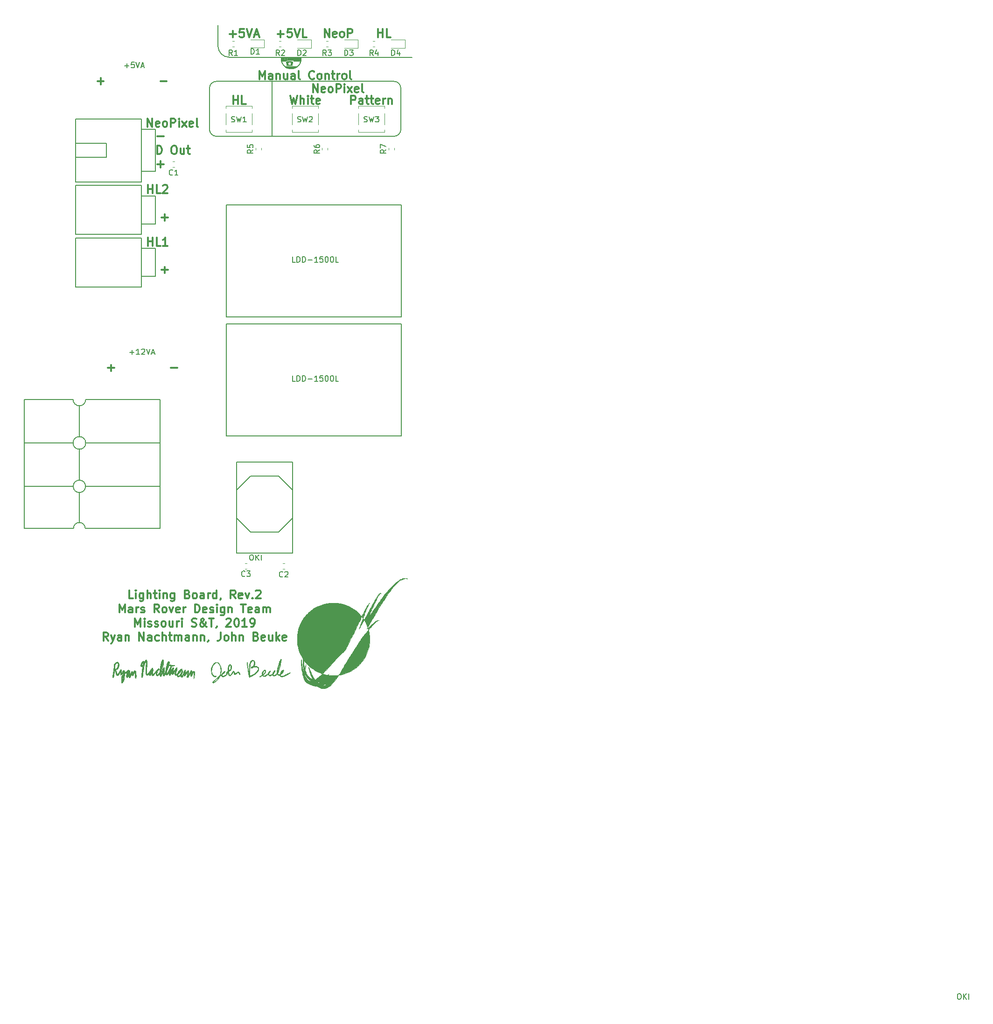
<source format=gbr>
G04 #@! TF.GenerationSoftware,KiCad,Pcbnew,(5.0.0)*
G04 #@! TF.CreationDate,2019-03-04T20:58:40-06:00*
G04 #@! TF.ProjectId,LightingBoard_Hardware,4C69676874696E67426F6172645F4861,rev?*
G04 #@! TF.SameCoordinates,Original*
G04 #@! TF.FileFunction,Legend,Top*
G04 #@! TF.FilePolarity,Positive*
%FSLAX46Y46*%
G04 Gerber Fmt 4.6, Leading zero omitted, Abs format (unit mm)*
G04 Created by KiCad (PCBNEW (5.0.0)) date 03/04/19 20:58:40*
%MOMM*%
%LPD*%
G01*
G04 APERTURE LIST*
%ADD10C,0.200000*%
%ADD11C,0.300000*%
%ADD12C,0.150000*%
%ADD13C,0.010000*%
%ADD14C,0.120000*%
G04 APERTURE END LIST*
D10*
X137096500Y-35369500D02*
X137096500Y-45339000D01*
X160464500Y-44069000D02*
X160464500Y-36639500D01*
X160464500Y-44069000D02*
G75*
G02X159194500Y-45339000I-1270000J0D01*
G01*
X127000000Y-45339000D02*
X159194500Y-45339000D01*
X127000000Y-45339000D02*
G75*
G02X125730000Y-44069000I0J1270000D01*
G01*
X125730000Y-36639500D02*
X125730000Y-44069000D01*
X125730000Y-36639500D02*
G75*
G02X127000000Y-35369500I1270000J0D01*
G01*
X159194500Y-35369500D02*
G75*
G02X160464500Y-36639500I0J-1270000D01*
G01*
X127000000Y-35369500D02*
X159194500Y-35369500D01*
D11*
X144534500Y-37381571D02*
X144534500Y-35881571D01*
X145391642Y-37381571D01*
X145391642Y-35881571D01*
X146677357Y-37310142D02*
X146534500Y-37381571D01*
X146248785Y-37381571D01*
X146105928Y-37310142D01*
X146034500Y-37167285D01*
X146034500Y-36595857D01*
X146105928Y-36453000D01*
X146248785Y-36381571D01*
X146534500Y-36381571D01*
X146677357Y-36453000D01*
X146748785Y-36595857D01*
X146748785Y-36738714D01*
X146034500Y-36881571D01*
X147605928Y-37381571D02*
X147463071Y-37310142D01*
X147391642Y-37238714D01*
X147320214Y-37095857D01*
X147320214Y-36667285D01*
X147391642Y-36524428D01*
X147463071Y-36453000D01*
X147605928Y-36381571D01*
X147820214Y-36381571D01*
X147963071Y-36453000D01*
X148034500Y-36524428D01*
X148105928Y-36667285D01*
X148105928Y-37095857D01*
X148034500Y-37238714D01*
X147963071Y-37310142D01*
X147820214Y-37381571D01*
X147605928Y-37381571D01*
X148748785Y-37381571D02*
X148748785Y-35881571D01*
X149320214Y-35881571D01*
X149463071Y-35953000D01*
X149534500Y-36024428D01*
X149605928Y-36167285D01*
X149605928Y-36381571D01*
X149534500Y-36524428D01*
X149463071Y-36595857D01*
X149320214Y-36667285D01*
X148748785Y-36667285D01*
X150248785Y-37381571D02*
X150248785Y-36381571D01*
X150248785Y-35881571D02*
X150177357Y-35953000D01*
X150248785Y-36024428D01*
X150320214Y-35953000D01*
X150248785Y-35881571D01*
X150248785Y-36024428D01*
X150820214Y-37381571D02*
X151605928Y-36381571D01*
X150820214Y-36381571D02*
X151605928Y-37381571D01*
X152748785Y-37310142D02*
X152605928Y-37381571D01*
X152320214Y-37381571D01*
X152177357Y-37310142D01*
X152105928Y-37167285D01*
X152105928Y-36595857D01*
X152177357Y-36453000D01*
X152320214Y-36381571D01*
X152605928Y-36381571D01*
X152748785Y-36453000D01*
X152820214Y-36595857D01*
X152820214Y-36738714D01*
X152105928Y-36881571D01*
X153677357Y-37381571D02*
X153534500Y-37310142D01*
X153463071Y-37167285D01*
X153463071Y-35881571D01*
X134815500Y-34968571D02*
X134815500Y-33468571D01*
X135315500Y-34540000D01*
X135815500Y-33468571D01*
X135815500Y-34968571D01*
X137172642Y-34968571D02*
X137172642Y-34182857D01*
X137101214Y-34040000D01*
X136958357Y-33968571D01*
X136672642Y-33968571D01*
X136529785Y-34040000D01*
X137172642Y-34897142D02*
X137029785Y-34968571D01*
X136672642Y-34968571D01*
X136529785Y-34897142D01*
X136458357Y-34754285D01*
X136458357Y-34611428D01*
X136529785Y-34468571D01*
X136672642Y-34397142D01*
X137029785Y-34397142D01*
X137172642Y-34325714D01*
X137886928Y-33968571D02*
X137886928Y-34968571D01*
X137886928Y-34111428D02*
X137958357Y-34040000D01*
X138101214Y-33968571D01*
X138315500Y-33968571D01*
X138458357Y-34040000D01*
X138529785Y-34182857D01*
X138529785Y-34968571D01*
X139886928Y-33968571D02*
X139886928Y-34968571D01*
X139244071Y-33968571D02*
X139244071Y-34754285D01*
X139315500Y-34897142D01*
X139458357Y-34968571D01*
X139672642Y-34968571D01*
X139815500Y-34897142D01*
X139886928Y-34825714D01*
X141244071Y-34968571D02*
X141244071Y-34182857D01*
X141172642Y-34040000D01*
X141029785Y-33968571D01*
X140744071Y-33968571D01*
X140601214Y-34040000D01*
X141244071Y-34897142D02*
X141101214Y-34968571D01*
X140744071Y-34968571D01*
X140601214Y-34897142D01*
X140529785Y-34754285D01*
X140529785Y-34611428D01*
X140601214Y-34468571D01*
X140744071Y-34397142D01*
X141101214Y-34397142D01*
X141244071Y-34325714D01*
X142172642Y-34968571D02*
X142029785Y-34897142D01*
X141958357Y-34754285D01*
X141958357Y-33468571D01*
X144744071Y-34825714D02*
X144672642Y-34897142D01*
X144458357Y-34968571D01*
X144315500Y-34968571D01*
X144101214Y-34897142D01*
X143958357Y-34754285D01*
X143886928Y-34611428D01*
X143815500Y-34325714D01*
X143815500Y-34111428D01*
X143886928Y-33825714D01*
X143958357Y-33682857D01*
X144101214Y-33540000D01*
X144315500Y-33468571D01*
X144458357Y-33468571D01*
X144672642Y-33540000D01*
X144744071Y-33611428D01*
X145601214Y-34968571D02*
X145458357Y-34897142D01*
X145386928Y-34825714D01*
X145315500Y-34682857D01*
X145315500Y-34254285D01*
X145386928Y-34111428D01*
X145458357Y-34040000D01*
X145601214Y-33968571D01*
X145815500Y-33968571D01*
X145958357Y-34040000D01*
X146029785Y-34111428D01*
X146101214Y-34254285D01*
X146101214Y-34682857D01*
X146029785Y-34825714D01*
X145958357Y-34897142D01*
X145815500Y-34968571D01*
X145601214Y-34968571D01*
X146744071Y-33968571D02*
X146744071Y-34968571D01*
X146744071Y-34111428D02*
X146815500Y-34040000D01*
X146958357Y-33968571D01*
X147172642Y-33968571D01*
X147315500Y-34040000D01*
X147386928Y-34182857D01*
X147386928Y-34968571D01*
X147886928Y-33968571D02*
X148458357Y-33968571D01*
X148101214Y-33468571D02*
X148101214Y-34754285D01*
X148172642Y-34897142D01*
X148315500Y-34968571D01*
X148458357Y-34968571D01*
X148958357Y-34968571D02*
X148958357Y-33968571D01*
X148958357Y-34254285D02*
X149029785Y-34111428D01*
X149101214Y-34040000D01*
X149244071Y-33968571D01*
X149386928Y-33968571D01*
X150101214Y-34968571D02*
X149958357Y-34897142D01*
X149886928Y-34825714D01*
X149815500Y-34682857D01*
X149815500Y-34254285D01*
X149886928Y-34111428D01*
X149958357Y-34040000D01*
X150101214Y-33968571D01*
X150315500Y-33968571D01*
X150458357Y-34040000D01*
X150529785Y-34111428D01*
X150601214Y-34254285D01*
X150601214Y-34682857D01*
X150529785Y-34825714D01*
X150458357Y-34897142D01*
X150315500Y-34968571D01*
X150101214Y-34968571D01*
X151458357Y-34968571D02*
X151315500Y-34897142D01*
X151244071Y-34754285D01*
X151244071Y-33468571D01*
X130028285Y-39477071D02*
X130028285Y-37977071D01*
X130028285Y-38691357D02*
X130885428Y-38691357D01*
X130885428Y-39477071D02*
X130885428Y-37977071D01*
X132314000Y-39477071D02*
X131599714Y-39477071D01*
X131599714Y-37977071D01*
X151416214Y-39477071D02*
X151416214Y-37977071D01*
X151987642Y-37977071D01*
X152130500Y-38048500D01*
X152201928Y-38119928D01*
X152273357Y-38262785D01*
X152273357Y-38477071D01*
X152201928Y-38619928D01*
X152130500Y-38691357D01*
X151987642Y-38762785D01*
X151416214Y-38762785D01*
X153559071Y-39477071D02*
X153559071Y-38691357D01*
X153487642Y-38548500D01*
X153344785Y-38477071D01*
X153059071Y-38477071D01*
X152916214Y-38548500D01*
X153559071Y-39405642D02*
X153416214Y-39477071D01*
X153059071Y-39477071D01*
X152916214Y-39405642D01*
X152844785Y-39262785D01*
X152844785Y-39119928D01*
X152916214Y-38977071D01*
X153059071Y-38905642D01*
X153416214Y-38905642D01*
X153559071Y-38834214D01*
X154059071Y-38477071D02*
X154630500Y-38477071D01*
X154273357Y-37977071D02*
X154273357Y-39262785D01*
X154344785Y-39405642D01*
X154487642Y-39477071D01*
X154630500Y-39477071D01*
X154916214Y-38477071D02*
X155487642Y-38477071D01*
X155130500Y-37977071D02*
X155130500Y-39262785D01*
X155201928Y-39405642D01*
X155344785Y-39477071D01*
X155487642Y-39477071D01*
X156559071Y-39405642D02*
X156416214Y-39477071D01*
X156130500Y-39477071D01*
X155987642Y-39405642D01*
X155916214Y-39262785D01*
X155916214Y-38691357D01*
X155987642Y-38548500D01*
X156130500Y-38477071D01*
X156416214Y-38477071D01*
X156559071Y-38548500D01*
X156630500Y-38691357D01*
X156630500Y-38834214D01*
X155916214Y-38977071D01*
X157273357Y-39477071D02*
X157273357Y-38477071D01*
X157273357Y-38762785D02*
X157344785Y-38619928D01*
X157416214Y-38548500D01*
X157559071Y-38477071D01*
X157701928Y-38477071D01*
X158201928Y-38477071D02*
X158201928Y-39477071D01*
X158201928Y-38619928D02*
X158273357Y-38548500D01*
X158416214Y-38477071D01*
X158630500Y-38477071D01*
X158773357Y-38548500D01*
X158844785Y-38691357D01*
X158844785Y-39477071D01*
X140379000Y-37977071D02*
X140736142Y-39477071D01*
X141021857Y-38405642D01*
X141307571Y-39477071D01*
X141664714Y-37977071D01*
X142236142Y-39477071D02*
X142236142Y-37977071D01*
X142879000Y-39477071D02*
X142879000Y-38691357D01*
X142807571Y-38548500D01*
X142664714Y-38477071D01*
X142450428Y-38477071D01*
X142307571Y-38548500D01*
X142236142Y-38619928D01*
X143593285Y-39477071D02*
X143593285Y-38477071D01*
X143593285Y-37977071D02*
X143521857Y-38048500D01*
X143593285Y-38119928D01*
X143664714Y-38048500D01*
X143593285Y-37977071D01*
X143593285Y-38119928D01*
X144093285Y-38477071D02*
X144664714Y-38477071D01*
X144307571Y-37977071D02*
X144307571Y-39262785D01*
X144379000Y-39405642D01*
X144521857Y-39477071D01*
X144664714Y-39477071D01*
X145736142Y-39405642D02*
X145593285Y-39477071D01*
X145307571Y-39477071D01*
X145164714Y-39405642D01*
X145093285Y-39262785D01*
X145093285Y-38691357D01*
X145164714Y-38548500D01*
X145307571Y-38477071D01*
X145593285Y-38477071D01*
X145736142Y-38548500D01*
X145807571Y-38691357D01*
X145807571Y-38834214D01*
X145093285Y-38977071D01*
X116840071Y-35349642D02*
X117982928Y-35349642D01*
X105410071Y-35349642D02*
X106552928Y-35349642D01*
X105981500Y-35921071D02*
X105981500Y-34778214D01*
X118745071Y-87356142D02*
X119887928Y-87356142D01*
X107315071Y-87356142D02*
X108457928Y-87356142D01*
X107886500Y-87927571D02*
X107886500Y-86784714D01*
X116268857Y-48557571D02*
X116268857Y-47057571D01*
X116626000Y-47057571D01*
X116840285Y-47129000D01*
X116983142Y-47271857D01*
X117054571Y-47414714D01*
X117126000Y-47700428D01*
X117126000Y-47914714D01*
X117054571Y-48200428D01*
X116983142Y-48343285D01*
X116840285Y-48486142D01*
X116626000Y-48557571D01*
X116268857Y-48557571D01*
X119197428Y-47057571D02*
X119483142Y-47057571D01*
X119626000Y-47129000D01*
X119768857Y-47271857D01*
X119840285Y-47557571D01*
X119840285Y-48057571D01*
X119768857Y-48343285D01*
X119626000Y-48486142D01*
X119483142Y-48557571D01*
X119197428Y-48557571D01*
X119054571Y-48486142D01*
X118911714Y-48343285D01*
X118840285Y-48057571D01*
X118840285Y-47557571D01*
X118911714Y-47271857D01*
X119054571Y-47129000D01*
X119197428Y-47057571D01*
X121126000Y-47557571D02*
X121126000Y-48557571D01*
X120483142Y-47557571D02*
X120483142Y-48343285D01*
X120554571Y-48486142D01*
X120697428Y-48557571D01*
X120911714Y-48557571D01*
X121054571Y-48486142D01*
X121126000Y-48414714D01*
X121626000Y-47557571D02*
X122197428Y-47557571D01*
X121840285Y-47057571D02*
X121840285Y-48343285D01*
X121911714Y-48486142D01*
X122054571Y-48557571D01*
X122197428Y-48557571D01*
X116268571Y-45319142D02*
X117411428Y-45319142D01*
X116268571Y-50399142D02*
X117411428Y-50399142D01*
X116840000Y-50970571D02*
X116840000Y-49827714D01*
X138078685Y-26777142D02*
X139221542Y-26777142D01*
X138650114Y-27348571D02*
X138650114Y-26205714D01*
X140650114Y-25848571D02*
X139935828Y-25848571D01*
X139864400Y-26562857D01*
X139935828Y-26491428D01*
X140078685Y-26420000D01*
X140435828Y-26420000D01*
X140578685Y-26491428D01*
X140650114Y-26562857D01*
X140721542Y-26705714D01*
X140721542Y-27062857D01*
X140650114Y-27205714D01*
X140578685Y-27277142D01*
X140435828Y-27348571D01*
X140078685Y-27348571D01*
X139935828Y-27277142D01*
X139864400Y-27205714D01*
X141150114Y-25848571D02*
X141650114Y-27348571D01*
X142150114Y-25848571D01*
X143364400Y-27348571D02*
X142650114Y-27348571D01*
X142650114Y-25848571D01*
X129406971Y-26777142D02*
X130549828Y-26777142D01*
X129978400Y-27348571D02*
X129978400Y-26205714D01*
X131978400Y-25848571D02*
X131264114Y-25848571D01*
X131192685Y-26562857D01*
X131264114Y-26491428D01*
X131406971Y-26420000D01*
X131764114Y-26420000D01*
X131906971Y-26491428D01*
X131978400Y-26562857D01*
X132049828Y-26705714D01*
X132049828Y-27062857D01*
X131978400Y-27205714D01*
X131906971Y-27277142D01*
X131764114Y-27348571D01*
X131406971Y-27348571D01*
X131264114Y-27277142D01*
X131192685Y-27205714D01*
X132478400Y-25848571D02*
X132978400Y-27348571D01*
X133478400Y-25848571D01*
X133906971Y-26920000D02*
X134621257Y-26920000D01*
X133764114Y-27348571D02*
X134264114Y-25848571D01*
X134764114Y-27348571D01*
X111884428Y-129187571D02*
X111170142Y-129187571D01*
X111170142Y-127687571D01*
X112384428Y-129187571D02*
X112384428Y-128187571D01*
X112384428Y-127687571D02*
X112313000Y-127759000D01*
X112384428Y-127830428D01*
X112455857Y-127759000D01*
X112384428Y-127687571D01*
X112384428Y-127830428D01*
X113741571Y-128187571D02*
X113741571Y-129401857D01*
X113670142Y-129544714D01*
X113598714Y-129616142D01*
X113455857Y-129687571D01*
X113241571Y-129687571D01*
X113098714Y-129616142D01*
X113741571Y-129116142D02*
X113598714Y-129187571D01*
X113313000Y-129187571D01*
X113170142Y-129116142D01*
X113098714Y-129044714D01*
X113027285Y-128901857D01*
X113027285Y-128473285D01*
X113098714Y-128330428D01*
X113170142Y-128259000D01*
X113313000Y-128187571D01*
X113598714Y-128187571D01*
X113741571Y-128259000D01*
X114455857Y-129187571D02*
X114455857Y-127687571D01*
X115098714Y-129187571D02*
X115098714Y-128401857D01*
X115027285Y-128259000D01*
X114884428Y-128187571D01*
X114670142Y-128187571D01*
X114527285Y-128259000D01*
X114455857Y-128330428D01*
X115598714Y-128187571D02*
X116170142Y-128187571D01*
X115813000Y-127687571D02*
X115813000Y-128973285D01*
X115884428Y-129116142D01*
X116027285Y-129187571D01*
X116170142Y-129187571D01*
X116670142Y-129187571D02*
X116670142Y-128187571D01*
X116670142Y-127687571D02*
X116598714Y-127759000D01*
X116670142Y-127830428D01*
X116741571Y-127759000D01*
X116670142Y-127687571D01*
X116670142Y-127830428D01*
X117384428Y-128187571D02*
X117384428Y-129187571D01*
X117384428Y-128330428D02*
X117455857Y-128259000D01*
X117598714Y-128187571D01*
X117813000Y-128187571D01*
X117955857Y-128259000D01*
X118027285Y-128401857D01*
X118027285Y-129187571D01*
X119384428Y-128187571D02*
X119384428Y-129401857D01*
X119313000Y-129544714D01*
X119241571Y-129616142D01*
X119098714Y-129687571D01*
X118884428Y-129687571D01*
X118741571Y-129616142D01*
X119384428Y-129116142D02*
X119241571Y-129187571D01*
X118955857Y-129187571D01*
X118813000Y-129116142D01*
X118741571Y-129044714D01*
X118670142Y-128901857D01*
X118670142Y-128473285D01*
X118741571Y-128330428D01*
X118813000Y-128259000D01*
X118955857Y-128187571D01*
X119241571Y-128187571D01*
X119384428Y-128259000D01*
X121741571Y-128401857D02*
X121955857Y-128473285D01*
X122027285Y-128544714D01*
X122098714Y-128687571D01*
X122098714Y-128901857D01*
X122027285Y-129044714D01*
X121955857Y-129116142D01*
X121813000Y-129187571D01*
X121241571Y-129187571D01*
X121241571Y-127687571D01*
X121741571Y-127687571D01*
X121884428Y-127759000D01*
X121955857Y-127830428D01*
X122027285Y-127973285D01*
X122027285Y-128116142D01*
X121955857Y-128259000D01*
X121884428Y-128330428D01*
X121741571Y-128401857D01*
X121241571Y-128401857D01*
X122955857Y-129187571D02*
X122813000Y-129116142D01*
X122741571Y-129044714D01*
X122670142Y-128901857D01*
X122670142Y-128473285D01*
X122741571Y-128330428D01*
X122813000Y-128259000D01*
X122955857Y-128187571D01*
X123170142Y-128187571D01*
X123313000Y-128259000D01*
X123384428Y-128330428D01*
X123455857Y-128473285D01*
X123455857Y-128901857D01*
X123384428Y-129044714D01*
X123313000Y-129116142D01*
X123170142Y-129187571D01*
X122955857Y-129187571D01*
X124741571Y-129187571D02*
X124741571Y-128401857D01*
X124670142Y-128259000D01*
X124527285Y-128187571D01*
X124241571Y-128187571D01*
X124098714Y-128259000D01*
X124741571Y-129116142D02*
X124598714Y-129187571D01*
X124241571Y-129187571D01*
X124098714Y-129116142D01*
X124027285Y-128973285D01*
X124027285Y-128830428D01*
X124098714Y-128687571D01*
X124241571Y-128616142D01*
X124598714Y-128616142D01*
X124741571Y-128544714D01*
X125455857Y-129187571D02*
X125455857Y-128187571D01*
X125455857Y-128473285D02*
X125527285Y-128330428D01*
X125598714Y-128259000D01*
X125741571Y-128187571D01*
X125884428Y-128187571D01*
X127027285Y-129187571D02*
X127027285Y-127687571D01*
X127027285Y-129116142D02*
X126884428Y-129187571D01*
X126598714Y-129187571D01*
X126455857Y-129116142D01*
X126384428Y-129044714D01*
X126313000Y-128901857D01*
X126313000Y-128473285D01*
X126384428Y-128330428D01*
X126455857Y-128259000D01*
X126598714Y-128187571D01*
X126884428Y-128187571D01*
X127027285Y-128259000D01*
X127813000Y-129116142D02*
X127813000Y-129187571D01*
X127741571Y-129330428D01*
X127670142Y-129401857D01*
X130455857Y-129187571D02*
X129955857Y-128473285D01*
X129598714Y-129187571D02*
X129598714Y-127687571D01*
X130170142Y-127687571D01*
X130313000Y-127759000D01*
X130384428Y-127830428D01*
X130455857Y-127973285D01*
X130455857Y-128187571D01*
X130384428Y-128330428D01*
X130313000Y-128401857D01*
X130170142Y-128473285D01*
X129598714Y-128473285D01*
X131670142Y-129116142D02*
X131527285Y-129187571D01*
X131241571Y-129187571D01*
X131098714Y-129116142D01*
X131027285Y-128973285D01*
X131027285Y-128401857D01*
X131098714Y-128259000D01*
X131241571Y-128187571D01*
X131527285Y-128187571D01*
X131670142Y-128259000D01*
X131741571Y-128401857D01*
X131741571Y-128544714D01*
X131027285Y-128687571D01*
X132241571Y-128187571D02*
X132598714Y-129187571D01*
X132955857Y-128187571D01*
X133527285Y-129044714D02*
X133598714Y-129116142D01*
X133527285Y-129187571D01*
X133455857Y-129116142D01*
X133527285Y-129044714D01*
X133527285Y-129187571D01*
X134170142Y-127830428D02*
X134241571Y-127759000D01*
X134384428Y-127687571D01*
X134741571Y-127687571D01*
X134884428Y-127759000D01*
X134955857Y-127830428D01*
X135027285Y-127973285D01*
X135027285Y-128116142D01*
X134955857Y-128330428D01*
X134098714Y-129187571D01*
X135027285Y-129187571D01*
X109384428Y-131737571D02*
X109384428Y-130237571D01*
X109884428Y-131309000D01*
X110384428Y-130237571D01*
X110384428Y-131737571D01*
X111741571Y-131737571D02*
X111741571Y-130951857D01*
X111670142Y-130809000D01*
X111527285Y-130737571D01*
X111241571Y-130737571D01*
X111098714Y-130809000D01*
X111741571Y-131666142D02*
X111598714Y-131737571D01*
X111241571Y-131737571D01*
X111098714Y-131666142D01*
X111027285Y-131523285D01*
X111027285Y-131380428D01*
X111098714Y-131237571D01*
X111241571Y-131166142D01*
X111598714Y-131166142D01*
X111741571Y-131094714D01*
X112455857Y-131737571D02*
X112455857Y-130737571D01*
X112455857Y-131023285D02*
X112527285Y-130880428D01*
X112598714Y-130809000D01*
X112741571Y-130737571D01*
X112884428Y-130737571D01*
X113313000Y-131666142D02*
X113455857Y-131737571D01*
X113741571Y-131737571D01*
X113884428Y-131666142D01*
X113955857Y-131523285D01*
X113955857Y-131451857D01*
X113884428Y-131309000D01*
X113741571Y-131237571D01*
X113527285Y-131237571D01*
X113384428Y-131166142D01*
X113313000Y-131023285D01*
X113313000Y-130951857D01*
X113384428Y-130809000D01*
X113527285Y-130737571D01*
X113741571Y-130737571D01*
X113884428Y-130809000D01*
X116598714Y-131737571D02*
X116098714Y-131023285D01*
X115741571Y-131737571D02*
X115741571Y-130237571D01*
X116313000Y-130237571D01*
X116455857Y-130309000D01*
X116527285Y-130380428D01*
X116598714Y-130523285D01*
X116598714Y-130737571D01*
X116527285Y-130880428D01*
X116455857Y-130951857D01*
X116313000Y-131023285D01*
X115741571Y-131023285D01*
X117455857Y-131737571D02*
X117313000Y-131666142D01*
X117241571Y-131594714D01*
X117170142Y-131451857D01*
X117170142Y-131023285D01*
X117241571Y-130880428D01*
X117313000Y-130809000D01*
X117455857Y-130737571D01*
X117670142Y-130737571D01*
X117813000Y-130809000D01*
X117884428Y-130880428D01*
X117955857Y-131023285D01*
X117955857Y-131451857D01*
X117884428Y-131594714D01*
X117813000Y-131666142D01*
X117670142Y-131737571D01*
X117455857Y-131737571D01*
X118455857Y-130737571D02*
X118813000Y-131737571D01*
X119170142Y-130737571D01*
X120313000Y-131666142D02*
X120170142Y-131737571D01*
X119884428Y-131737571D01*
X119741571Y-131666142D01*
X119670142Y-131523285D01*
X119670142Y-130951857D01*
X119741571Y-130809000D01*
X119884428Y-130737571D01*
X120170142Y-130737571D01*
X120313000Y-130809000D01*
X120384428Y-130951857D01*
X120384428Y-131094714D01*
X119670142Y-131237571D01*
X121027285Y-131737571D02*
X121027285Y-130737571D01*
X121027285Y-131023285D02*
X121098714Y-130880428D01*
X121170142Y-130809000D01*
X121313000Y-130737571D01*
X121455857Y-130737571D01*
X123098714Y-131737571D02*
X123098714Y-130237571D01*
X123455857Y-130237571D01*
X123670142Y-130309000D01*
X123813000Y-130451857D01*
X123884428Y-130594714D01*
X123955857Y-130880428D01*
X123955857Y-131094714D01*
X123884428Y-131380428D01*
X123813000Y-131523285D01*
X123670142Y-131666142D01*
X123455857Y-131737571D01*
X123098714Y-131737571D01*
X125170142Y-131666142D02*
X125027285Y-131737571D01*
X124741571Y-131737571D01*
X124598714Y-131666142D01*
X124527285Y-131523285D01*
X124527285Y-130951857D01*
X124598714Y-130809000D01*
X124741571Y-130737571D01*
X125027285Y-130737571D01*
X125170142Y-130809000D01*
X125241571Y-130951857D01*
X125241571Y-131094714D01*
X124527285Y-131237571D01*
X125813000Y-131666142D02*
X125955857Y-131737571D01*
X126241571Y-131737571D01*
X126384428Y-131666142D01*
X126455857Y-131523285D01*
X126455857Y-131451857D01*
X126384428Y-131309000D01*
X126241571Y-131237571D01*
X126027285Y-131237571D01*
X125884428Y-131166142D01*
X125813000Y-131023285D01*
X125813000Y-130951857D01*
X125884428Y-130809000D01*
X126027285Y-130737571D01*
X126241571Y-130737571D01*
X126384428Y-130809000D01*
X127098714Y-131737571D02*
X127098714Y-130737571D01*
X127098714Y-130237571D02*
X127027285Y-130309000D01*
X127098714Y-130380428D01*
X127170142Y-130309000D01*
X127098714Y-130237571D01*
X127098714Y-130380428D01*
X128455857Y-130737571D02*
X128455857Y-131951857D01*
X128384428Y-132094714D01*
X128313000Y-132166142D01*
X128170142Y-132237571D01*
X127955857Y-132237571D01*
X127813000Y-132166142D01*
X128455857Y-131666142D02*
X128313000Y-131737571D01*
X128027285Y-131737571D01*
X127884428Y-131666142D01*
X127813000Y-131594714D01*
X127741571Y-131451857D01*
X127741571Y-131023285D01*
X127813000Y-130880428D01*
X127884428Y-130809000D01*
X128027285Y-130737571D01*
X128313000Y-130737571D01*
X128455857Y-130809000D01*
X129170142Y-130737571D02*
X129170142Y-131737571D01*
X129170142Y-130880428D02*
X129241571Y-130809000D01*
X129384428Y-130737571D01*
X129598714Y-130737571D01*
X129741571Y-130809000D01*
X129813000Y-130951857D01*
X129813000Y-131737571D01*
X131455857Y-130237571D02*
X132313000Y-130237571D01*
X131884428Y-131737571D02*
X131884428Y-130237571D01*
X133384428Y-131666142D02*
X133241571Y-131737571D01*
X132955857Y-131737571D01*
X132813000Y-131666142D01*
X132741571Y-131523285D01*
X132741571Y-130951857D01*
X132813000Y-130809000D01*
X132955857Y-130737571D01*
X133241571Y-130737571D01*
X133384428Y-130809000D01*
X133455857Y-130951857D01*
X133455857Y-131094714D01*
X132741571Y-131237571D01*
X134741571Y-131737571D02*
X134741571Y-130951857D01*
X134670142Y-130809000D01*
X134527285Y-130737571D01*
X134241571Y-130737571D01*
X134098714Y-130809000D01*
X134741571Y-131666142D02*
X134598714Y-131737571D01*
X134241571Y-131737571D01*
X134098714Y-131666142D01*
X134027285Y-131523285D01*
X134027285Y-131380428D01*
X134098714Y-131237571D01*
X134241571Y-131166142D01*
X134598714Y-131166142D01*
X134741571Y-131094714D01*
X135455857Y-131737571D02*
X135455857Y-130737571D01*
X135455857Y-130880428D02*
X135527285Y-130809000D01*
X135670142Y-130737571D01*
X135884428Y-130737571D01*
X136027285Y-130809000D01*
X136098714Y-130951857D01*
X136098714Y-131737571D01*
X136098714Y-130951857D02*
X136170142Y-130809000D01*
X136313000Y-130737571D01*
X136527285Y-130737571D01*
X136670142Y-130809000D01*
X136741571Y-130951857D01*
X136741571Y-131737571D01*
X112241571Y-134287571D02*
X112241571Y-132787571D01*
X112741571Y-133859000D01*
X113241571Y-132787571D01*
X113241571Y-134287571D01*
X113955857Y-134287571D02*
X113955857Y-133287571D01*
X113955857Y-132787571D02*
X113884428Y-132859000D01*
X113955857Y-132930428D01*
X114027285Y-132859000D01*
X113955857Y-132787571D01*
X113955857Y-132930428D01*
X114598714Y-134216142D02*
X114741571Y-134287571D01*
X115027285Y-134287571D01*
X115170142Y-134216142D01*
X115241571Y-134073285D01*
X115241571Y-134001857D01*
X115170142Y-133859000D01*
X115027285Y-133787571D01*
X114813000Y-133787571D01*
X114670142Y-133716142D01*
X114598714Y-133573285D01*
X114598714Y-133501857D01*
X114670142Y-133359000D01*
X114813000Y-133287571D01*
X115027285Y-133287571D01*
X115170142Y-133359000D01*
X115813000Y-134216142D02*
X115955857Y-134287571D01*
X116241571Y-134287571D01*
X116384428Y-134216142D01*
X116455857Y-134073285D01*
X116455857Y-134001857D01*
X116384428Y-133859000D01*
X116241571Y-133787571D01*
X116027285Y-133787571D01*
X115884428Y-133716142D01*
X115813000Y-133573285D01*
X115813000Y-133501857D01*
X115884428Y-133359000D01*
X116027285Y-133287571D01*
X116241571Y-133287571D01*
X116384428Y-133359000D01*
X117313000Y-134287571D02*
X117170142Y-134216142D01*
X117098714Y-134144714D01*
X117027285Y-134001857D01*
X117027285Y-133573285D01*
X117098714Y-133430428D01*
X117170142Y-133359000D01*
X117313000Y-133287571D01*
X117527285Y-133287571D01*
X117670142Y-133359000D01*
X117741571Y-133430428D01*
X117813000Y-133573285D01*
X117813000Y-134001857D01*
X117741571Y-134144714D01*
X117670142Y-134216142D01*
X117527285Y-134287571D01*
X117313000Y-134287571D01*
X119098714Y-133287571D02*
X119098714Y-134287571D01*
X118455857Y-133287571D02*
X118455857Y-134073285D01*
X118527285Y-134216142D01*
X118670142Y-134287571D01*
X118884428Y-134287571D01*
X119027285Y-134216142D01*
X119098714Y-134144714D01*
X119813000Y-134287571D02*
X119813000Y-133287571D01*
X119813000Y-133573285D02*
X119884428Y-133430428D01*
X119955857Y-133359000D01*
X120098714Y-133287571D01*
X120241571Y-133287571D01*
X120741571Y-134287571D02*
X120741571Y-133287571D01*
X120741571Y-132787571D02*
X120670142Y-132859000D01*
X120741571Y-132930428D01*
X120813000Y-132859000D01*
X120741571Y-132787571D01*
X120741571Y-132930428D01*
X122527285Y-134216142D02*
X122741571Y-134287571D01*
X123098714Y-134287571D01*
X123241571Y-134216142D01*
X123313000Y-134144714D01*
X123384428Y-134001857D01*
X123384428Y-133859000D01*
X123313000Y-133716142D01*
X123241571Y-133644714D01*
X123098714Y-133573285D01*
X122813000Y-133501857D01*
X122670142Y-133430428D01*
X122598714Y-133359000D01*
X122527285Y-133216142D01*
X122527285Y-133073285D01*
X122598714Y-132930428D01*
X122670142Y-132859000D01*
X122813000Y-132787571D01*
X123170142Y-132787571D01*
X123384428Y-132859000D01*
X125241571Y-134287571D02*
X125170142Y-134287571D01*
X125027285Y-134216142D01*
X124813000Y-134001857D01*
X124455857Y-133573285D01*
X124313000Y-133359000D01*
X124241571Y-133144714D01*
X124241571Y-133001857D01*
X124313000Y-132859000D01*
X124455857Y-132787571D01*
X124527285Y-132787571D01*
X124670142Y-132859000D01*
X124741571Y-133001857D01*
X124741571Y-133073285D01*
X124670142Y-133216142D01*
X124598714Y-133287571D01*
X124170142Y-133573285D01*
X124098714Y-133644714D01*
X124027285Y-133787571D01*
X124027285Y-134001857D01*
X124098714Y-134144714D01*
X124170142Y-134216142D01*
X124313000Y-134287571D01*
X124527285Y-134287571D01*
X124670142Y-134216142D01*
X124741571Y-134144714D01*
X124955857Y-133859000D01*
X125027285Y-133644714D01*
X125027285Y-133501857D01*
X125670142Y-132787571D02*
X126527285Y-132787571D01*
X126098714Y-134287571D02*
X126098714Y-132787571D01*
X127098714Y-134216142D02*
X127098714Y-134287571D01*
X127027285Y-134430428D01*
X126955857Y-134501857D01*
X128813000Y-132930428D02*
X128884428Y-132859000D01*
X129027285Y-132787571D01*
X129384428Y-132787571D01*
X129527285Y-132859000D01*
X129598714Y-132930428D01*
X129670142Y-133073285D01*
X129670142Y-133216142D01*
X129598714Y-133430428D01*
X128741571Y-134287571D01*
X129670142Y-134287571D01*
X130598714Y-132787571D02*
X130741571Y-132787571D01*
X130884428Y-132859000D01*
X130955857Y-132930428D01*
X131027285Y-133073285D01*
X131098714Y-133359000D01*
X131098714Y-133716142D01*
X131027285Y-134001857D01*
X130955857Y-134144714D01*
X130884428Y-134216142D01*
X130741571Y-134287571D01*
X130598714Y-134287571D01*
X130455857Y-134216142D01*
X130384428Y-134144714D01*
X130313000Y-134001857D01*
X130241571Y-133716142D01*
X130241571Y-133359000D01*
X130313000Y-133073285D01*
X130384428Y-132930428D01*
X130455857Y-132859000D01*
X130598714Y-132787571D01*
X132527285Y-134287571D02*
X131670142Y-134287571D01*
X132098714Y-134287571D02*
X132098714Y-132787571D01*
X131955857Y-133001857D01*
X131813000Y-133144714D01*
X131670142Y-133216142D01*
X133241571Y-134287571D02*
X133527285Y-134287571D01*
X133670142Y-134216142D01*
X133741571Y-134144714D01*
X133884428Y-133930428D01*
X133955857Y-133644714D01*
X133955857Y-133073285D01*
X133884428Y-132930428D01*
X133813000Y-132859000D01*
X133670142Y-132787571D01*
X133384428Y-132787571D01*
X133241571Y-132859000D01*
X133170142Y-132930428D01*
X133098714Y-133073285D01*
X133098714Y-133430428D01*
X133170142Y-133573285D01*
X133241571Y-133644714D01*
X133384428Y-133716142D01*
X133670142Y-133716142D01*
X133813000Y-133644714D01*
X133884428Y-133573285D01*
X133955857Y-133430428D01*
X107348714Y-136837571D02*
X106848714Y-136123285D01*
X106491571Y-136837571D02*
X106491571Y-135337571D01*
X107063000Y-135337571D01*
X107205857Y-135409000D01*
X107277285Y-135480428D01*
X107348714Y-135623285D01*
X107348714Y-135837571D01*
X107277285Y-135980428D01*
X107205857Y-136051857D01*
X107063000Y-136123285D01*
X106491571Y-136123285D01*
X107848714Y-135837571D02*
X108205857Y-136837571D01*
X108563000Y-135837571D02*
X108205857Y-136837571D01*
X108063000Y-137194714D01*
X107991571Y-137266142D01*
X107848714Y-137337571D01*
X109777285Y-136837571D02*
X109777285Y-136051857D01*
X109705857Y-135909000D01*
X109563000Y-135837571D01*
X109277285Y-135837571D01*
X109134428Y-135909000D01*
X109777285Y-136766142D02*
X109634428Y-136837571D01*
X109277285Y-136837571D01*
X109134428Y-136766142D01*
X109063000Y-136623285D01*
X109063000Y-136480428D01*
X109134428Y-136337571D01*
X109277285Y-136266142D01*
X109634428Y-136266142D01*
X109777285Y-136194714D01*
X110491571Y-135837571D02*
X110491571Y-136837571D01*
X110491571Y-135980428D02*
X110563000Y-135909000D01*
X110705857Y-135837571D01*
X110920142Y-135837571D01*
X111063000Y-135909000D01*
X111134428Y-136051857D01*
X111134428Y-136837571D01*
X112991571Y-136837571D02*
X112991571Y-135337571D01*
X113848714Y-136837571D01*
X113848714Y-135337571D01*
X115205857Y-136837571D02*
X115205857Y-136051857D01*
X115134428Y-135909000D01*
X114991571Y-135837571D01*
X114705857Y-135837571D01*
X114563000Y-135909000D01*
X115205857Y-136766142D02*
X115063000Y-136837571D01*
X114705857Y-136837571D01*
X114563000Y-136766142D01*
X114491571Y-136623285D01*
X114491571Y-136480428D01*
X114563000Y-136337571D01*
X114705857Y-136266142D01*
X115063000Y-136266142D01*
X115205857Y-136194714D01*
X116563000Y-136766142D02*
X116420142Y-136837571D01*
X116134428Y-136837571D01*
X115991571Y-136766142D01*
X115920142Y-136694714D01*
X115848714Y-136551857D01*
X115848714Y-136123285D01*
X115920142Y-135980428D01*
X115991571Y-135909000D01*
X116134428Y-135837571D01*
X116420142Y-135837571D01*
X116563000Y-135909000D01*
X117205857Y-136837571D02*
X117205857Y-135337571D01*
X117848714Y-136837571D02*
X117848714Y-136051857D01*
X117777285Y-135909000D01*
X117634428Y-135837571D01*
X117420142Y-135837571D01*
X117277285Y-135909000D01*
X117205857Y-135980428D01*
X118348714Y-135837571D02*
X118920142Y-135837571D01*
X118563000Y-135337571D02*
X118563000Y-136623285D01*
X118634428Y-136766142D01*
X118777285Y-136837571D01*
X118920142Y-136837571D01*
X119420142Y-136837571D02*
X119420142Y-135837571D01*
X119420142Y-135980428D02*
X119491571Y-135909000D01*
X119634428Y-135837571D01*
X119848714Y-135837571D01*
X119991571Y-135909000D01*
X120063000Y-136051857D01*
X120063000Y-136837571D01*
X120063000Y-136051857D02*
X120134428Y-135909000D01*
X120277285Y-135837571D01*
X120491571Y-135837571D01*
X120634428Y-135909000D01*
X120705857Y-136051857D01*
X120705857Y-136837571D01*
X122063000Y-136837571D02*
X122063000Y-136051857D01*
X121991571Y-135909000D01*
X121848714Y-135837571D01*
X121563000Y-135837571D01*
X121420142Y-135909000D01*
X122063000Y-136766142D02*
X121920142Y-136837571D01*
X121563000Y-136837571D01*
X121420142Y-136766142D01*
X121348714Y-136623285D01*
X121348714Y-136480428D01*
X121420142Y-136337571D01*
X121563000Y-136266142D01*
X121920142Y-136266142D01*
X122063000Y-136194714D01*
X122777285Y-135837571D02*
X122777285Y-136837571D01*
X122777285Y-135980428D02*
X122848714Y-135909000D01*
X122991571Y-135837571D01*
X123205857Y-135837571D01*
X123348714Y-135909000D01*
X123420142Y-136051857D01*
X123420142Y-136837571D01*
X124134428Y-135837571D02*
X124134428Y-136837571D01*
X124134428Y-135980428D02*
X124205857Y-135909000D01*
X124348714Y-135837571D01*
X124563000Y-135837571D01*
X124705857Y-135909000D01*
X124777285Y-136051857D01*
X124777285Y-136837571D01*
X125563000Y-136766142D02*
X125563000Y-136837571D01*
X125491571Y-136980428D01*
X125420142Y-137051857D01*
X127777285Y-135337571D02*
X127777285Y-136409000D01*
X127705857Y-136623285D01*
X127562999Y-136766142D01*
X127348714Y-136837571D01*
X127205857Y-136837571D01*
X128705857Y-136837571D02*
X128562999Y-136766142D01*
X128491571Y-136694714D01*
X128420142Y-136551857D01*
X128420142Y-136123285D01*
X128491571Y-135980428D01*
X128562999Y-135909000D01*
X128705857Y-135837571D01*
X128920142Y-135837571D01*
X129062999Y-135909000D01*
X129134428Y-135980428D01*
X129205857Y-136123285D01*
X129205857Y-136551857D01*
X129134428Y-136694714D01*
X129062999Y-136766142D01*
X128920142Y-136837571D01*
X128705857Y-136837571D01*
X129848714Y-136837571D02*
X129848714Y-135337571D01*
X130491571Y-136837571D02*
X130491571Y-136051857D01*
X130420142Y-135909000D01*
X130277285Y-135837571D01*
X130062999Y-135837571D01*
X129920142Y-135909000D01*
X129848714Y-135980428D01*
X131205857Y-135837571D02*
X131205857Y-136837571D01*
X131205857Y-135980428D02*
X131277285Y-135909000D01*
X131420142Y-135837571D01*
X131634428Y-135837571D01*
X131777285Y-135909000D01*
X131848714Y-136051857D01*
X131848714Y-136837571D01*
X134205857Y-136051857D02*
X134420142Y-136123285D01*
X134491571Y-136194714D01*
X134563000Y-136337571D01*
X134563000Y-136551857D01*
X134491571Y-136694714D01*
X134420142Y-136766142D01*
X134277285Y-136837571D01*
X133705857Y-136837571D01*
X133705857Y-135337571D01*
X134205857Y-135337571D01*
X134348714Y-135409000D01*
X134420142Y-135480428D01*
X134491571Y-135623285D01*
X134491571Y-135766142D01*
X134420142Y-135909000D01*
X134348714Y-135980428D01*
X134205857Y-136051857D01*
X133705857Y-136051857D01*
X135777285Y-136766142D02*
X135634428Y-136837571D01*
X135348714Y-136837571D01*
X135205857Y-136766142D01*
X135134428Y-136623285D01*
X135134428Y-136051857D01*
X135205857Y-135909000D01*
X135348714Y-135837571D01*
X135634428Y-135837571D01*
X135777285Y-135909000D01*
X135848714Y-136051857D01*
X135848714Y-136194714D01*
X135134428Y-136337571D01*
X137134428Y-135837571D02*
X137134428Y-136837571D01*
X136491571Y-135837571D02*
X136491571Y-136623285D01*
X136563000Y-136766142D01*
X136705857Y-136837571D01*
X136920142Y-136837571D01*
X137063000Y-136766142D01*
X137134428Y-136694714D01*
X137848714Y-136837571D02*
X137848714Y-135337571D01*
X137991571Y-136266142D02*
X138420142Y-136837571D01*
X138420142Y-135837571D02*
X137848714Y-136409000D01*
X139634428Y-136766142D02*
X139491571Y-136837571D01*
X139205857Y-136837571D01*
X139063000Y-136766142D01*
X138991571Y-136623285D01*
X138991571Y-136051857D01*
X139063000Y-135909000D01*
X139205857Y-135837571D01*
X139491571Y-135837571D01*
X139634428Y-135909000D01*
X139705857Y-136051857D01*
X139705857Y-136194714D01*
X138991571Y-136337571D01*
X117030571Y-60051142D02*
X118173428Y-60051142D01*
X117602000Y-60622571D02*
X117602000Y-59479714D01*
X117030571Y-69576142D02*
X118173428Y-69576142D01*
X117602000Y-70147571D02*
X117602000Y-69004714D01*
D10*
X129311400Y-30988000D02*
X162458400Y-30988000D01*
X127279400Y-28956000D02*
X127279400Y-25146000D01*
X129311400Y-30988000D02*
G75*
G02X127279400Y-28956000I0J2032000D01*
G01*
D11*
X114499000Y-43604571D02*
X114499000Y-42104571D01*
X115356142Y-43604571D01*
X115356142Y-42104571D01*
X116641857Y-43533142D02*
X116499000Y-43604571D01*
X116213285Y-43604571D01*
X116070428Y-43533142D01*
X115999000Y-43390285D01*
X115999000Y-42818857D01*
X116070428Y-42676000D01*
X116213285Y-42604571D01*
X116499000Y-42604571D01*
X116641857Y-42676000D01*
X116713285Y-42818857D01*
X116713285Y-42961714D01*
X115999000Y-43104571D01*
X117570428Y-43604571D02*
X117427571Y-43533142D01*
X117356142Y-43461714D01*
X117284714Y-43318857D01*
X117284714Y-42890285D01*
X117356142Y-42747428D01*
X117427571Y-42676000D01*
X117570428Y-42604571D01*
X117784714Y-42604571D01*
X117927571Y-42676000D01*
X117999000Y-42747428D01*
X118070428Y-42890285D01*
X118070428Y-43318857D01*
X117999000Y-43461714D01*
X117927571Y-43533142D01*
X117784714Y-43604571D01*
X117570428Y-43604571D01*
X118713285Y-43604571D02*
X118713285Y-42104571D01*
X119284714Y-42104571D01*
X119427571Y-42176000D01*
X119499000Y-42247428D01*
X119570428Y-42390285D01*
X119570428Y-42604571D01*
X119499000Y-42747428D01*
X119427571Y-42818857D01*
X119284714Y-42890285D01*
X118713285Y-42890285D01*
X120213285Y-43604571D02*
X120213285Y-42604571D01*
X120213285Y-42104571D02*
X120141857Y-42176000D01*
X120213285Y-42247428D01*
X120284714Y-42176000D01*
X120213285Y-42104571D01*
X120213285Y-42247428D01*
X120784714Y-43604571D02*
X121570428Y-42604571D01*
X120784714Y-42604571D02*
X121570428Y-43604571D01*
X122713285Y-43533142D02*
X122570428Y-43604571D01*
X122284714Y-43604571D01*
X122141857Y-43533142D01*
X122070428Y-43390285D01*
X122070428Y-42818857D01*
X122141857Y-42676000D01*
X122284714Y-42604571D01*
X122570428Y-42604571D01*
X122713285Y-42676000D01*
X122784714Y-42818857D01*
X122784714Y-42961714D01*
X122070428Y-43104571D01*
X123641857Y-43604571D02*
X123499000Y-43533142D01*
X123427571Y-43390285D01*
X123427571Y-42104571D01*
X114582000Y-55669571D02*
X114582000Y-54169571D01*
X114582000Y-54883857D02*
X115439142Y-54883857D01*
X115439142Y-55669571D02*
X115439142Y-54169571D01*
X116867714Y-55669571D02*
X116153428Y-55669571D01*
X116153428Y-54169571D01*
X117296285Y-54312428D02*
X117367714Y-54241000D01*
X117510571Y-54169571D01*
X117867714Y-54169571D01*
X118010571Y-54241000D01*
X118082000Y-54312428D01*
X118153428Y-54455285D01*
X118153428Y-54598142D01*
X118082000Y-54812428D01*
X117224857Y-55669571D01*
X118153428Y-55669571D01*
X114582000Y-65194571D02*
X114582000Y-63694571D01*
X114582000Y-64408857D02*
X115439142Y-64408857D01*
X115439142Y-65194571D02*
X115439142Y-63694571D01*
X116867714Y-65194571D02*
X116153428Y-65194571D01*
X116153428Y-63694571D01*
X118153428Y-65194571D02*
X117296285Y-65194571D01*
X117724857Y-65194571D02*
X117724857Y-63694571D01*
X117582000Y-63908857D01*
X117439142Y-64051714D01*
X117296285Y-64123142D01*
X156342685Y-27348571D02*
X156342685Y-25848571D01*
X156342685Y-26562857D02*
X157199828Y-26562857D01*
X157199828Y-27348571D02*
X157199828Y-25848571D01*
X158628400Y-27348571D02*
X157914114Y-27348571D01*
X157914114Y-25848571D01*
X146623400Y-27348571D02*
X146623400Y-25848571D01*
X147480542Y-27348571D01*
X147480542Y-25848571D01*
X148766257Y-27277142D02*
X148623400Y-27348571D01*
X148337685Y-27348571D01*
X148194828Y-27277142D01*
X148123400Y-27134285D01*
X148123400Y-26562857D01*
X148194828Y-26420000D01*
X148337685Y-26348571D01*
X148623400Y-26348571D01*
X148766257Y-26420000D01*
X148837685Y-26562857D01*
X148837685Y-26705714D01*
X148123400Y-26848571D01*
X149694828Y-27348571D02*
X149551971Y-27277142D01*
X149480542Y-27205714D01*
X149409114Y-27062857D01*
X149409114Y-26634285D01*
X149480542Y-26491428D01*
X149551971Y-26420000D01*
X149694828Y-26348571D01*
X149909114Y-26348571D01*
X150051971Y-26420000D01*
X150123400Y-26491428D01*
X150194828Y-26634285D01*
X150194828Y-27062857D01*
X150123400Y-27205714D01*
X150051971Y-27277142D01*
X149909114Y-27348571D01*
X149694828Y-27348571D01*
X150837685Y-27348571D02*
X150837685Y-25848571D01*
X151409114Y-25848571D01*
X151551971Y-25920000D01*
X151623400Y-25991428D01*
X151694828Y-26134285D01*
X151694828Y-26348571D01*
X151623400Y-26491428D01*
X151551971Y-26562857D01*
X151409114Y-26634285D01*
X150837685Y-26634285D01*
D12*
G04 #@! TO.C,U2*
X160521116Y-78129000D02*
X160521116Y-57809000D01*
X128771116Y-57809000D02*
X160521116Y-57809000D01*
X128771116Y-78129000D02*
X160521116Y-78129000D01*
X128771116Y-78129000D02*
X128771116Y-57809000D01*
G04 #@! TO.C,U1*
X160521116Y-99719000D02*
X160521116Y-79399000D01*
X128771116Y-79399000D02*
X160521116Y-79399000D01*
X128771116Y-99719000D02*
X160521116Y-99719000D01*
X128771116Y-99719000D02*
X128771116Y-79399000D01*
G04 #@! TO.C,Conn1*
X102133400Y-110007400D02*
X102133400Y-115392200D01*
X103200200Y-116459000D02*
G75*
G03X102133400Y-115392200I-1066800J0D01*
G01*
X102133400Y-115392200D02*
G75*
G03X101066600Y-116459000I0J-1066800D01*
G01*
X103251000Y-116459000D02*
X104470200Y-116459000D01*
X101015800Y-116459000D02*
X99847400Y-116459000D01*
X103251000Y-108839000D02*
G75*
G03X103251000Y-108839000I-1117600J0D01*
G01*
X99847400Y-116459000D02*
X92100400Y-116459000D01*
X104419400Y-116459000D02*
X116713000Y-116459000D01*
X100990400Y-93091000D02*
X99771200Y-93091000D01*
X102133400Y-94234000D02*
G75*
G03X103276400Y-93091000I0J1143000D01*
G01*
X100990400Y-93091000D02*
G75*
G03X102133400Y-94234000I1143000J0D01*
G01*
X104444800Y-108839000D02*
X103251000Y-108839000D01*
X102133400Y-106527600D02*
X102133400Y-107696000D01*
X99822000Y-108839000D02*
X100990400Y-108839000D01*
X104394000Y-93091000D02*
X103301800Y-93091000D01*
X102133400Y-94234000D02*
X102133400Y-95402400D01*
X102133400Y-103251000D02*
X102133400Y-102108000D01*
X92100400Y-100939600D02*
X100990400Y-100939600D01*
X102133400Y-98679000D02*
X102133400Y-99822000D01*
X104419400Y-100965000D02*
X103276400Y-100965000D01*
X102133400Y-103251000D02*
X102133400Y-106553000D01*
X104419400Y-100965000D02*
X116738400Y-100965000D01*
X102133400Y-98679000D02*
X102133400Y-95402400D01*
X103276400Y-100965000D02*
G75*
G03X103276400Y-100965000I-1143000J0D01*
G01*
X104419400Y-108839000D02*
X116738400Y-108839000D01*
X99847400Y-108839000D02*
X92100400Y-108839000D01*
X92100400Y-93091000D02*
X99847400Y-93091000D01*
X104419400Y-93091000D02*
X116738400Y-93091000D01*
X92096400Y-116461000D02*
X92096400Y-93089000D01*
X116734400Y-116461000D02*
X116734400Y-93089000D01*
D13*
G04 #@! TO.C,G\002A\002A\002A*
G36*
X117284632Y-140250604D02*
X117306441Y-140265830D01*
X117356292Y-140331902D01*
X117387341Y-140439542D01*
X117400411Y-140583459D01*
X117396322Y-140758362D01*
X117375896Y-140958963D01*
X117339955Y-141179970D01*
X117289319Y-141416093D01*
X117224810Y-141662043D01*
X117147250Y-141912529D01*
X117057461Y-142162262D01*
X116983960Y-142342690D01*
X116935350Y-142463666D01*
X116906821Y-142558926D01*
X116893833Y-142647189D01*
X116891572Y-142723645D01*
X116893131Y-142796753D01*
X116898297Y-142839181D01*
X116909037Y-142847961D01*
X116927318Y-142820127D01*
X116955108Y-142752712D01*
X116994373Y-142642748D01*
X117045822Y-142491027D01*
X117105968Y-142320631D01*
X117169322Y-142156816D01*
X117232578Y-142006789D01*
X117292431Y-141877757D01*
X117345575Y-141776929D01*
X117388705Y-141711512D01*
X117413293Y-141689697D01*
X117476310Y-141685006D01*
X117519582Y-141725534D01*
X117542582Y-141809475D01*
X117544781Y-141935022D01*
X117528366Y-142083219D01*
X117516604Y-142178127D01*
X117504676Y-142305993D01*
X117494090Y-142449004D01*
X117487221Y-142570200D01*
X117472210Y-142887700D01*
X117615635Y-142595600D01*
X117686310Y-142444958D01*
X117734598Y-142324031D01*
X117765189Y-142219556D01*
X117781848Y-142125700D01*
X117820420Y-141872902D01*
X117871249Y-141613178D01*
X117931450Y-141357622D01*
X117998139Y-141117323D01*
X118068431Y-140903373D01*
X118139442Y-140726865D01*
X118153319Y-140697358D01*
X118195151Y-140616621D01*
X118228359Y-140572358D01*
X118263526Y-140554011D01*
X118300157Y-140550900D01*
X118366535Y-140566104D01*
X118409401Y-140613684D01*
X118429159Y-140696585D01*
X118426208Y-140817756D01*
X118400951Y-140980142D01*
X118374944Y-141099919D01*
X118369259Y-141133278D01*
X118377658Y-141154993D01*
X118409624Y-141170060D01*
X118474643Y-141183475D01*
X118558544Y-141196637D01*
X118665838Y-141210064D01*
X118804808Y-141223351D01*
X118956354Y-141234844D01*
X119082445Y-141242042D01*
X119205559Y-141249210D01*
X119309256Y-141257971D01*
X119383546Y-141267282D01*
X119418434Y-141276101D01*
X119419596Y-141277220D01*
X119407284Y-141299202D01*
X119358309Y-141328733D01*
X119285201Y-141360691D01*
X119200490Y-141389952D01*
X119116707Y-141411393D01*
X119075200Y-141418036D01*
X119004842Y-141420033D01*
X118898782Y-141415867D01*
X118771631Y-141406382D01*
X118643400Y-141393071D01*
X118523175Y-141379091D01*
X118423316Y-141368131D01*
X118353462Y-141361203D01*
X118323250Y-141359314D01*
X118322748Y-141359472D01*
X118313894Y-141383684D01*
X118291875Y-141446991D01*
X118259803Y-141540368D01*
X118220789Y-141654790D01*
X118211818Y-141681200D01*
X118163664Y-141819740D01*
X118113270Y-141959176D01*
X118066763Y-142082857D01*
X118031685Y-142170776D01*
X117995996Y-142275897D01*
X117966749Y-142400040D01*
X117945540Y-142530195D01*
X117933961Y-142653353D01*
X117933608Y-142756503D01*
X117946074Y-142826637D01*
X117950227Y-142835523D01*
X117980919Y-142853340D01*
X118025516Y-142823955D01*
X118083117Y-142748758D01*
X118152819Y-142629141D01*
X118233719Y-142466496D01*
X118324916Y-142262212D01*
X118330522Y-142249070D01*
X118392295Y-142103253D01*
X118450204Y-141965352D01*
X118500030Y-141845503D01*
X118537556Y-141753843D01*
X118556276Y-141706600D01*
X118607092Y-141598859D01*
X118660618Y-141531405D01*
X118713008Y-141508527D01*
X118730760Y-141511994D01*
X118765666Y-141534243D01*
X118783202Y-141572880D01*
X118783512Y-141635983D01*
X118766742Y-141731628D01*
X118736906Y-141853201D01*
X118681080Y-142072697D01*
X118635151Y-142266639D01*
X118600280Y-142429530D01*
X118577631Y-142555869D01*
X118568366Y-142640159D01*
X118568216Y-142651074D01*
X118569233Y-142735300D01*
X118608501Y-142662829D01*
X118634136Y-142610194D01*
X118673323Y-142523454D01*
X118720333Y-142415504D01*
X118760815Y-142319929D01*
X118843719Y-142123869D01*
X118911231Y-141970799D01*
X118966227Y-141856307D01*
X119011585Y-141775984D01*
X119050181Y-141725416D01*
X119084892Y-141700193D01*
X119118595Y-141695904D01*
X119154167Y-141708137D01*
X119158360Y-141710325D01*
X119184262Y-141729366D01*
X119197117Y-141759533D01*
X119198953Y-141813539D01*
X119191799Y-141904094D01*
X119190840Y-141913896D01*
X119177795Y-142020032D01*
X119157741Y-142153377D01*
X119134163Y-142291434D01*
X119123765Y-142346870D01*
X119103878Y-142454105D01*
X119089471Y-142540974D01*
X119082239Y-142596632D01*
X119082403Y-142611270D01*
X119097250Y-142594511D01*
X119129545Y-142542655D01*
X119173228Y-142465635D01*
X119189250Y-142436128D01*
X119323275Y-142195634D01*
X119441773Y-142002321D01*
X119545570Y-141855276D01*
X119635490Y-141753584D01*
X119712361Y-141696331D01*
X119777008Y-141682603D01*
X119830256Y-141711485D01*
X119836968Y-141719021D01*
X119851997Y-141748082D01*
X119856428Y-141791598D01*
X119849062Y-141856103D01*
X119828697Y-141948131D01*
X119794134Y-142074217D01*
X119744175Y-142240894D01*
X119736636Y-142265400D01*
X119674805Y-142472700D01*
X119631007Y-142636250D01*
X119604721Y-142759586D01*
X119595427Y-142846250D01*
X119602604Y-142899781D01*
X119625734Y-142923718D01*
X119639609Y-142925800D01*
X119675741Y-142914191D01*
X119736895Y-142884930D01*
X119765771Y-142869266D01*
X119825444Y-142828137D01*
X119873977Y-142772982D01*
X119921838Y-142690252D01*
X119950937Y-142629674D01*
X120026847Y-142485105D01*
X120118389Y-142341776D01*
X120219045Y-142207237D01*
X120322293Y-142089035D01*
X120421614Y-141994718D01*
X120510487Y-141931835D01*
X120573800Y-141908624D01*
X120657997Y-141908512D01*
X120708043Y-141937360D01*
X120724634Y-141966950D01*
X120725590Y-142034168D01*
X120690109Y-142128849D01*
X120621248Y-142246507D01*
X120522063Y-142382654D01*
X120395611Y-142532801D01*
X120244948Y-142692461D01*
X120200205Y-142736921D01*
X120124398Y-142816210D01*
X120061388Y-142891187D01*
X120021854Y-142948850D01*
X120016055Y-142961122D01*
X119992159Y-143058320D01*
X119998110Y-143136496D01*
X120022946Y-143175855D01*
X120069117Y-143184097D01*
X120138478Y-143162684D01*
X120218578Y-143118160D01*
X120296963Y-143057065D01*
X120345355Y-143006480D01*
X120412077Y-142910480D01*
X120485664Y-142779767D01*
X120559059Y-142628484D01*
X120625207Y-142470775D01*
X120658676Y-142378376D01*
X120704522Y-142261194D01*
X120747906Y-142191922D01*
X120791320Y-142167912D01*
X120837256Y-142186517D01*
X120838370Y-142187433D01*
X120870133Y-142235880D01*
X120874355Y-142309628D01*
X120850464Y-142414177D01*
X120800954Y-142547656D01*
X120748622Y-142690366D01*
X120703653Y-142843375D01*
X120670098Y-142990287D01*
X120652012Y-143114708D01*
X120650000Y-143158177D01*
X120655816Y-143212442D01*
X120673779Y-143227263D01*
X120704660Y-143201370D01*
X120749230Y-143133493D01*
X120808259Y-143022361D01*
X120882518Y-142866704D01*
X120972779Y-142665252D01*
X121032052Y-142528588D01*
X121099601Y-142372394D01*
X121151308Y-142257234D01*
X121191026Y-142177315D01*
X121222609Y-142126843D01*
X121249911Y-142100026D01*
X121276785Y-142091071D01*
X121307086Y-142094185D01*
X121319147Y-142097038D01*
X121354608Y-142111258D01*
X121376373Y-142137316D01*
X121384289Y-142182133D01*
X121378204Y-142252626D01*
X121357966Y-142355714D01*
X121323422Y-142498315D01*
X121309062Y-142554427D01*
X121279620Y-142674079D01*
X121256648Y-142778132D01*
X121242421Y-142855473D01*
X121239218Y-142894994D01*
X121239244Y-142895133D01*
X121254573Y-142892817D01*
X121289956Y-142852761D01*
X121340277Y-142781355D01*
X121378696Y-142720957D01*
X121453786Y-142606274D01*
X121538631Y-142488108D01*
X121618327Y-142386925D01*
X121641046Y-142360650D01*
X121732668Y-142269146D01*
X121806453Y-142222004D01*
X121866918Y-142217971D01*
X121918580Y-142255791D01*
X121935523Y-142278845D01*
X121959153Y-142338617D01*
X121965307Y-142423452D01*
X121953458Y-142539029D01*
X121923083Y-142691025D01*
X121882440Y-142852594D01*
X121856314Y-142954397D01*
X121837477Y-143036017D01*
X121828383Y-143086338D01*
X121828565Y-143096832D01*
X121842540Y-143086542D01*
X121873044Y-143041484D01*
X121921615Y-142959041D01*
X121989789Y-142836597D01*
X122079104Y-142671534D01*
X122085769Y-142659100D01*
X122177674Y-142491896D01*
X122252487Y-142367492D01*
X122313839Y-142282310D01*
X122365365Y-142232771D01*
X122410698Y-142215296D01*
X122453471Y-142226306D01*
X122493090Y-142257918D01*
X122514224Y-142287003D01*
X122525309Y-142329032D01*
X122527634Y-142395936D01*
X122522488Y-142499642D01*
X122521210Y-142518268D01*
X122506011Y-142735300D01*
X122582162Y-142596324D01*
X122653001Y-142477368D01*
X122714754Y-142399806D01*
X122774543Y-142356888D01*
X122839491Y-142341866D01*
X122850942Y-142341600D01*
X122918156Y-142352446D01*
X122967071Y-142389031D01*
X123000580Y-142457423D01*
X123021573Y-142563688D01*
X123032941Y-142713894D01*
X123033382Y-142724487D01*
X123032594Y-142896505D01*
X123018719Y-143080613D01*
X122993896Y-143261947D01*
X122960260Y-143425643D01*
X122919950Y-143556835D01*
X122910403Y-143579850D01*
X122877713Y-143649993D01*
X122856608Y-143681658D01*
X122840042Y-143683625D01*
X122832283Y-143677252D01*
X122830056Y-143649849D01*
X122829918Y-143579386D01*
X122831726Y-143473552D01*
X122835336Y-143340036D01*
X122840605Y-143186530D01*
X122842231Y-143144243D01*
X122849716Y-142936783D01*
X122853042Y-142778100D01*
X122850922Y-142666253D01*
X122842070Y-142599299D01*
X122825201Y-142575298D01*
X122799027Y-142592308D01*
X122762263Y-142648387D01*
X122713622Y-142741593D01*
X122655459Y-142862300D01*
X122583177Y-143012593D01*
X122527012Y-143122495D01*
X122482664Y-143198128D01*
X122445831Y-143245615D01*
X122412210Y-143271081D01*
X122377501Y-143280648D01*
X122361047Y-143281400D01*
X122320072Y-143271275D01*
X122294208Y-143236856D01*
X122282506Y-143172078D01*
X122284016Y-143070876D01*
X122297790Y-142927182D01*
X122301184Y-142898896D01*
X122313253Y-142790987D01*
X122320886Y-142703386D01*
X122323229Y-142647308D01*
X122321370Y-142632903D01*
X122305623Y-142648844D01*
X122272432Y-142700744D01*
X122227493Y-142779337D01*
X122199623Y-142830979D01*
X122122258Y-142972836D01*
X122042391Y-143111810D01*
X121965150Y-143239668D01*
X121895663Y-143348174D01*
X121839057Y-143429094D01*
X121800462Y-143474194D01*
X121797604Y-143476561D01*
X121739309Y-143500289D01*
X121691400Y-143503485D01*
X121659944Y-143498188D01*
X121641347Y-143482752D01*
X121632570Y-143446493D01*
X121630572Y-143378730D01*
X121631823Y-143294100D01*
X121642368Y-143153062D01*
X121667005Y-142987802D01*
X121701646Y-142824200D01*
X121728667Y-142711873D01*
X121750328Y-142616174D01*
X121764047Y-142548871D01*
X121767573Y-142523801D01*
X121755234Y-142517271D01*
X121720442Y-142550355D01*
X121666597Y-142618935D01*
X121597099Y-142718896D01*
X121561378Y-142773400D01*
X121495555Y-142875220D01*
X121424167Y-142985287D01*
X121384898Y-143045651D01*
X121308929Y-143144244D01*
X121232121Y-143212496D01*
X121161826Y-143245600D01*
X121105396Y-143238749D01*
X121097811Y-143233348D01*
X121071539Y-143188851D01*
X121053812Y-143117637D01*
X121051413Y-143095271D01*
X121043700Y-142989300D01*
X120962495Y-143144659D01*
X120880472Y-143276927D01*
X120795056Y-143370485D01*
X120710519Y-143423325D01*
X120631138Y-143433439D01*
X120561186Y-143398819D01*
X120522721Y-143351250D01*
X120488846Y-143279625D01*
X120472550Y-143213612D01*
X120472294Y-143207122D01*
X120472200Y-143145544D01*
X120415050Y-143198105D01*
X120283842Y-143295849D01*
X120150116Y-143347137D01*
X120048479Y-143357505D01*
X119966599Y-143354009D01*
X119916258Y-143338291D01*
X119878404Y-143302727D01*
X119864329Y-143283828D01*
X119827504Y-143208930D01*
X119811806Y-143130993D01*
X119811800Y-143129717D01*
X119807809Y-143075720D01*
X119788569Y-143060841D01*
X119754650Y-143069456D01*
X119691126Y-143082968D01*
X119609611Y-143089985D01*
X119596899Y-143090218D01*
X119525130Y-143084096D01*
X119483585Y-143058324D01*
X119463923Y-143027400D01*
X119434335Y-142919469D01*
X119435105Y-142772623D01*
X119466083Y-142588566D01*
X119520216Y-142390753D01*
X119554295Y-142278555D01*
X119580553Y-142185276D01*
X119596350Y-142120798D01*
X119599159Y-142095093D01*
X119581219Y-142110018D01*
X119543056Y-142165070D01*
X119487709Y-142255215D01*
X119418217Y-142375417D01*
X119337619Y-142520643D01*
X119296594Y-142596429D01*
X119210858Y-142746853D01*
X119138370Y-142852808D01*
X119075989Y-142917906D01*
X119020574Y-142945762D01*
X118992271Y-142946567D01*
X118941369Y-142915059D01*
X118910714Y-142840113D01*
X118901006Y-142725179D01*
X118912946Y-142573709D01*
X118914400Y-142563302D01*
X118926523Y-142473390D01*
X118934251Y-142405982D01*
X118936113Y-142374104D01*
X118935850Y-142373253D01*
X118924407Y-142392729D01*
X118896171Y-142450647D01*
X118854919Y-142538999D01*
X118804424Y-142649777D01*
X118782211Y-142699182D01*
X118711029Y-142852381D01*
X118652489Y-142963436D01*
X118602367Y-143038120D01*
X118556438Y-143082207D01*
X118510476Y-143101472D01*
X118486242Y-143103600D01*
X118442852Y-143088379D01*
X118413058Y-143039287D01*
X118395215Y-142951180D01*
X118387679Y-142818916D01*
X118387328Y-142794119D01*
X118385257Y-142582900D01*
X118309621Y-142740055D01*
X118241434Y-142857408D01*
X118161011Y-142958007D01*
X118077284Y-143033005D01*
X117999186Y-143073551D01*
X117968272Y-143078200D01*
X117908414Y-143060001D01*
X117842206Y-143014980D01*
X117785939Y-142957497D01*
X117755903Y-142901912D01*
X117754400Y-142889653D01*
X117745583Y-142852872D01*
X117723765Y-142858624D01*
X117695893Y-142902723D01*
X117683878Y-142932150D01*
X117635023Y-143031245D01*
X117569442Y-143117305D01*
X117497859Y-143179000D01*
X117430997Y-143204998D01*
X117425460Y-143205200D01*
X117374441Y-143200571D01*
X117337327Y-143182152D01*
X117311980Y-143143139D01*
X117296258Y-143076730D01*
X117288022Y-142976123D01*
X117285131Y-142834515D01*
X117285000Y-142758753D01*
X117285500Y-142396387D01*
X117176754Y-142718243D01*
X117112674Y-142902599D01*
X117058951Y-143043696D01*
X117012631Y-143147297D01*
X116970755Y-143219168D01*
X116930368Y-143265073D01*
X116888511Y-143290776D01*
X116881791Y-143293292D01*
X116824048Y-143305281D01*
X116783318Y-143284122D01*
X116762237Y-143260377D01*
X116731255Y-143198669D01*
X116706573Y-143106152D01*
X116697916Y-143049582D01*
X116680640Y-142896885D01*
X116588870Y-142985046D01*
X116459491Y-143090905D01*
X116337416Y-143154889D01*
X116226719Y-143176085D01*
X116131472Y-143153583D01*
X116067557Y-143101651D01*
X116033173Y-143054707D01*
X116013130Y-143005199D01*
X116003556Y-142937354D01*
X116000579Y-142835398D01*
X116000531Y-142828601D01*
X115999262Y-142633700D01*
X115765110Y-142880621D01*
X115649418Y-142997420D01*
X115551150Y-143086117D01*
X115475675Y-143142073D01*
X115444657Y-143157628D01*
X115387441Y-143173658D01*
X115348157Y-143166119D01*
X115305486Y-143128215D01*
X115286377Y-143107155D01*
X115236889Y-143037715D01*
X115216676Y-142961980D01*
X115214400Y-142908761D01*
X115214400Y-142790924D01*
X115115872Y-142943365D01*
X115060951Y-143021593D01*
X115010421Y-143082058D01*
X114974932Y-143112061D01*
X114974094Y-143112403D01*
X114882095Y-143128255D01*
X114812427Y-143100969D01*
X114770048Y-143035144D01*
X114759914Y-142935378D01*
X114761749Y-142915421D01*
X114764276Y-142856006D01*
X114756965Y-142825340D01*
X114754234Y-142824200D01*
X114729429Y-142842478D01*
X114685806Y-142889248D01*
X114654994Y-142926564D01*
X114561554Y-143022555D01*
X114465769Y-143082140D01*
X114375045Y-143102883D01*
X114296789Y-143082346D01*
X114264073Y-143055201D01*
X114212313Y-142967323D01*
X114172707Y-142833645D01*
X114145620Y-142657781D01*
X114131421Y-142443344D01*
X114130477Y-142193947D01*
X114143154Y-141913206D01*
X114145125Y-141884400D01*
X114165515Y-141593398D01*
X114182365Y-141348924D01*
X114195858Y-141146843D01*
X114206177Y-140983018D01*
X114213505Y-140853314D01*
X114218027Y-140753596D01*
X114219924Y-140679728D01*
X114219382Y-140627575D01*
X114216582Y-140593000D01*
X114211708Y-140571869D01*
X114204944Y-140560045D01*
X114203883Y-140558923D01*
X114181100Y-140553454D01*
X114154147Y-140585657D01*
X114120864Y-140654662D01*
X114063042Y-140798314D01*
X114009018Y-140954533D01*
X113956805Y-141130619D01*
X113904414Y-141333869D01*
X113849858Y-141571586D01*
X113791149Y-141851067D01*
X113779955Y-141906534D01*
X113734148Y-142139189D01*
X113698319Y-142333029D01*
X113670916Y-142498711D01*
X113650383Y-142646892D01*
X113635165Y-142788231D01*
X113623710Y-142933386D01*
X113618906Y-143010729D01*
X113607147Y-143183216D01*
X113594029Y-143320020D01*
X113580122Y-143416424D01*
X113565997Y-143467714D01*
X113563119Y-143472238D01*
X113506413Y-143506609D01*
X113442600Y-143498579D01*
X113416080Y-143479520D01*
X113399419Y-143435808D01*
X113389417Y-143350616D01*
X113386002Y-143232817D01*
X113389099Y-143091282D01*
X113398638Y-142934884D01*
X113414544Y-142772494D01*
X113422398Y-142709900D01*
X113438563Y-142581946D01*
X113457465Y-142421045D01*
X113477107Y-142244826D01*
X113495493Y-142070921D01*
X113501507Y-142011400D01*
X113518632Y-141845782D01*
X113537457Y-141674323D01*
X113556090Y-141513617D01*
X113572637Y-141380259D01*
X113578248Y-141338300D01*
X113598413Y-141172833D01*
X113609904Y-141034890D01*
X113612564Y-140930159D01*
X113606235Y-140864328D01*
X113591927Y-140842999D01*
X113562103Y-140866366D01*
X113529508Y-140929102D01*
X113497616Y-141020163D01*
X113469901Y-141128503D01*
X113449836Y-141243077D01*
X113442351Y-141318622D01*
X113429239Y-141528800D01*
X113357513Y-141528800D01*
X113291847Y-141513121D01*
X113253561Y-141463304D01*
X113240807Y-141375178D01*
X113247086Y-141279735D01*
X113289567Y-141065441D01*
X113361894Y-140864282D01*
X113458692Y-140688405D01*
X113566915Y-140557250D01*
X113623592Y-140506988D01*
X113663414Y-140490848D01*
X113703582Y-140505260D01*
X113729995Y-140523407D01*
X113758144Y-140555639D01*
X113776519Y-140610370D01*
X113788423Y-140699442D01*
X113792000Y-140745657D01*
X113804700Y-140931900D01*
X113902205Y-140683518D01*
X113967500Y-140527656D01*
X114025297Y-140415694D01*
X114080024Y-140342155D01*
X114136109Y-140301558D01*
X114197979Y-140288425D01*
X114220828Y-140289218D01*
X114288307Y-140303397D01*
X114331862Y-140341729D01*
X114357110Y-140385800D01*
X114381402Y-140465425D01*
X114396087Y-140588668D01*
X114401171Y-140756825D01*
X114396662Y-140971190D01*
X114382567Y-141233062D01*
X114363324Y-141490700D01*
X114345783Y-141736535D01*
X114334078Y-141971894D01*
X114328072Y-142191708D01*
X114327628Y-142390905D01*
X114332608Y-142564416D01*
X114342875Y-142707170D01*
X114358292Y-142814097D01*
X114378720Y-142880128D01*
X114401529Y-142900400D01*
X114429803Y-142880731D01*
X114481252Y-142826628D01*
X114550165Y-142745442D01*
X114591266Y-142694023D01*
X115012498Y-142694023D01*
X115023646Y-142679453D01*
X115052915Y-142627853D01*
X115095696Y-142547626D01*
X115141077Y-142459596D01*
X115191071Y-142357885D01*
X115229297Y-142273503D01*
X115251584Y-142216125D01*
X115254853Y-142195786D01*
X115240552Y-142212298D01*
X115210893Y-142264085D01*
X115171270Y-142340055D01*
X115127079Y-142429117D01*
X115083716Y-142520177D01*
X115046576Y-142602144D01*
X115021054Y-142663926D01*
X115012498Y-142694023D01*
X114591266Y-142694023D01*
X114630832Y-142644526D01*
X114717541Y-142531233D01*
X114804581Y-142412915D01*
X114886241Y-142296925D01*
X114956811Y-142190616D01*
X114973672Y-142163800D01*
X115054438Y-142044087D01*
X115138044Y-141938493D01*
X115217316Y-141854673D01*
X115285078Y-141800277D01*
X115330891Y-141782800D01*
X115391275Y-141804591D01*
X115427409Y-141860488D01*
X115430714Y-141936271D01*
X115428762Y-141944983D01*
X115426950Y-141995656D01*
X115462189Y-142022008D01*
X115468734Y-142024206D01*
X115494667Y-142035451D01*
X115509613Y-142054882D01*
X115513303Y-142090880D01*
X115505467Y-142151826D01*
X115485837Y-142246101D01*
X115457714Y-142367000D01*
X115438364Y-142476549D01*
X115424225Y-142609324D01*
X115418175Y-142737806D01*
X115418129Y-142745815D01*
X115417600Y-142959531D01*
X115653809Y-142707715D01*
X115761556Y-142592388D01*
X115888949Y-142455313D01*
X116021376Y-142312251D01*
X116144225Y-142178963D01*
X116165113Y-142156223D01*
X116266187Y-142049085D01*
X116354116Y-141961598D01*
X116423129Y-141899143D01*
X116467453Y-141867106D01*
X116478319Y-141864123D01*
X116520938Y-141889819D01*
X116552183Y-141925641D01*
X116568143Y-141956992D01*
X116565880Y-141988182D01*
X116540365Y-142030811D01*
X116486571Y-142096477D01*
X116469597Y-142116141D01*
X116333087Y-142309027D01*
X116237645Y-142521673D01*
X116187004Y-142744415D01*
X116179599Y-142866564D01*
X116193142Y-142937463D01*
X116230861Y-142968602D01*
X116288390Y-142962247D01*
X116361364Y-142920662D01*
X116445419Y-142846113D01*
X116536189Y-142740864D01*
X116603883Y-142646400D01*
X116637918Y-142591330D01*
X116661100Y-142538972D01*
X116676437Y-142476429D01*
X116686935Y-142390807D01*
X116695602Y-142269211D01*
X116696909Y-142247416D01*
X116713663Y-142049729D01*
X116731642Y-141906945D01*
X116926379Y-141906945D01*
X116936910Y-141901510D01*
X116956753Y-141863066D01*
X116982780Y-141799288D01*
X117011859Y-141717848D01*
X117040862Y-141626419D01*
X117066658Y-141532675D01*
X117066779Y-141532193D01*
X117119882Y-141307396D01*
X117158955Y-141114185D01*
X117183160Y-140957435D01*
X117191657Y-140842019D01*
X117190751Y-140812088D01*
X117182508Y-140778823D01*
X117166862Y-140790886D01*
X117144988Y-140843535D01*
X117118062Y-140932025D01*
X117087257Y-141051616D01*
X117053748Y-141197563D01*
X117018711Y-141365125D01*
X116983320Y-141549558D01*
X116948750Y-141746120D01*
X116928291Y-141871700D01*
X116926379Y-141906945D01*
X116731642Y-141906945D01*
X116740676Y-141835203D01*
X116776297Y-141610767D01*
X116818876Y-141383352D01*
X116866761Y-141159888D01*
X116918301Y-140947304D01*
X116971846Y-140752530D01*
X117025745Y-140582496D01*
X117078346Y-140444132D01*
X117128000Y-140344368D01*
X117160691Y-140300636D01*
X117213095Y-140252027D01*
X117248607Y-140236735D01*
X117284632Y-140250604D01*
X117284632Y-140250604D01*
G37*
X117284632Y-140250604D02*
X117306441Y-140265830D01*
X117356292Y-140331902D01*
X117387341Y-140439542D01*
X117400411Y-140583459D01*
X117396322Y-140758362D01*
X117375896Y-140958963D01*
X117339955Y-141179970D01*
X117289319Y-141416093D01*
X117224810Y-141662043D01*
X117147250Y-141912529D01*
X117057461Y-142162262D01*
X116983960Y-142342690D01*
X116935350Y-142463666D01*
X116906821Y-142558926D01*
X116893833Y-142647189D01*
X116891572Y-142723645D01*
X116893131Y-142796753D01*
X116898297Y-142839181D01*
X116909037Y-142847961D01*
X116927318Y-142820127D01*
X116955108Y-142752712D01*
X116994373Y-142642748D01*
X117045822Y-142491027D01*
X117105968Y-142320631D01*
X117169322Y-142156816D01*
X117232578Y-142006789D01*
X117292431Y-141877757D01*
X117345575Y-141776929D01*
X117388705Y-141711512D01*
X117413293Y-141689697D01*
X117476310Y-141685006D01*
X117519582Y-141725534D01*
X117542582Y-141809475D01*
X117544781Y-141935022D01*
X117528366Y-142083219D01*
X117516604Y-142178127D01*
X117504676Y-142305993D01*
X117494090Y-142449004D01*
X117487221Y-142570200D01*
X117472210Y-142887700D01*
X117615635Y-142595600D01*
X117686310Y-142444958D01*
X117734598Y-142324031D01*
X117765189Y-142219556D01*
X117781848Y-142125700D01*
X117820420Y-141872902D01*
X117871249Y-141613178D01*
X117931450Y-141357622D01*
X117998139Y-141117323D01*
X118068431Y-140903373D01*
X118139442Y-140726865D01*
X118153319Y-140697358D01*
X118195151Y-140616621D01*
X118228359Y-140572358D01*
X118263526Y-140554011D01*
X118300157Y-140550900D01*
X118366535Y-140566104D01*
X118409401Y-140613684D01*
X118429159Y-140696585D01*
X118426208Y-140817756D01*
X118400951Y-140980142D01*
X118374944Y-141099919D01*
X118369259Y-141133278D01*
X118377658Y-141154993D01*
X118409624Y-141170060D01*
X118474643Y-141183475D01*
X118558544Y-141196637D01*
X118665838Y-141210064D01*
X118804808Y-141223351D01*
X118956354Y-141234844D01*
X119082445Y-141242042D01*
X119205559Y-141249210D01*
X119309256Y-141257971D01*
X119383546Y-141267282D01*
X119418434Y-141276101D01*
X119419596Y-141277220D01*
X119407284Y-141299202D01*
X119358309Y-141328733D01*
X119285201Y-141360691D01*
X119200490Y-141389952D01*
X119116707Y-141411393D01*
X119075200Y-141418036D01*
X119004842Y-141420033D01*
X118898782Y-141415867D01*
X118771631Y-141406382D01*
X118643400Y-141393071D01*
X118523175Y-141379091D01*
X118423316Y-141368131D01*
X118353462Y-141361203D01*
X118323250Y-141359314D01*
X118322748Y-141359472D01*
X118313894Y-141383684D01*
X118291875Y-141446991D01*
X118259803Y-141540368D01*
X118220789Y-141654790D01*
X118211818Y-141681200D01*
X118163664Y-141819740D01*
X118113270Y-141959176D01*
X118066763Y-142082857D01*
X118031685Y-142170776D01*
X117995996Y-142275897D01*
X117966749Y-142400040D01*
X117945540Y-142530195D01*
X117933961Y-142653353D01*
X117933608Y-142756503D01*
X117946074Y-142826637D01*
X117950227Y-142835523D01*
X117980919Y-142853340D01*
X118025516Y-142823955D01*
X118083117Y-142748758D01*
X118152819Y-142629141D01*
X118233719Y-142466496D01*
X118324916Y-142262212D01*
X118330522Y-142249070D01*
X118392295Y-142103253D01*
X118450204Y-141965352D01*
X118500030Y-141845503D01*
X118537556Y-141753843D01*
X118556276Y-141706600D01*
X118607092Y-141598859D01*
X118660618Y-141531405D01*
X118713008Y-141508527D01*
X118730760Y-141511994D01*
X118765666Y-141534243D01*
X118783202Y-141572880D01*
X118783512Y-141635983D01*
X118766742Y-141731628D01*
X118736906Y-141853201D01*
X118681080Y-142072697D01*
X118635151Y-142266639D01*
X118600280Y-142429530D01*
X118577631Y-142555869D01*
X118568366Y-142640159D01*
X118568216Y-142651074D01*
X118569233Y-142735300D01*
X118608501Y-142662829D01*
X118634136Y-142610194D01*
X118673323Y-142523454D01*
X118720333Y-142415504D01*
X118760815Y-142319929D01*
X118843719Y-142123869D01*
X118911231Y-141970799D01*
X118966227Y-141856307D01*
X119011585Y-141775984D01*
X119050181Y-141725416D01*
X119084892Y-141700193D01*
X119118595Y-141695904D01*
X119154167Y-141708137D01*
X119158360Y-141710325D01*
X119184262Y-141729366D01*
X119197117Y-141759533D01*
X119198953Y-141813539D01*
X119191799Y-141904094D01*
X119190840Y-141913896D01*
X119177795Y-142020032D01*
X119157741Y-142153377D01*
X119134163Y-142291434D01*
X119123765Y-142346870D01*
X119103878Y-142454105D01*
X119089471Y-142540974D01*
X119082239Y-142596632D01*
X119082403Y-142611270D01*
X119097250Y-142594511D01*
X119129545Y-142542655D01*
X119173228Y-142465635D01*
X119189250Y-142436128D01*
X119323275Y-142195634D01*
X119441773Y-142002321D01*
X119545570Y-141855276D01*
X119635490Y-141753584D01*
X119712361Y-141696331D01*
X119777008Y-141682603D01*
X119830256Y-141711485D01*
X119836968Y-141719021D01*
X119851997Y-141748082D01*
X119856428Y-141791598D01*
X119849062Y-141856103D01*
X119828697Y-141948131D01*
X119794134Y-142074217D01*
X119744175Y-142240894D01*
X119736636Y-142265400D01*
X119674805Y-142472700D01*
X119631007Y-142636250D01*
X119604721Y-142759586D01*
X119595427Y-142846250D01*
X119602604Y-142899781D01*
X119625734Y-142923718D01*
X119639609Y-142925800D01*
X119675741Y-142914191D01*
X119736895Y-142884930D01*
X119765771Y-142869266D01*
X119825444Y-142828137D01*
X119873977Y-142772982D01*
X119921838Y-142690252D01*
X119950937Y-142629674D01*
X120026847Y-142485105D01*
X120118389Y-142341776D01*
X120219045Y-142207237D01*
X120322293Y-142089035D01*
X120421614Y-141994718D01*
X120510487Y-141931835D01*
X120573800Y-141908624D01*
X120657997Y-141908512D01*
X120708043Y-141937360D01*
X120724634Y-141966950D01*
X120725590Y-142034168D01*
X120690109Y-142128849D01*
X120621248Y-142246507D01*
X120522063Y-142382654D01*
X120395611Y-142532801D01*
X120244948Y-142692461D01*
X120200205Y-142736921D01*
X120124398Y-142816210D01*
X120061388Y-142891187D01*
X120021854Y-142948850D01*
X120016055Y-142961122D01*
X119992159Y-143058320D01*
X119998110Y-143136496D01*
X120022946Y-143175855D01*
X120069117Y-143184097D01*
X120138478Y-143162684D01*
X120218578Y-143118160D01*
X120296963Y-143057065D01*
X120345355Y-143006480D01*
X120412077Y-142910480D01*
X120485664Y-142779767D01*
X120559059Y-142628484D01*
X120625207Y-142470775D01*
X120658676Y-142378376D01*
X120704522Y-142261194D01*
X120747906Y-142191922D01*
X120791320Y-142167912D01*
X120837256Y-142186517D01*
X120838370Y-142187433D01*
X120870133Y-142235880D01*
X120874355Y-142309628D01*
X120850464Y-142414177D01*
X120800954Y-142547656D01*
X120748622Y-142690366D01*
X120703653Y-142843375D01*
X120670098Y-142990287D01*
X120652012Y-143114708D01*
X120650000Y-143158177D01*
X120655816Y-143212442D01*
X120673779Y-143227263D01*
X120704660Y-143201370D01*
X120749230Y-143133493D01*
X120808259Y-143022361D01*
X120882518Y-142866704D01*
X120972779Y-142665252D01*
X121032052Y-142528588D01*
X121099601Y-142372394D01*
X121151308Y-142257234D01*
X121191026Y-142177315D01*
X121222609Y-142126843D01*
X121249911Y-142100026D01*
X121276785Y-142091071D01*
X121307086Y-142094185D01*
X121319147Y-142097038D01*
X121354608Y-142111258D01*
X121376373Y-142137316D01*
X121384289Y-142182133D01*
X121378204Y-142252626D01*
X121357966Y-142355714D01*
X121323422Y-142498315D01*
X121309062Y-142554427D01*
X121279620Y-142674079D01*
X121256648Y-142778132D01*
X121242421Y-142855473D01*
X121239218Y-142894994D01*
X121239244Y-142895133D01*
X121254573Y-142892817D01*
X121289956Y-142852761D01*
X121340277Y-142781355D01*
X121378696Y-142720957D01*
X121453786Y-142606274D01*
X121538631Y-142488108D01*
X121618327Y-142386925D01*
X121641046Y-142360650D01*
X121732668Y-142269146D01*
X121806453Y-142222004D01*
X121866918Y-142217971D01*
X121918580Y-142255791D01*
X121935523Y-142278845D01*
X121959153Y-142338617D01*
X121965307Y-142423452D01*
X121953458Y-142539029D01*
X121923083Y-142691025D01*
X121882440Y-142852594D01*
X121856314Y-142954397D01*
X121837477Y-143036017D01*
X121828383Y-143086338D01*
X121828565Y-143096832D01*
X121842540Y-143086542D01*
X121873044Y-143041484D01*
X121921615Y-142959041D01*
X121989789Y-142836597D01*
X122079104Y-142671534D01*
X122085769Y-142659100D01*
X122177674Y-142491896D01*
X122252487Y-142367492D01*
X122313839Y-142282310D01*
X122365365Y-142232771D01*
X122410698Y-142215296D01*
X122453471Y-142226306D01*
X122493090Y-142257918D01*
X122514224Y-142287003D01*
X122525309Y-142329032D01*
X122527634Y-142395936D01*
X122522488Y-142499642D01*
X122521210Y-142518268D01*
X122506011Y-142735300D01*
X122582162Y-142596324D01*
X122653001Y-142477368D01*
X122714754Y-142399806D01*
X122774543Y-142356888D01*
X122839491Y-142341866D01*
X122850942Y-142341600D01*
X122918156Y-142352446D01*
X122967071Y-142389031D01*
X123000580Y-142457423D01*
X123021573Y-142563688D01*
X123032941Y-142713894D01*
X123033382Y-142724487D01*
X123032594Y-142896505D01*
X123018719Y-143080613D01*
X122993896Y-143261947D01*
X122960260Y-143425643D01*
X122919950Y-143556835D01*
X122910403Y-143579850D01*
X122877713Y-143649993D01*
X122856608Y-143681658D01*
X122840042Y-143683625D01*
X122832283Y-143677252D01*
X122830056Y-143649849D01*
X122829918Y-143579386D01*
X122831726Y-143473552D01*
X122835336Y-143340036D01*
X122840605Y-143186530D01*
X122842231Y-143144243D01*
X122849716Y-142936783D01*
X122853042Y-142778100D01*
X122850922Y-142666253D01*
X122842070Y-142599299D01*
X122825201Y-142575298D01*
X122799027Y-142592308D01*
X122762263Y-142648387D01*
X122713622Y-142741593D01*
X122655459Y-142862300D01*
X122583177Y-143012593D01*
X122527012Y-143122495D01*
X122482664Y-143198128D01*
X122445831Y-143245615D01*
X122412210Y-143271081D01*
X122377501Y-143280648D01*
X122361047Y-143281400D01*
X122320072Y-143271275D01*
X122294208Y-143236856D01*
X122282506Y-143172078D01*
X122284016Y-143070876D01*
X122297790Y-142927182D01*
X122301184Y-142898896D01*
X122313253Y-142790987D01*
X122320886Y-142703386D01*
X122323229Y-142647308D01*
X122321370Y-142632903D01*
X122305623Y-142648844D01*
X122272432Y-142700744D01*
X122227493Y-142779337D01*
X122199623Y-142830979D01*
X122122258Y-142972836D01*
X122042391Y-143111810D01*
X121965150Y-143239668D01*
X121895663Y-143348174D01*
X121839057Y-143429094D01*
X121800462Y-143474194D01*
X121797604Y-143476561D01*
X121739309Y-143500289D01*
X121691400Y-143503485D01*
X121659944Y-143498188D01*
X121641347Y-143482752D01*
X121632570Y-143446493D01*
X121630572Y-143378730D01*
X121631823Y-143294100D01*
X121642368Y-143153062D01*
X121667005Y-142987802D01*
X121701646Y-142824200D01*
X121728667Y-142711873D01*
X121750328Y-142616174D01*
X121764047Y-142548871D01*
X121767573Y-142523801D01*
X121755234Y-142517271D01*
X121720442Y-142550355D01*
X121666597Y-142618935D01*
X121597099Y-142718896D01*
X121561378Y-142773400D01*
X121495555Y-142875220D01*
X121424167Y-142985287D01*
X121384898Y-143045651D01*
X121308929Y-143144244D01*
X121232121Y-143212496D01*
X121161826Y-143245600D01*
X121105396Y-143238749D01*
X121097811Y-143233348D01*
X121071539Y-143188851D01*
X121053812Y-143117637D01*
X121051413Y-143095271D01*
X121043700Y-142989300D01*
X120962495Y-143144659D01*
X120880472Y-143276927D01*
X120795056Y-143370485D01*
X120710519Y-143423325D01*
X120631138Y-143433439D01*
X120561186Y-143398819D01*
X120522721Y-143351250D01*
X120488846Y-143279625D01*
X120472550Y-143213612D01*
X120472294Y-143207122D01*
X120472200Y-143145544D01*
X120415050Y-143198105D01*
X120283842Y-143295849D01*
X120150116Y-143347137D01*
X120048479Y-143357505D01*
X119966599Y-143354009D01*
X119916258Y-143338291D01*
X119878404Y-143302727D01*
X119864329Y-143283828D01*
X119827504Y-143208930D01*
X119811806Y-143130993D01*
X119811800Y-143129717D01*
X119807809Y-143075720D01*
X119788569Y-143060841D01*
X119754650Y-143069456D01*
X119691126Y-143082968D01*
X119609611Y-143089985D01*
X119596899Y-143090218D01*
X119525130Y-143084096D01*
X119483585Y-143058324D01*
X119463923Y-143027400D01*
X119434335Y-142919469D01*
X119435105Y-142772623D01*
X119466083Y-142588566D01*
X119520216Y-142390753D01*
X119554295Y-142278555D01*
X119580553Y-142185276D01*
X119596350Y-142120798D01*
X119599159Y-142095093D01*
X119581219Y-142110018D01*
X119543056Y-142165070D01*
X119487709Y-142255215D01*
X119418217Y-142375417D01*
X119337619Y-142520643D01*
X119296594Y-142596429D01*
X119210858Y-142746853D01*
X119138370Y-142852808D01*
X119075989Y-142917906D01*
X119020574Y-142945762D01*
X118992271Y-142946567D01*
X118941369Y-142915059D01*
X118910714Y-142840113D01*
X118901006Y-142725179D01*
X118912946Y-142573709D01*
X118914400Y-142563302D01*
X118926523Y-142473390D01*
X118934251Y-142405982D01*
X118936113Y-142374104D01*
X118935850Y-142373253D01*
X118924407Y-142392729D01*
X118896171Y-142450647D01*
X118854919Y-142538999D01*
X118804424Y-142649777D01*
X118782211Y-142699182D01*
X118711029Y-142852381D01*
X118652489Y-142963436D01*
X118602367Y-143038120D01*
X118556438Y-143082207D01*
X118510476Y-143101472D01*
X118486242Y-143103600D01*
X118442852Y-143088379D01*
X118413058Y-143039287D01*
X118395215Y-142951180D01*
X118387679Y-142818916D01*
X118387328Y-142794119D01*
X118385257Y-142582900D01*
X118309621Y-142740055D01*
X118241434Y-142857408D01*
X118161011Y-142958007D01*
X118077284Y-143033005D01*
X117999186Y-143073551D01*
X117968272Y-143078200D01*
X117908414Y-143060001D01*
X117842206Y-143014980D01*
X117785939Y-142957497D01*
X117755903Y-142901912D01*
X117754400Y-142889653D01*
X117745583Y-142852872D01*
X117723765Y-142858624D01*
X117695893Y-142902723D01*
X117683878Y-142932150D01*
X117635023Y-143031245D01*
X117569442Y-143117305D01*
X117497859Y-143179000D01*
X117430997Y-143204998D01*
X117425460Y-143205200D01*
X117374441Y-143200571D01*
X117337327Y-143182152D01*
X117311980Y-143143139D01*
X117296258Y-143076730D01*
X117288022Y-142976123D01*
X117285131Y-142834515D01*
X117285000Y-142758753D01*
X117285500Y-142396387D01*
X117176754Y-142718243D01*
X117112674Y-142902599D01*
X117058951Y-143043696D01*
X117012631Y-143147297D01*
X116970755Y-143219168D01*
X116930368Y-143265073D01*
X116888511Y-143290776D01*
X116881791Y-143293292D01*
X116824048Y-143305281D01*
X116783318Y-143284122D01*
X116762237Y-143260377D01*
X116731255Y-143198669D01*
X116706573Y-143106152D01*
X116697916Y-143049582D01*
X116680640Y-142896885D01*
X116588870Y-142985046D01*
X116459491Y-143090905D01*
X116337416Y-143154889D01*
X116226719Y-143176085D01*
X116131472Y-143153583D01*
X116067557Y-143101651D01*
X116033173Y-143054707D01*
X116013130Y-143005199D01*
X116003556Y-142937354D01*
X116000579Y-142835398D01*
X116000531Y-142828601D01*
X115999262Y-142633700D01*
X115765110Y-142880621D01*
X115649418Y-142997420D01*
X115551150Y-143086117D01*
X115475675Y-143142073D01*
X115444657Y-143157628D01*
X115387441Y-143173658D01*
X115348157Y-143166119D01*
X115305486Y-143128215D01*
X115286377Y-143107155D01*
X115236889Y-143037715D01*
X115216676Y-142961980D01*
X115214400Y-142908761D01*
X115214400Y-142790924D01*
X115115872Y-142943365D01*
X115060951Y-143021593D01*
X115010421Y-143082058D01*
X114974932Y-143112061D01*
X114974094Y-143112403D01*
X114882095Y-143128255D01*
X114812427Y-143100969D01*
X114770048Y-143035144D01*
X114759914Y-142935378D01*
X114761749Y-142915421D01*
X114764276Y-142856006D01*
X114756965Y-142825340D01*
X114754234Y-142824200D01*
X114729429Y-142842478D01*
X114685806Y-142889248D01*
X114654994Y-142926564D01*
X114561554Y-143022555D01*
X114465769Y-143082140D01*
X114375045Y-143102883D01*
X114296789Y-143082346D01*
X114264073Y-143055201D01*
X114212313Y-142967323D01*
X114172707Y-142833645D01*
X114145620Y-142657781D01*
X114131421Y-142443344D01*
X114130477Y-142193947D01*
X114143154Y-141913206D01*
X114145125Y-141884400D01*
X114165515Y-141593398D01*
X114182365Y-141348924D01*
X114195858Y-141146843D01*
X114206177Y-140983018D01*
X114213505Y-140853314D01*
X114218027Y-140753596D01*
X114219924Y-140679728D01*
X114219382Y-140627575D01*
X114216582Y-140593000D01*
X114211708Y-140571869D01*
X114204944Y-140560045D01*
X114203883Y-140558923D01*
X114181100Y-140553454D01*
X114154147Y-140585657D01*
X114120864Y-140654662D01*
X114063042Y-140798314D01*
X114009018Y-140954533D01*
X113956805Y-141130619D01*
X113904414Y-141333869D01*
X113849858Y-141571586D01*
X113791149Y-141851067D01*
X113779955Y-141906534D01*
X113734148Y-142139189D01*
X113698319Y-142333029D01*
X113670916Y-142498711D01*
X113650383Y-142646892D01*
X113635165Y-142788231D01*
X113623710Y-142933386D01*
X113618906Y-143010729D01*
X113607147Y-143183216D01*
X113594029Y-143320020D01*
X113580122Y-143416424D01*
X113565997Y-143467714D01*
X113563119Y-143472238D01*
X113506413Y-143506609D01*
X113442600Y-143498579D01*
X113416080Y-143479520D01*
X113399419Y-143435808D01*
X113389417Y-143350616D01*
X113386002Y-143232817D01*
X113389099Y-143091282D01*
X113398638Y-142934884D01*
X113414544Y-142772494D01*
X113422398Y-142709900D01*
X113438563Y-142581946D01*
X113457465Y-142421045D01*
X113477107Y-142244826D01*
X113495493Y-142070921D01*
X113501507Y-142011400D01*
X113518632Y-141845782D01*
X113537457Y-141674323D01*
X113556090Y-141513617D01*
X113572637Y-141380259D01*
X113578248Y-141338300D01*
X113598413Y-141172833D01*
X113609904Y-141034890D01*
X113612564Y-140930159D01*
X113606235Y-140864328D01*
X113591927Y-140842999D01*
X113562103Y-140866366D01*
X113529508Y-140929102D01*
X113497616Y-141020163D01*
X113469901Y-141128503D01*
X113449836Y-141243077D01*
X113442351Y-141318622D01*
X113429239Y-141528800D01*
X113357513Y-141528800D01*
X113291847Y-141513121D01*
X113253561Y-141463304D01*
X113240807Y-141375178D01*
X113247086Y-141279735D01*
X113289567Y-141065441D01*
X113361894Y-140864282D01*
X113458692Y-140688405D01*
X113566915Y-140557250D01*
X113623592Y-140506988D01*
X113663414Y-140490848D01*
X113703582Y-140505260D01*
X113729995Y-140523407D01*
X113758144Y-140555639D01*
X113776519Y-140610370D01*
X113788423Y-140699442D01*
X113792000Y-140745657D01*
X113804700Y-140931900D01*
X113902205Y-140683518D01*
X113967500Y-140527656D01*
X114025297Y-140415694D01*
X114080024Y-140342155D01*
X114136109Y-140301558D01*
X114197979Y-140288425D01*
X114220828Y-140289218D01*
X114288307Y-140303397D01*
X114331862Y-140341729D01*
X114357110Y-140385800D01*
X114381402Y-140465425D01*
X114396087Y-140588668D01*
X114401171Y-140756825D01*
X114396662Y-140971190D01*
X114382567Y-141233062D01*
X114363324Y-141490700D01*
X114345783Y-141736535D01*
X114334078Y-141971894D01*
X114328072Y-142191708D01*
X114327628Y-142390905D01*
X114332608Y-142564416D01*
X114342875Y-142707170D01*
X114358292Y-142814097D01*
X114378720Y-142880128D01*
X114401529Y-142900400D01*
X114429803Y-142880731D01*
X114481252Y-142826628D01*
X114550165Y-142745442D01*
X114591266Y-142694023D01*
X115012498Y-142694023D01*
X115023646Y-142679453D01*
X115052915Y-142627853D01*
X115095696Y-142547626D01*
X115141077Y-142459596D01*
X115191071Y-142357885D01*
X115229297Y-142273503D01*
X115251584Y-142216125D01*
X115254853Y-142195786D01*
X115240552Y-142212298D01*
X115210893Y-142264085D01*
X115171270Y-142340055D01*
X115127079Y-142429117D01*
X115083716Y-142520177D01*
X115046576Y-142602144D01*
X115021054Y-142663926D01*
X115012498Y-142694023D01*
X114591266Y-142694023D01*
X114630832Y-142644526D01*
X114717541Y-142531233D01*
X114804581Y-142412915D01*
X114886241Y-142296925D01*
X114956811Y-142190616D01*
X114973672Y-142163800D01*
X115054438Y-142044087D01*
X115138044Y-141938493D01*
X115217316Y-141854673D01*
X115285078Y-141800277D01*
X115330891Y-141782800D01*
X115391275Y-141804591D01*
X115427409Y-141860488D01*
X115430714Y-141936271D01*
X115428762Y-141944983D01*
X115426950Y-141995656D01*
X115462189Y-142022008D01*
X115468734Y-142024206D01*
X115494667Y-142035451D01*
X115509613Y-142054882D01*
X115513303Y-142090880D01*
X115505467Y-142151826D01*
X115485837Y-142246101D01*
X115457714Y-142367000D01*
X115438364Y-142476549D01*
X115424225Y-142609324D01*
X115418175Y-142737806D01*
X115418129Y-142745815D01*
X115417600Y-142959531D01*
X115653809Y-142707715D01*
X115761556Y-142592388D01*
X115888949Y-142455313D01*
X116021376Y-142312251D01*
X116144225Y-142178963D01*
X116165113Y-142156223D01*
X116266187Y-142049085D01*
X116354116Y-141961598D01*
X116423129Y-141899143D01*
X116467453Y-141867106D01*
X116478319Y-141864123D01*
X116520938Y-141889819D01*
X116552183Y-141925641D01*
X116568143Y-141956992D01*
X116565880Y-141988182D01*
X116540365Y-142030811D01*
X116486571Y-142096477D01*
X116469597Y-142116141D01*
X116333087Y-142309027D01*
X116237645Y-142521673D01*
X116187004Y-142744415D01*
X116179599Y-142866564D01*
X116193142Y-142937463D01*
X116230861Y-142968602D01*
X116288390Y-142962247D01*
X116361364Y-142920662D01*
X116445419Y-142846113D01*
X116536189Y-142740864D01*
X116603883Y-142646400D01*
X116637918Y-142591330D01*
X116661100Y-142538972D01*
X116676437Y-142476429D01*
X116686935Y-142390807D01*
X116695602Y-142269211D01*
X116696909Y-142247416D01*
X116713663Y-142049729D01*
X116731642Y-141906945D01*
X116926379Y-141906945D01*
X116936910Y-141901510D01*
X116956753Y-141863066D01*
X116982780Y-141799288D01*
X117011859Y-141717848D01*
X117040862Y-141626419D01*
X117066658Y-141532675D01*
X117066779Y-141532193D01*
X117119882Y-141307396D01*
X117158955Y-141114185D01*
X117183160Y-140957435D01*
X117191657Y-140842019D01*
X117190751Y-140812088D01*
X117182508Y-140778823D01*
X117166862Y-140790886D01*
X117144988Y-140843535D01*
X117118062Y-140932025D01*
X117087257Y-141051616D01*
X117053748Y-141197563D01*
X117018711Y-141365125D01*
X116983320Y-141549558D01*
X116948750Y-141746120D01*
X116928291Y-141871700D01*
X116926379Y-141906945D01*
X116731642Y-141906945D01*
X116740676Y-141835203D01*
X116776297Y-141610767D01*
X116818876Y-141383352D01*
X116866761Y-141159888D01*
X116918301Y-140947304D01*
X116971846Y-140752530D01*
X117025745Y-140582496D01*
X117078346Y-140444132D01*
X117128000Y-140344368D01*
X117160691Y-140300636D01*
X117213095Y-140252027D01*
X117248607Y-140236735D01*
X117284632Y-140250604D01*
G36*
X109054662Y-140696336D02*
X109151119Y-140746308D01*
X109169094Y-140762786D01*
X109233199Y-140850446D01*
X109273562Y-140965007D01*
X109291773Y-141113356D01*
X109290232Y-141287500D01*
X109279602Y-141420899D01*
X109260776Y-141523952D01*
X109229294Y-141616976D01*
X109206871Y-141667222D01*
X109132418Y-141793823D01*
X109038166Y-141909200D01*
X108935592Y-142001453D01*
X108836170Y-142058679D01*
X108825839Y-142062352D01*
X108768065Y-142086785D01*
X108738432Y-142109809D01*
X108737400Y-142113497D01*
X108745039Y-142148457D01*
X108765693Y-142220881D01*
X108795962Y-142320157D01*
X108832448Y-142435674D01*
X108871754Y-142556818D01*
X108910481Y-142672979D01*
X108945231Y-142773543D01*
X108972406Y-142847388D01*
X109026059Y-142984877D01*
X109091279Y-142906588D01*
X109131811Y-142848031D01*
X109186437Y-142755887D01*
X109248452Y-142642916D01*
X109311151Y-142521878D01*
X109367830Y-142405532D01*
X109411783Y-142306639D01*
X109426658Y-142268375D01*
X109476277Y-142167157D01*
X109539049Y-142091425D01*
X109606847Y-142046596D01*
X109671544Y-142038088D01*
X109724042Y-142070131D01*
X109735751Y-142108132D01*
X109746253Y-142186202D01*
X109754435Y-142293607D01*
X109758902Y-142406681D01*
X109766100Y-142709900D01*
X109893100Y-142497142D01*
X109951957Y-142398057D01*
X110004146Y-142309328D01*
X110041927Y-142244157D01*
X110053235Y-142224092D01*
X110103461Y-142177978D01*
X110172525Y-142163120D01*
X110238522Y-142181859D01*
X110261341Y-142201829D01*
X110278653Y-142244594D01*
X110295190Y-142322335D01*
X110307706Y-142419287D01*
X110308901Y-142432865D01*
X110324900Y-142625873D01*
X110553500Y-142455425D01*
X110657760Y-142376315D01*
X110757336Y-142298368D01*
X110838734Y-142232266D01*
X110877423Y-142198988D01*
X110936518Y-142149515D01*
X110981830Y-142118430D01*
X110995943Y-142113000D01*
X111025966Y-142129087D01*
X111078845Y-142170540D01*
X111122870Y-142209726D01*
X111226600Y-142306453D01*
X111228319Y-142762176D01*
X111230070Y-142925692D01*
X111233825Y-143050212D01*
X111239394Y-143132526D01*
X111246587Y-143169424D01*
X111252239Y-143167100D01*
X111291544Y-143074310D01*
X111337516Y-142961477D01*
X111384977Y-142841826D01*
X111428752Y-142728583D01*
X111463662Y-142634971D01*
X111484532Y-142574217D01*
X111485240Y-142571856D01*
X111530312Y-142457648D01*
X111585451Y-142390470D01*
X111653392Y-142367081D01*
X111658211Y-142367000D01*
X111717577Y-142375791D01*
X111755957Y-142407919D01*
X111778333Y-142472010D01*
X111789687Y-142576694D01*
X111790754Y-142596574D01*
X111796938Y-142682432D01*
X111805362Y-142721576D01*
X111817119Y-142718078D01*
X111821207Y-142709900D01*
X111898662Y-142538277D01*
X111962014Y-142409400D01*
X112015100Y-142318489D01*
X112061758Y-142260762D01*
X112105823Y-142231437D01*
X112151133Y-142225735D01*
X112199743Y-142238191D01*
X112264617Y-142279137D01*
X112303097Y-142321416D01*
X112330884Y-142389220D01*
X112356125Y-142496757D01*
X112378101Y-142633690D01*
X112396091Y-142789677D01*
X112409376Y-142954382D01*
X112417234Y-143117464D01*
X112418947Y-143268585D01*
X112413793Y-143397406D01*
X112401053Y-143493588D01*
X112387637Y-143535175D01*
X112342820Y-143592580D01*
X112295170Y-143605183D01*
X112254188Y-143572121D01*
X112242674Y-143548294D01*
X112231870Y-143494883D01*
X112223339Y-143405143D01*
X112218197Y-143293529D01*
X112217200Y-143218084D01*
X112214212Y-143080956D01*
X112206058Y-142934411D01*
X112193953Y-142791185D01*
X112179110Y-142664014D01*
X112162746Y-142565632D01*
X112150569Y-142519400D01*
X112136991Y-142525874D01*
X112110470Y-142572796D01*
X112074740Y-142652631D01*
X112037200Y-142748000D01*
X111979004Y-142901791D01*
X111933792Y-143014133D01*
X111897614Y-143091473D01*
X111866524Y-143140256D01*
X111836574Y-143166929D01*
X111803816Y-143177938D01*
X111772777Y-143179800D01*
X111698813Y-143158041D01*
X111651446Y-143094774D01*
X111632808Y-142993010D01*
X111632611Y-142981754D01*
X111626365Y-142906197D01*
X111609280Y-142879738D01*
X111582129Y-142902021D01*
X111545684Y-142972690D01*
X111521633Y-143032920D01*
X111446202Y-143223782D01*
X111379547Y-143368041D01*
X111319500Y-143468699D01*
X111263894Y-143528761D01*
X111210561Y-143551229D01*
X111157333Y-143539107D01*
X111156572Y-143538703D01*
X111118191Y-143496435D01*
X111082700Y-143422049D01*
X111057239Y-143334046D01*
X111048800Y-143259403D01*
X111039672Y-143213411D01*
X111016510Y-143212050D01*
X110985646Y-143253412D01*
X110972144Y-143282500D01*
X110925850Y-143365229D01*
X110864013Y-143439186D01*
X110799213Y-143491650D01*
X110747161Y-143510000D01*
X110686028Y-143486818D01*
X110645187Y-143417979D01*
X110624966Y-143304535D01*
X110625696Y-143147544D01*
X110627193Y-143126011D01*
X110630913Y-143090396D01*
X110824613Y-143090396D01*
X110826239Y-143121641D01*
X110840313Y-143107485D01*
X110868418Y-143046976D01*
X110897260Y-142976600D01*
X110938019Y-142863665D01*
X110974818Y-142742053D01*
X111003407Y-142627835D01*
X111019531Y-142537083D01*
X111021595Y-142506700D01*
X111015332Y-142478451D01*
X110998471Y-142491309D01*
X110973921Y-142537408D01*
X110944587Y-142608882D01*
X110913376Y-142697865D01*
X110883195Y-142796491D01*
X110856952Y-142896895D01*
X110837553Y-142991210D01*
X110833854Y-143014700D01*
X110824613Y-143090396D01*
X110630913Y-143090396D01*
X110639858Y-143004779D01*
X110658229Y-142884608D01*
X110678742Y-142788093D01*
X110682774Y-142773663D01*
X110703215Y-142696080D01*
X110713787Y-142638022D01*
X110713718Y-142619054D01*
X110691431Y-142621608D01*
X110639774Y-142647017D01*
X110570238Y-142687949D01*
X110494312Y-142737072D01*
X110423485Y-142787056D01*
X110369249Y-142830570D01*
X110347917Y-142852449D01*
X110336430Y-142889195D01*
X110322953Y-142966766D01*
X110308857Y-143075299D01*
X110295515Y-143204928D01*
X110290026Y-143268700D01*
X110268298Y-143508567D01*
X110244647Y-143706014D01*
X110217428Y-143869416D01*
X110184991Y-144007152D01*
X110145689Y-144127600D01*
X110100082Y-144234510D01*
X110040077Y-144348258D01*
X109985935Y-144421336D01*
X109934531Y-144460777D01*
X109880780Y-144487020D01*
X109851056Y-144498596D01*
X109849911Y-144498594D01*
X109822909Y-144488937D01*
X109804200Y-144481774D01*
X109764165Y-144459351D01*
X109736174Y-144422924D01*
X109718172Y-144364223D01*
X109708104Y-144274980D01*
X109703916Y-144146929D01*
X109703407Y-144076133D01*
X109705135Y-144043433D01*
X109880400Y-144043433D01*
X109885593Y-144123970D01*
X109901119Y-144154780D01*
X109926898Y-144135859D01*
X109962850Y-144067199D01*
X109970425Y-144049489D01*
X109989705Y-143987877D01*
X110010853Y-143895121D01*
X110032508Y-143780865D01*
X110053313Y-143654749D01*
X110071909Y-143526417D01*
X110086935Y-143405511D01*
X110097035Y-143301673D01*
X110100848Y-143224546D01*
X110097017Y-143183771D01*
X110092988Y-143179800D01*
X110069898Y-143203321D01*
X110041270Y-143267591D01*
X110009427Y-143363174D01*
X109976692Y-143480631D01*
X109945389Y-143610523D01*
X109917842Y-143743412D01*
X109896372Y-143869861D01*
X109883304Y-143980431D01*
X109880400Y-144043433D01*
X109705135Y-144043433D01*
X109720318Y-143756239D01*
X109772339Y-143466998D01*
X109858791Y-143210873D01*
X109978994Y-142990323D01*
X110018379Y-142935576D01*
X110070252Y-142861973D01*
X110097140Y-142800715D01*
X110106695Y-142728216D01*
X110107214Y-142661797D01*
X110103856Y-142587871D01*
X110096820Y-142546065D01*
X110088164Y-142544800D01*
X110033267Y-142646366D01*
X109961604Y-142751604D01*
X109881283Y-142851372D01*
X109800413Y-142936529D01*
X109727100Y-142997934D01*
X109669453Y-143026446D01*
X109660105Y-143027400D01*
X109612761Y-143015902D01*
X109580288Y-142977125D01*
X109560482Y-142904637D01*
X109551138Y-142792010D01*
X109549642Y-142705219D01*
X109549084Y-142481300D01*
X109502561Y-142583717D01*
X109468315Y-142649927D01*
X109414723Y-142743261D01*
X109350631Y-142848586D01*
X109314112Y-142906135D01*
X109247004Y-143007547D01*
X109197337Y-143073690D01*
X109156739Y-143113047D01*
X109116836Y-143134104D01*
X109079850Y-143143460D01*
X109022384Y-143151243D01*
X108973627Y-143147900D01*
X108930677Y-143128731D01*
X108890630Y-143089037D01*
X108850580Y-143024118D01*
X108807625Y-142929273D01*
X108758861Y-142799802D01*
X108701384Y-142631007D01*
X108632894Y-142420072D01*
X108523559Y-142079444D01*
X108478909Y-142432772D01*
X108438041Y-142736362D01*
X108398426Y-142989944D01*
X108359883Y-143194290D01*
X108322231Y-143350172D01*
X108285286Y-143458361D01*
X108248868Y-143519628D01*
X108218889Y-143535400D01*
X108184181Y-143529204D01*
X108159976Y-143507307D01*
X108146366Y-143464743D01*
X108143442Y-143396546D01*
X108151297Y-143297749D01*
X108170021Y-143163388D01*
X108199708Y-142988495D01*
X108232267Y-142811500D01*
X108258647Y-142651789D01*
X108285620Y-142454089D01*
X108311830Y-142231172D01*
X108335922Y-141995813D01*
X108339552Y-141954428D01*
X108541721Y-141954428D01*
X108633210Y-141929312D01*
X108714250Y-141902704D01*
X108785363Y-141872619D01*
X108788200Y-141871165D01*
X108906111Y-141782225D01*
X109001280Y-141653451D01*
X109069891Y-141492149D01*
X109108130Y-141305628D01*
X109112915Y-141249193D01*
X109111616Y-141087697D01*
X109087083Y-140969700D01*
X109040881Y-140896131D01*
X108974577Y-140867914D01*
X108889737Y-140885978D01*
X108787926Y-140951249D01*
X108717598Y-141015201D01*
X108661869Y-141079258D01*
X108620496Y-141150093D01*
X108591087Y-141236820D01*
X108571249Y-141348548D01*
X108558589Y-141494391D01*
X108551870Y-141646364D01*
X108541721Y-141954428D01*
X108339552Y-141954428D01*
X108356541Y-141760784D01*
X108372334Y-141538858D01*
X108377922Y-141438313D01*
X108395560Y-141081127D01*
X108535577Y-140939987D01*
X108678700Y-140814399D01*
X108815134Y-140731309D01*
X108941561Y-140691645D01*
X109054662Y-140696336D01*
X109054662Y-140696336D01*
G37*
X109054662Y-140696336D02*
X109151119Y-140746308D01*
X109169094Y-140762786D01*
X109233199Y-140850446D01*
X109273562Y-140965007D01*
X109291773Y-141113356D01*
X109290232Y-141287500D01*
X109279602Y-141420899D01*
X109260776Y-141523952D01*
X109229294Y-141616976D01*
X109206871Y-141667222D01*
X109132418Y-141793823D01*
X109038166Y-141909200D01*
X108935592Y-142001453D01*
X108836170Y-142058679D01*
X108825839Y-142062352D01*
X108768065Y-142086785D01*
X108738432Y-142109809D01*
X108737400Y-142113497D01*
X108745039Y-142148457D01*
X108765693Y-142220881D01*
X108795962Y-142320157D01*
X108832448Y-142435674D01*
X108871754Y-142556818D01*
X108910481Y-142672979D01*
X108945231Y-142773543D01*
X108972406Y-142847388D01*
X109026059Y-142984877D01*
X109091279Y-142906588D01*
X109131811Y-142848031D01*
X109186437Y-142755887D01*
X109248452Y-142642916D01*
X109311151Y-142521878D01*
X109367830Y-142405532D01*
X109411783Y-142306639D01*
X109426658Y-142268375D01*
X109476277Y-142167157D01*
X109539049Y-142091425D01*
X109606847Y-142046596D01*
X109671544Y-142038088D01*
X109724042Y-142070131D01*
X109735751Y-142108132D01*
X109746253Y-142186202D01*
X109754435Y-142293607D01*
X109758902Y-142406681D01*
X109766100Y-142709900D01*
X109893100Y-142497142D01*
X109951957Y-142398057D01*
X110004146Y-142309328D01*
X110041927Y-142244157D01*
X110053235Y-142224092D01*
X110103461Y-142177978D01*
X110172525Y-142163120D01*
X110238522Y-142181859D01*
X110261341Y-142201829D01*
X110278653Y-142244594D01*
X110295190Y-142322335D01*
X110307706Y-142419287D01*
X110308901Y-142432865D01*
X110324900Y-142625873D01*
X110553500Y-142455425D01*
X110657760Y-142376315D01*
X110757336Y-142298368D01*
X110838734Y-142232266D01*
X110877423Y-142198988D01*
X110936518Y-142149515D01*
X110981830Y-142118430D01*
X110995943Y-142113000D01*
X111025966Y-142129087D01*
X111078845Y-142170540D01*
X111122870Y-142209726D01*
X111226600Y-142306453D01*
X111228319Y-142762176D01*
X111230070Y-142925692D01*
X111233825Y-143050212D01*
X111239394Y-143132526D01*
X111246587Y-143169424D01*
X111252239Y-143167100D01*
X111291544Y-143074310D01*
X111337516Y-142961477D01*
X111384977Y-142841826D01*
X111428752Y-142728583D01*
X111463662Y-142634971D01*
X111484532Y-142574217D01*
X111485240Y-142571856D01*
X111530312Y-142457648D01*
X111585451Y-142390470D01*
X111653392Y-142367081D01*
X111658211Y-142367000D01*
X111717577Y-142375791D01*
X111755957Y-142407919D01*
X111778333Y-142472010D01*
X111789687Y-142576694D01*
X111790754Y-142596574D01*
X111796938Y-142682432D01*
X111805362Y-142721576D01*
X111817119Y-142718078D01*
X111821207Y-142709900D01*
X111898662Y-142538277D01*
X111962014Y-142409400D01*
X112015100Y-142318489D01*
X112061758Y-142260762D01*
X112105823Y-142231437D01*
X112151133Y-142225735D01*
X112199743Y-142238191D01*
X112264617Y-142279137D01*
X112303097Y-142321416D01*
X112330884Y-142389220D01*
X112356125Y-142496757D01*
X112378101Y-142633690D01*
X112396091Y-142789677D01*
X112409376Y-142954382D01*
X112417234Y-143117464D01*
X112418947Y-143268585D01*
X112413793Y-143397406D01*
X112401053Y-143493588D01*
X112387637Y-143535175D01*
X112342820Y-143592580D01*
X112295170Y-143605183D01*
X112254188Y-143572121D01*
X112242674Y-143548294D01*
X112231870Y-143494883D01*
X112223339Y-143405143D01*
X112218197Y-143293529D01*
X112217200Y-143218084D01*
X112214212Y-143080956D01*
X112206058Y-142934411D01*
X112193953Y-142791185D01*
X112179110Y-142664014D01*
X112162746Y-142565632D01*
X112150569Y-142519400D01*
X112136991Y-142525874D01*
X112110470Y-142572796D01*
X112074740Y-142652631D01*
X112037200Y-142748000D01*
X111979004Y-142901791D01*
X111933792Y-143014133D01*
X111897614Y-143091473D01*
X111866524Y-143140256D01*
X111836574Y-143166929D01*
X111803816Y-143177938D01*
X111772777Y-143179800D01*
X111698813Y-143158041D01*
X111651446Y-143094774D01*
X111632808Y-142993010D01*
X111632611Y-142981754D01*
X111626365Y-142906197D01*
X111609280Y-142879738D01*
X111582129Y-142902021D01*
X111545684Y-142972690D01*
X111521633Y-143032920D01*
X111446202Y-143223782D01*
X111379547Y-143368041D01*
X111319500Y-143468699D01*
X111263894Y-143528761D01*
X111210561Y-143551229D01*
X111157333Y-143539107D01*
X111156572Y-143538703D01*
X111118191Y-143496435D01*
X111082700Y-143422049D01*
X111057239Y-143334046D01*
X111048800Y-143259403D01*
X111039672Y-143213411D01*
X111016510Y-143212050D01*
X110985646Y-143253412D01*
X110972144Y-143282500D01*
X110925850Y-143365229D01*
X110864013Y-143439186D01*
X110799213Y-143491650D01*
X110747161Y-143510000D01*
X110686028Y-143486818D01*
X110645187Y-143417979D01*
X110624966Y-143304535D01*
X110625696Y-143147544D01*
X110627193Y-143126011D01*
X110630913Y-143090396D01*
X110824613Y-143090396D01*
X110826239Y-143121641D01*
X110840313Y-143107485D01*
X110868418Y-143046976D01*
X110897260Y-142976600D01*
X110938019Y-142863665D01*
X110974818Y-142742053D01*
X111003407Y-142627835D01*
X111019531Y-142537083D01*
X111021595Y-142506700D01*
X111015332Y-142478451D01*
X110998471Y-142491309D01*
X110973921Y-142537408D01*
X110944587Y-142608882D01*
X110913376Y-142697865D01*
X110883195Y-142796491D01*
X110856952Y-142896895D01*
X110837553Y-142991210D01*
X110833854Y-143014700D01*
X110824613Y-143090396D01*
X110630913Y-143090396D01*
X110639858Y-143004779D01*
X110658229Y-142884608D01*
X110678742Y-142788093D01*
X110682774Y-142773663D01*
X110703215Y-142696080D01*
X110713787Y-142638022D01*
X110713718Y-142619054D01*
X110691431Y-142621608D01*
X110639774Y-142647017D01*
X110570238Y-142687949D01*
X110494312Y-142737072D01*
X110423485Y-142787056D01*
X110369249Y-142830570D01*
X110347917Y-142852449D01*
X110336430Y-142889195D01*
X110322953Y-142966766D01*
X110308857Y-143075299D01*
X110295515Y-143204928D01*
X110290026Y-143268700D01*
X110268298Y-143508567D01*
X110244647Y-143706014D01*
X110217428Y-143869416D01*
X110184991Y-144007152D01*
X110145689Y-144127600D01*
X110100082Y-144234510D01*
X110040077Y-144348258D01*
X109985935Y-144421336D01*
X109934531Y-144460777D01*
X109880780Y-144487020D01*
X109851056Y-144498596D01*
X109849911Y-144498594D01*
X109822909Y-144488937D01*
X109804200Y-144481774D01*
X109764165Y-144459351D01*
X109736174Y-144422924D01*
X109718172Y-144364223D01*
X109708104Y-144274980D01*
X109703916Y-144146929D01*
X109703407Y-144076133D01*
X109705135Y-144043433D01*
X109880400Y-144043433D01*
X109885593Y-144123970D01*
X109901119Y-144154780D01*
X109926898Y-144135859D01*
X109962850Y-144067199D01*
X109970425Y-144049489D01*
X109989705Y-143987877D01*
X110010853Y-143895121D01*
X110032508Y-143780865D01*
X110053313Y-143654749D01*
X110071909Y-143526417D01*
X110086935Y-143405511D01*
X110097035Y-143301673D01*
X110100848Y-143224546D01*
X110097017Y-143183771D01*
X110092988Y-143179800D01*
X110069898Y-143203321D01*
X110041270Y-143267591D01*
X110009427Y-143363174D01*
X109976692Y-143480631D01*
X109945389Y-143610523D01*
X109917842Y-143743412D01*
X109896372Y-143869861D01*
X109883304Y-143980431D01*
X109880400Y-144043433D01*
X109705135Y-144043433D01*
X109720318Y-143756239D01*
X109772339Y-143466998D01*
X109858791Y-143210873D01*
X109978994Y-142990323D01*
X110018379Y-142935576D01*
X110070252Y-142861973D01*
X110097140Y-142800715D01*
X110106695Y-142728216D01*
X110107214Y-142661797D01*
X110103856Y-142587871D01*
X110096820Y-142546065D01*
X110088164Y-142544800D01*
X110033267Y-142646366D01*
X109961604Y-142751604D01*
X109881283Y-142851372D01*
X109800413Y-142936529D01*
X109727100Y-142997934D01*
X109669453Y-143026446D01*
X109660105Y-143027400D01*
X109612761Y-143015902D01*
X109580288Y-142977125D01*
X109560482Y-142904637D01*
X109551138Y-142792010D01*
X109549642Y-142705219D01*
X109549084Y-142481300D01*
X109502561Y-142583717D01*
X109468315Y-142649927D01*
X109414723Y-142743261D01*
X109350631Y-142848586D01*
X109314112Y-142906135D01*
X109247004Y-143007547D01*
X109197337Y-143073690D01*
X109156739Y-143113047D01*
X109116836Y-143134104D01*
X109079850Y-143143460D01*
X109022384Y-143151243D01*
X108973627Y-143147900D01*
X108930677Y-143128731D01*
X108890630Y-143089037D01*
X108850580Y-143024118D01*
X108807625Y-142929273D01*
X108758861Y-142799802D01*
X108701384Y-142631007D01*
X108632894Y-142420072D01*
X108523559Y-142079444D01*
X108478909Y-142432772D01*
X108438041Y-142736362D01*
X108398426Y-142989944D01*
X108359883Y-143194290D01*
X108322231Y-143350172D01*
X108285286Y-143458361D01*
X108248868Y-143519628D01*
X108218889Y-143535400D01*
X108184181Y-143529204D01*
X108159976Y-143507307D01*
X108146366Y-143464743D01*
X108143442Y-143396546D01*
X108151297Y-143297749D01*
X108170021Y-143163388D01*
X108199708Y-142988495D01*
X108232267Y-142811500D01*
X108258647Y-142651789D01*
X108285620Y-142454089D01*
X108311830Y-142231172D01*
X108335922Y-141995813D01*
X108339552Y-141954428D01*
X108541721Y-141954428D01*
X108633210Y-141929312D01*
X108714250Y-141902704D01*
X108785363Y-141872619D01*
X108788200Y-141871165D01*
X108906111Y-141782225D01*
X109001280Y-141653451D01*
X109069891Y-141492149D01*
X109108130Y-141305628D01*
X109112915Y-141249193D01*
X109111616Y-141087697D01*
X109087083Y-140969700D01*
X109040881Y-140896131D01*
X108974577Y-140867914D01*
X108889737Y-140885978D01*
X108787926Y-140951249D01*
X108717598Y-141015201D01*
X108661869Y-141079258D01*
X108620496Y-141150093D01*
X108591087Y-141236820D01*
X108571249Y-141348548D01*
X108558589Y-141494391D01*
X108551870Y-141646364D01*
X108541721Y-141954428D01*
X108339552Y-141954428D01*
X108356541Y-141760784D01*
X108372334Y-141538858D01*
X108377922Y-141438313D01*
X108395560Y-141081127D01*
X108535577Y-140939987D01*
X108678700Y-140814399D01*
X108815134Y-140731309D01*
X108941561Y-140691645D01*
X109054662Y-140696336D01*
D14*
G04 #@! TO.C,C2*
X139006733Y-122807000D02*
X139349267Y-122807000D01*
X139006733Y-123827000D02*
X139349267Y-123827000D01*
G04 #@! TO.C,C3*
X132519267Y-122807000D02*
X132176733Y-122807000D01*
X132519267Y-123827000D02*
X132176733Y-123827000D01*
D12*
G04 #@! TO.C,Conn2*
X113411000Y-72644000D02*
X113411000Y-63754000D01*
X113411000Y-63754000D02*
X101473000Y-63754000D01*
X115951000Y-65659000D02*
X115951000Y-70739000D01*
X101473000Y-72644000D02*
X101473000Y-63754000D01*
X113411000Y-72644000D02*
X101473000Y-72644000D01*
X113411000Y-65659000D02*
X115951000Y-65659000D01*
X115951000Y-70739000D02*
X113411000Y-70739000D01*
G04 #@! TO.C,Conn3*
X115951000Y-61214000D02*
X113411000Y-61214000D01*
X113411000Y-56134000D02*
X115951000Y-56134000D01*
X113411000Y-63119000D02*
X101473000Y-63119000D01*
X101473000Y-63119000D02*
X101473000Y-54229000D01*
X115951000Y-56134000D02*
X115951000Y-61214000D01*
X113411000Y-54229000D02*
X101473000Y-54229000D01*
X113411000Y-63119000D02*
X113411000Y-54229000D01*
G04 #@! TO.C,U4*
X133223000Y-117094000D02*
X130683000Y-114554000D01*
X130683000Y-114554000D02*
X130683000Y-109474000D01*
X130683000Y-109474000D02*
X133223000Y-106934000D01*
X133223000Y-106934000D02*
X138303000Y-106934000D01*
X138303000Y-106934000D02*
X140843000Y-109474000D01*
X140843000Y-109474000D02*
X140843000Y-114554000D01*
X140843000Y-114554000D02*
X138303000Y-117094000D01*
X138303000Y-117094000D02*
X133223000Y-117094000D01*
X140843000Y-104394000D02*
X130683000Y-104394000D01*
X140843000Y-120904000D02*
X130683000Y-120904000D01*
X130683000Y-120904000D02*
X130683000Y-104394000D01*
X140843000Y-104394000D02*
X140843000Y-120904000D01*
D13*
G04 #@! TO.C,G\002A\002A\002A*
G36*
X161331896Y-125498364D02*
X161463117Y-125517290D01*
X161569956Y-125548351D01*
X161586253Y-125555407D01*
X161651655Y-125585715D01*
X161591513Y-125575541D01*
X161382196Y-125552066D01*
X161186137Y-125553629D01*
X161012244Y-125580134D01*
X161005063Y-125581916D01*
X160802424Y-125648555D01*
X160591259Y-125748412D01*
X160370850Y-125882073D01*
X160140476Y-126050123D01*
X159899416Y-126253149D01*
X159646951Y-126491738D01*
X159382360Y-126766476D01*
X159104922Y-127077949D01*
X158966674Y-127241039D01*
X158838595Y-127395726D01*
X158716234Y-127546569D01*
X158597674Y-127696339D01*
X158480997Y-127847810D01*
X158364286Y-128003751D01*
X158245623Y-128166936D01*
X158123092Y-128340136D01*
X157994773Y-128526123D01*
X157858751Y-128727669D01*
X157713107Y-128947545D01*
X157555924Y-129188524D01*
X157385284Y-129453377D01*
X157199270Y-129744876D01*
X156995965Y-130065793D01*
X156825114Y-130336783D01*
X156435504Y-130965057D01*
X156060770Y-131587898D01*
X155706937Y-132195254D01*
X155617886Y-132351542D01*
X155537409Y-132492746D01*
X155444172Y-132655150D01*
X155345853Y-132825458D01*
X155250127Y-132990373D01*
X155166135Y-133134103D01*
X155082477Y-133277510D01*
X154990709Y-133436325D01*
X154897914Y-133598192D01*
X154811173Y-133750754D01*
X154737570Y-133881655D01*
X154735215Y-133885879D01*
X154671738Y-133999571D01*
X154611519Y-134107068D01*
X154558564Y-134201244D01*
X154516882Y-134274974D01*
X154490476Y-134321135D01*
X154489645Y-134322564D01*
X154439215Y-134409135D01*
X154361388Y-134202280D01*
X154320568Y-134099977D01*
X154269818Y-133982482D01*
X154211684Y-133854792D01*
X154148713Y-133721899D01*
X154083450Y-133588801D01*
X154018441Y-133460490D01*
X153956233Y-133341962D01*
X153899371Y-133238212D01*
X153850402Y-133154235D01*
X153811871Y-133095025D01*
X153786324Y-133065577D01*
X153780774Y-133063223D01*
X153767304Y-133079984D01*
X153738388Y-133126461D01*
X153697363Y-133196947D01*
X153647563Y-133285734D01*
X153602112Y-133368945D01*
X153528723Y-133504318D01*
X153450028Y-133648554D01*
X153368422Y-133797346D01*
X153286303Y-133946386D01*
X153206068Y-134091364D01*
X153130113Y-134227974D01*
X153060834Y-134351907D01*
X153000629Y-134458855D01*
X152951894Y-134544510D01*
X152917026Y-134604564D01*
X152898421Y-134634708D01*
X152896709Y-134636940D01*
X152895319Y-134628140D01*
X152905975Y-134588615D01*
X152926652Y-134525184D01*
X152947332Y-134466538D01*
X152997554Y-134328544D01*
X153053380Y-134176317D01*
X153113214Y-134014107D01*
X153175461Y-133846163D01*
X153238526Y-133676736D01*
X153300812Y-133510076D01*
X153360723Y-133350433D01*
X153416665Y-133202057D01*
X153467041Y-133069198D01*
X153510256Y-132956105D01*
X153544713Y-132867030D01*
X153568819Y-132806222D01*
X153580976Y-132777931D01*
X153581836Y-132776546D01*
X153598745Y-132784386D01*
X153630460Y-132819479D01*
X153670907Y-132874849D01*
X153682178Y-132891819D01*
X153723994Y-132953621D01*
X153758076Y-132999624D01*
X153778325Y-133021712D01*
X153780410Y-133022555D01*
X153793103Y-133005489D01*
X153821639Y-132958000D01*
X153863163Y-132885134D01*
X153914823Y-132791939D01*
X153973766Y-132683459D01*
X154003588Y-132627851D01*
X154073820Y-132497087D01*
X154157905Y-132341714D01*
X154250172Y-132172138D01*
X154344949Y-131998770D01*
X154436564Y-131832017D01*
X154492173Y-131731305D01*
X154572896Y-131585217D01*
X154667719Y-131413200D01*
X154771546Y-131224526D01*
X154879279Y-131028465D01*
X154985823Y-130834289D01*
X155086080Y-130651269D01*
X155121032Y-130587375D01*
X155283475Y-130292646D01*
X155443033Y-130007741D01*
X155597976Y-129735559D01*
X155746576Y-129478999D01*
X155887105Y-129240962D01*
X156017834Y-129024346D01*
X156137035Y-128832052D01*
X156242980Y-128666979D01*
X156333941Y-128532026D01*
X156402645Y-128437303D01*
X156498883Y-128321260D01*
X156584714Y-128237827D01*
X156658716Y-128187797D01*
X156719466Y-128171966D01*
X156765542Y-128191126D01*
X156786953Y-128222730D01*
X156806799Y-128276281D01*
X156810215Y-128307765D01*
X156798920Y-128311969D01*
X156774636Y-128283682D01*
X156769512Y-128275550D01*
X156730827Y-128228563D01*
X156694886Y-128215430D01*
X156694410Y-128215515D01*
X156656734Y-128239564D01*
X156604554Y-128299614D01*
X156538504Y-128394541D01*
X156459218Y-128523221D01*
X156367330Y-128684527D01*
X156263474Y-128877335D01*
X156148283Y-129100521D01*
X156022393Y-129352958D01*
X155886436Y-129633522D01*
X155837916Y-129735362D01*
X155790132Y-129837182D01*
X155731809Y-129963305D01*
X155664415Y-130110431D01*
X155589418Y-130275261D01*
X155508284Y-130454496D01*
X155422481Y-130644836D01*
X155333478Y-130842981D01*
X155242740Y-131045634D01*
X155151736Y-131249493D01*
X155061934Y-131451261D01*
X154974800Y-131647637D01*
X154891803Y-131835322D01*
X154814409Y-132011018D01*
X154744086Y-132171424D01*
X154682302Y-132313241D01*
X154630525Y-132433170D01*
X154590221Y-132527911D01*
X154562858Y-132594166D01*
X154549904Y-132628635D01*
X154549144Y-132632879D01*
X154561418Y-132618534D01*
X154592847Y-132575307D01*
X154640324Y-132507660D01*
X154700739Y-132420057D01*
X154770983Y-132316958D01*
X154825530Y-132236187D01*
X154916460Y-132101900D01*
X155024112Y-131944331D01*
X155145739Y-131767405D01*
X155278593Y-131575050D01*
X155419927Y-131371190D01*
X155566992Y-131159751D01*
X155717040Y-130944659D01*
X155867325Y-130729841D01*
X156015097Y-130519221D01*
X156157609Y-130316725D01*
X156292114Y-130126281D01*
X156415863Y-129951812D01*
X156526109Y-129797246D01*
X156620104Y-129666508D01*
X156695100Y-129563523D01*
X156716257Y-129534888D01*
X157082212Y-129048274D01*
X157431207Y-128596839D01*
X157764000Y-128179794D01*
X158081345Y-127796350D01*
X158384002Y-127445718D01*
X158672725Y-127127110D01*
X158948272Y-126839736D01*
X159211399Y-126582807D01*
X159462863Y-126355534D01*
X159703422Y-126157128D01*
X159933830Y-125986801D01*
X160154846Y-125843762D01*
X160367226Y-125727224D01*
X160368624Y-125726529D01*
X160526935Y-125650975D01*
X160661676Y-125594257D01*
X160782715Y-125553091D01*
X160899922Y-125524193D01*
X161023167Y-125504279D01*
X161044341Y-125501679D01*
X161188301Y-125492764D01*
X161331896Y-125498364D01*
X161331896Y-125498364D01*
G37*
X161331896Y-125498364D02*
X161463117Y-125517290D01*
X161569956Y-125548351D01*
X161586253Y-125555407D01*
X161651655Y-125585715D01*
X161591513Y-125575541D01*
X161382196Y-125552066D01*
X161186137Y-125553629D01*
X161012244Y-125580134D01*
X161005063Y-125581916D01*
X160802424Y-125648555D01*
X160591259Y-125748412D01*
X160370850Y-125882073D01*
X160140476Y-126050123D01*
X159899416Y-126253149D01*
X159646951Y-126491738D01*
X159382360Y-126766476D01*
X159104922Y-127077949D01*
X158966674Y-127241039D01*
X158838595Y-127395726D01*
X158716234Y-127546569D01*
X158597674Y-127696339D01*
X158480997Y-127847810D01*
X158364286Y-128003751D01*
X158245623Y-128166936D01*
X158123092Y-128340136D01*
X157994773Y-128526123D01*
X157858751Y-128727669D01*
X157713107Y-128947545D01*
X157555924Y-129188524D01*
X157385284Y-129453377D01*
X157199270Y-129744876D01*
X156995965Y-130065793D01*
X156825114Y-130336783D01*
X156435504Y-130965057D01*
X156060770Y-131587898D01*
X155706937Y-132195254D01*
X155617886Y-132351542D01*
X155537409Y-132492746D01*
X155444172Y-132655150D01*
X155345853Y-132825458D01*
X155250127Y-132990373D01*
X155166135Y-133134103D01*
X155082477Y-133277510D01*
X154990709Y-133436325D01*
X154897914Y-133598192D01*
X154811173Y-133750754D01*
X154737570Y-133881655D01*
X154735215Y-133885879D01*
X154671738Y-133999571D01*
X154611519Y-134107068D01*
X154558564Y-134201244D01*
X154516882Y-134274974D01*
X154490476Y-134321135D01*
X154489645Y-134322564D01*
X154439215Y-134409135D01*
X154361388Y-134202280D01*
X154320568Y-134099977D01*
X154269818Y-133982482D01*
X154211684Y-133854792D01*
X154148713Y-133721899D01*
X154083450Y-133588801D01*
X154018441Y-133460490D01*
X153956233Y-133341962D01*
X153899371Y-133238212D01*
X153850402Y-133154235D01*
X153811871Y-133095025D01*
X153786324Y-133065577D01*
X153780774Y-133063223D01*
X153767304Y-133079984D01*
X153738388Y-133126461D01*
X153697363Y-133196947D01*
X153647563Y-133285734D01*
X153602112Y-133368945D01*
X153528723Y-133504318D01*
X153450028Y-133648554D01*
X153368422Y-133797346D01*
X153286303Y-133946386D01*
X153206068Y-134091364D01*
X153130113Y-134227974D01*
X153060834Y-134351907D01*
X153000629Y-134458855D01*
X152951894Y-134544510D01*
X152917026Y-134604564D01*
X152898421Y-134634708D01*
X152896709Y-134636940D01*
X152895319Y-134628140D01*
X152905975Y-134588615D01*
X152926652Y-134525184D01*
X152947332Y-134466538D01*
X152997554Y-134328544D01*
X153053380Y-134176317D01*
X153113214Y-134014107D01*
X153175461Y-133846163D01*
X153238526Y-133676736D01*
X153300812Y-133510076D01*
X153360723Y-133350433D01*
X153416665Y-133202057D01*
X153467041Y-133069198D01*
X153510256Y-132956105D01*
X153544713Y-132867030D01*
X153568819Y-132806222D01*
X153580976Y-132777931D01*
X153581836Y-132776546D01*
X153598745Y-132784386D01*
X153630460Y-132819479D01*
X153670907Y-132874849D01*
X153682178Y-132891819D01*
X153723994Y-132953621D01*
X153758076Y-132999624D01*
X153778325Y-133021712D01*
X153780410Y-133022555D01*
X153793103Y-133005489D01*
X153821639Y-132958000D01*
X153863163Y-132885134D01*
X153914823Y-132791939D01*
X153973766Y-132683459D01*
X154003588Y-132627851D01*
X154073820Y-132497087D01*
X154157905Y-132341714D01*
X154250172Y-132172138D01*
X154344949Y-131998770D01*
X154436564Y-131832017D01*
X154492173Y-131731305D01*
X154572896Y-131585217D01*
X154667719Y-131413200D01*
X154771546Y-131224526D01*
X154879279Y-131028465D01*
X154985823Y-130834289D01*
X155086080Y-130651269D01*
X155121032Y-130587375D01*
X155283475Y-130292646D01*
X155443033Y-130007741D01*
X155597976Y-129735559D01*
X155746576Y-129478999D01*
X155887105Y-129240962D01*
X156017834Y-129024346D01*
X156137035Y-128832052D01*
X156242980Y-128666979D01*
X156333941Y-128532026D01*
X156402645Y-128437303D01*
X156498883Y-128321260D01*
X156584714Y-128237827D01*
X156658716Y-128187797D01*
X156719466Y-128171966D01*
X156765542Y-128191126D01*
X156786953Y-128222730D01*
X156806799Y-128276281D01*
X156810215Y-128307765D01*
X156798920Y-128311969D01*
X156774636Y-128283682D01*
X156769512Y-128275550D01*
X156730827Y-128228563D01*
X156694886Y-128215430D01*
X156694410Y-128215515D01*
X156656734Y-128239564D01*
X156604554Y-128299614D01*
X156538504Y-128394541D01*
X156459218Y-128523221D01*
X156367330Y-128684527D01*
X156263474Y-128877335D01*
X156148283Y-129100521D01*
X156022393Y-129352958D01*
X155886436Y-129633522D01*
X155837916Y-129735362D01*
X155790132Y-129837182D01*
X155731809Y-129963305D01*
X155664415Y-130110431D01*
X155589418Y-130275261D01*
X155508284Y-130454496D01*
X155422481Y-130644836D01*
X155333478Y-130842981D01*
X155242740Y-131045634D01*
X155151736Y-131249493D01*
X155061934Y-131451261D01*
X154974800Y-131647637D01*
X154891803Y-131835322D01*
X154814409Y-132011018D01*
X154744086Y-132171424D01*
X154682302Y-132313241D01*
X154630525Y-132433170D01*
X154590221Y-132527911D01*
X154562858Y-132594166D01*
X154549904Y-132628635D01*
X154549144Y-132632879D01*
X154561418Y-132618534D01*
X154592847Y-132575307D01*
X154640324Y-132507660D01*
X154700739Y-132420057D01*
X154770983Y-132316958D01*
X154825530Y-132236187D01*
X154916460Y-132101900D01*
X155024112Y-131944331D01*
X155145739Y-131767405D01*
X155278593Y-131575050D01*
X155419927Y-131371190D01*
X155566992Y-131159751D01*
X155717040Y-130944659D01*
X155867325Y-130729841D01*
X156015097Y-130519221D01*
X156157609Y-130316725D01*
X156292114Y-130126281D01*
X156415863Y-129951812D01*
X156526109Y-129797246D01*
X156620104Y-129666508D01*
X156695100Y-129563523D01*
X156716257Y-129534888D01*
X157082212Y-129048274D01*
X157431207Y-128596839D01*
X157764000Y-128179794D01*
X158081345Y-127796350D01*
X158384002Y-127445718D01*
X158672725Y-127127110D01*
X158948272Y-126839736D01*
X159211399Y-126582807D01*
X159462863Y-126355534D01*
X159703422Y-126157128D01*
X159933830Y-125986801D01*
X160154846Y-125843762D01*
X160367226Y-125727224D01*
X160368624Y-125726529D01*
X160526935Y-125650975D01*
X160661676Y-125594257D01*
X160782715Y-125553091D01*
X160899922Y-125524193D01*
X161023167Y-125504279D01*
X161044341Y-125501679D01*
X161188301Y-125492764D01*
X161331896Y-125498364D01*
G36*
X152880937Y-134677035D02*
X152870913Y-134687059D01*
X152860889Y-134677035D01*
X152870913Y-134667012D01*
X152880937Y-134677035D01*
X152880937Y-134677035D01*
G37*
X152880937Y-134677035D02*
X152870913Y-134687059D01*
X152860889Y-134677035D01*
X152870913Y-134667012D01*
X152880937Y-134677035D01*
G36*
X154761770Y-129967811D02*
X154751272Y-129991974D01*
X154717131Y-130043375D01*
X154697543Y-130071109D01*
X154660901Y-130125196D01*
X154625000Y-130184563D01*
X154587587Y-130253959D01*
X154546408Y-130338130D01*
X154499212Y-130441823D01*
X154443745Y-130569788D01*
X154377755Y-130726770D01*
X154319006Y-130868824D01*
X154269041Y-130991483D01*
X154207417Y-131144788D01*
X154136806Y-131321941D01*
X154059880Y-131516142D01*
X153979310Y-131720592D01*
X153897768Y-131928491D01*
X153817926Y-132133041D01*
X153742455Y-132327441D01*
X153674027Y-132504893D01*
X153615313Y-132658596D01*
X153603631Y-132689434D01*
X153581990Y-132746663D01*
X153469544Y-132592688D01*
X153419827Y-132528314D01*
X153377845Y-132480788D01*
X153349408Y-132456335D01*
X153341319Y-132455269D01*
X153330100Y-132475736D01*
X153302984Y-132529287D01*
X153261460Y-132612877D01*
X153207017Y-132723461D01*
X153141146Y-132857994D01*
X153065335Y-133013431D01*
X152981075Y-133186729D01*
X152889855Y-133374841D01*
X152793164Y-133574723D01*
X152754578Y-133654620D01*
X152532428Y-134114554D01*
X152326286Y-134540769D01*
X152134935Y-134935756D01*
X151957157Y-135302002D01*
X151791736Y-135641995D01*
X151637455Y-135958225D01*
X151493096Y-136253179D01*
X151357443Y-136529347D01*
X151229278Y-136789216D01*
X151107385Y-137035275D01*
X150990545Y-137270013D01*
X150877543Y-137495917D01*
X150813219Y-137623997D01*
X150726040Y-137798365D01*
X150651596Y-137948261D01*
X150587241Y-138077126D01*
X150530326Y-138188404D01*
X150478204Y-138285534D01*
X150428228Y-138371960D01*
X150377750Y-138451124D01*
X150324122Y-138526466D01*
X150264696Y-138601429D01*
X150196826Y-138679454D01*
X150117863Y-138763984D01*
X150025160Y-138858461D01*
X149916070Y-138966325D01*
X149787944Y-139091020D01*
X149638136Y-139235987D01*
X149463997Y-139404667D01*
X149382673Y-139483697D01*
X149235988Y-139627227D01*
X149092479Y-139769150D01*
X148955892Y-139905661D01*
X148829971Y-140032953D01*
X148718461Y-140147220D01*
X148625105Y-140244656D01*
X148553649Y-140321453D01*
X148512055Y-140368703D01*
X148398934Y-140501710D01*
X148261761Y-140658984D01*
X148104550Y-140836156D01*
X147931311Y-141028856D01*
X147746057Y-141232716D01*
X147552800Y-141443364D01*
X147355551Y-141656433D01*
X147158322Y-141867552D01*
X146965125Y-142072353D01*
X146779973Y-142266465D01*
X146606876Y-142445519D01*
X146578552Y-142474540D01*
X146482757Y-142572821D01*
X146397222Y-142661109D01*
X146325647Y-142735543D01*
X146271726Y-142792264D01*
X146239157Y-142827413D01*
X146230980Y-142837433D01*
X146255621Y-142846212D01*
X146311450Y-142862274D01*
X146390650Y-142883626D01*
X146485401Y-142908276D01*
X146587886Y-142934229D01*
X146690287Y-142959494D01*
X146784785Y-142982077D01*
X146863561Y-142999986D01*
X146893996Y-143006439D01*
X147022747Y-143030716D01*
X147116316Y-143043502D01*
X147177862Y-143045031D01*
X147210546Y-143035538D01*
X147215386Y-143030274D01*
X147234539Y-143011377D01*
X147277878Y-142973821D01*
X147338128Y-142923805D01*
X147381960Y-142888314D01*
X147538316Y-142762885D01*
X147221896Y-143061325D01*
X147289893Y-143073494D01*
X147410416Y-143090926D01*
X147554871Y-143105047D01*
X147717785Y-143115897D01*
X147893684Y-143123515D01*
X148077096Y-143127942D01*
X148262545Y-143129218D01*
X148444560Y-143127383D01*
X148617667Y-143122477D01*
X148776392Y-143114540D01*
X148915262Y-143103611D01*
X149028803Y-143089733D01*
X149111542Y-143072943D01*
X149147392Y-143059897D01*
X149170315Y-143036244D01*
X149210888Y-142981275D01*
X149266948Y-142898531D01*
X149336333Y-142791553D01*
X149416882Y-142663885D01*
X149506433Y-142519066D01*
X149602822Y-142360640D01*
X149703890Y-142192147D01*
X149807473Y-142017130D01*
X149911411Y-141839130D01*
X150013540Y-141661689D01*
X150111699Y-141488349D01*
X150164954Y-141392899D01*
X150249462Y-141243109D01*
X150340224Y-141086722D01*
X150431949Y-140932549D01*
X150519345Y-140789399D01*
X150597122Y-140666083D01*
X150646572Y-140591005D01*
X150720557Y-140478036D01*
X150806479Y-140340784D01*
X150897574Y-140190431D01*
X150987078Y-140038162D01*
X151068227Y-139895158D01*
X151076346Y-139880485D01*
X151175975Y-139704471D01*
X151273947Y-139541793D01*
X151377307Y-139381514D01*
X151493105Y-139212700D01*
X151625422Y-139028473D01*
X151908767Y-138632587D01*
X152176519Y-138241454D01*
X152434903Y-137845427D01*
X152690144Y-137434860D01*
X152948466Y-137000105D01*
X153068503Y-136792031D01*
X153140532Y-136668258D01*
X153206078Y-136561420D01*
X153271047Y-136463144D01*
X153341349Y-136365058D01*
X153422891Y-136258791D01*
X153521581Y-136135972D01*
X153591957Y-136050279D01*
X153689085Y-135932462D01*
X153785697Y-135814944D01*
X153876315Y-135704412D01*
X153955460Y-135607553D01*
X154017655Y-135531057D01*
X154043544Y-135498977D01*
X154105849Y-135422224D01*
X154184735Y-135326251D01*
X154270829Y-135222400D01*
X154354760Y-135122013D01*
X154368636Y-135105517D01*
X154436974Y-135022771D01*
X154494960Y-134949515D01*
X154538066Y-134891716D01*
X154561761Y-134855336D01*
X154564914Y-134847063D01*
X154559566Y-134816958D01*
X154545804Y-134762247D01*
X154527052Y-134694712D01*
X154506735Y-134626138D01*
X154488277Y-134568308D01*
X154475102Y-134533006D01*
X154472176Y-134527930D01*
X154454672Y-134536048D01*
X154417056Y-134565839D01*
X154370407Y-134608120D01*
X154324142Y-134649811D01*
X154302484Y-134663625D01*
X154306683Y-134648787D01*
X154307788Y-134646964D01*
X154335816Y-134598229D01*
X154370297Y-134534222D01*
X154383901Y-134507915D01*
X154411259Y-134456491D01*
X154428037Y-134436523D01*
X154441248Y-134443436D01*
X154452757Y-134462994D01*
X154463547Y-134479396D01*
X154477173Y-134485017D01*
X154498790Y-134476635D01*
X154533551Y-134451025D01*
X154586609Y-134404968D01*
X154663117Y-134335240D01*
X154675980Y-134323417D01*
X154902882Y-134116548D01*
X155105024Y-133936130D01*
X155285391Y-133779674D01*
X155446970Y-133644687D01*
X155592748Y-133528680D01*
X155725710Y-133429162D01*
X155848844Y-133343641D01*
X155857969Y-133337588D01*
X156021173Y-133236532D01*
X156160826Y-133164596D01*
X156276235Y-133122026D01*
X156366704Y-133109069D01*
X156431538Y-133125970D01*
X156439342Y-133131350D01*
X156460743Y-133150095D01*
X156456759Y-133159250D01*
X156421583Y-133162382D01*
X156388137Y-133162822D01*
X156298762Y-133176078D01*
X156210084Y-133218497D01*
X156206136Y-133220981D01*
X156135919Y-133270593D01*
X156044976Y-133342331D01*
X155940696Y-133429736D01*
X155830467Y-133526348D01*
X155721678Y-133625707D01*
X155621719Y-133721355D01*
X155547235Y-133796999D01*
X155485375Y-133862938D01*
X155407012Y-133947476D01*
X155316258Y-134046082D01*
X155217228Y-134154224D01*
X155114035Y-134267369D01*
X155010792Y-134380985D01*
X154911612Y-134490542D01*
X154820610Y-134591507D01*
X154741898Y-134679347D01*
X154679591Y-134749532D01*
X154637801Y-134797530D01*
X154624092Y-134814039D01*
X154579907Y-134870212D01*
X154634129Y-135114429D01*
X154678670Y-135326550D01*
X154713303Y-135520681D01*
X154739339Y-135708155D01*
X154758088Y-135900305D01*
X154770860Y-136108466D01*
X154778967Y-136343971D01*
X154779652Y-136372984D01*
X154782164Y-136698895D01*
X154773428Y-136996401D01*
X154752404Y-137275867D01*
X154718053Y-137547661D01*
X154669336Y-137822150D01*
X154605875Y-138106974D01*
X154467104Y-138595644D01*
X154291670Y-139069823D01*
X154080984Y-139527586D01*
X153836459Y-139967005D01*
X153559507Y-140386154D01*
X153251539Y-140783108D01*
X152913967Y-141155941D01*
X152548203Y-141502726D01*
X152155659Y-141821537D01*
X151737747Y-142110448D01*
X151615845Y-142186046D01*
X151199805Y-142417005D01*
X150764599Y-142619039D01*
X150316896Y-142789636D01*
X149863364Y-142926282D01*
X149410672Y-143026467D01*
X149362626Y-143034912D01*
X149257241Y-143056362D01*
X149189244Y-143078486D01*
X149156447Y-143101416D01*
X149138261Y-143127349D01*
X149100797Y-143181366D01*
X149047481Y-143258504D01*
X148981742Y-143353800D01*
X148907005Y-143462293D01*
X148848037Y-143547990D01*
X148628034Y-143860328D01*
X148421073Y-144138115D01*
X148224898Y-144383862D01*
X148037250Y-144600079D01*
X147855873Y-144789275D01*
X147678510Y-144953962D01*
X147502902Y-145096649D01*
X147370372Y-145191152D01*
X147253567Y-145262470D01*
X147119100Y-145333152D01*
X146979727Y-145397296D01*
X146848202Y-145448996D01*
X146745422Y-145480416D01*
X146581019Y-145509605D01*
X146403119Y-145522585D01*
X146229198Y-145518757D01*
X146101057Y-145502514D01*
X145863488Y-145437122D01*
X145635800Y-145332947D01*
X145418301Y-145190139D01*
X145343012Y-145129686D01*
X145284899Y-145084432D01*
X145237595Y-145060942D01*
X145183813Y-145052373D01*
X145145589Y-145051542D01*
X144876930Y-145035796D01*
X144604328Y-144990325D01*
X144539496Y-144972729D01*
X146021048Y-144972729D01*
X146048802Y-144990137D01*
X146074859Y-144998275D01*
X146112883Y-145002649D01*
X146178650Y-145004793D01*
X146259857Y-145004388D01*
X146285356Y-145003723D01*
X146402299Y-144995279D01*
X146498794Y-144975855D01*
X146581632Y-144946881D01*
X146717144Y-144885008D01*
X146838417Y-144814152D01*
X146956264Y-144726888D01*
X147081496Y-144615788D01*
X147125893Y-144573013D01*
X147191412Y-144507744D01*
X147240110Y-144456955D01*
X147268380Y-144424608D01*
X147272614Y-144414667D01*
X147267677Y-144417261D01*
X147060469Y-144545954D01*
X146881431Y-144648580D01*
X146729035Y-144726013D01*
X146721741Y-144729399D01*
X146614157Y-144775511D01*
X146490942Y-144822635D01*
X146363241Y-144867021D01*
X146242201Y-144904923D01*
X146138966Y-144932591D01*
X146084633Y-144943647D01*
X146033065Y-144956821D01*
X146021048Y-144972729D01*
X144539496Y-144972729D01*
X144337016Y-144917775D01*
X144084231Y-144820794D01*
X143855210Y-144702030D01*
X143795524Y-144664527D01*
X143726491Y-144624361D01*
X143658635Y-144593141D01*
X143619058Y-144580648D01*
X143566859Y-144565140D01*
X143493493Y-144537128D01*
X143413551Y-144502247D01*
X143401891Y-144496769D01*
X143241521Y-144398773D01*
X143241261Y-144398529D01*
X145193527Y-144398529D01*
X145200177Y-144414423D01*
X145218916Y-144435913D01*
X145223338Y-144440621D01*
X145248418Y-144465352D01*
X145273343Y-144480643D01*
X145305865Y-144486725D01*
X145353736Y-144483835D01*
X145424710Y-144472204D01*
X145526538Y-144452069D01*
X145536386Y-144450070D01*
X145618309Y-144431803D01*
X145712165Y-144408304D01*
X145810696Y-144381720D01*
X145906647Y-144354195D01*
X145992762Y-144327877D01*
X146061786Y-144304911D01*
X146106463Y-144287443D01*
X146119537Y-144277619D01*
X146119521Y-144277604D01*
X146097838Y-144277521D01*
X146046302Y-144283607D01*
X145974468Y-144294648D01*
X145943871Y-144299886D01*
X145856412Y-144313192D01*
X145743664Y-144327382D01*
X145620348Y-144340733D01*
X145504203Y-144351285D01*
X145380727Y-144361362D01*
X145292566Y-144369648D01*
X145235076Y-144377619D01*
X145203612Y-144386754D01*
X145193527Y-144398529D01*
X143241261Y-144398529D01*
X143102468Y-144268286D01*
X142986073Y-144107581D01*
X142893680Y-143918931D01*
X142826629Y-143704610D01*
X142786263Y-143466891D01*
X142784632Y-143451057D01*
X142770526Y-143364851D01*
X142745752Y-143262630D01*
X142715426Y-143165236D01*
X142712470Y-143157067D01*
X142634000Y-142915547D01*
X142623904Y-142876404D01*
X143014562Y-142876404D01*
X143023307Y-143019796D01*
X143032168Y-143107117D01*
X143050212Y-143178708D01*
X143083208Y-143253613D01*
X143108338Y-143300459D01*
X143278926Y-143576385D01*
X143464140Y-143816078D01*
X143665254Y-144021115D01*
X143749366Y-144092911D01*
X143869650Y-144190355D01*
X143999958Y-144177929D01*
X144067835Y-144170428D01*
X144117916Y-144162965D01*
X144138619Y-144157457D01*
X144142914Y-144152060D01*
X144139087Y-144144942D01*
X144120837Y-144131642D01*
X144081861Y-144107696D01*
X144015857Y-144068643D01*
X143999958Y-144059275D01*
X143780854Y-143911640D01*
X143584115Y-143739005D01*
X143406540Y-143537798D01*
X143244925Y-143304448D01*
X143114208Y-143071328D01*
X143014562Y-142876404D01*
X142623904Y-142876404D01*
X142562684Y-142639068D01*
X142499486Y-142332288D01*
X142445370Y-141999862D01*
X142403142Y-141663539D01*
X142393931Y-141558573D01*
X142386203Y-141430861D01*
X142380000Y-141286484D01*
X142375364Y-141131526D01*
X142372339Y-140972066D01*
X142370967Y-140814188D01*
X142371290Y-140663973D01*
X142373352Y-140527503D01*
X142377194Y-140410861D01*
X142382859Y-140320127D01*
X142390390Y-140261385D01*
X142393245Y-140250200D01*
X142404295Y-140219873D01*
X142410434Y-140218337D01*
X142413389Y-140249642D01*
X142414608Y-140300319D01*
X142421116Y-140459594D01*
X142435144Y-140648738D01*
X142455506Y-140858477D01*
X142481017Y-141079543D01*
X142510490Y-141302662D01*
X142542741Y-141518566D01*
X142576584Y-141717981D01*
X142610834Y-141891639D01*
X142627416Y-141964564D01*
X142658047Y-142086659D01*
X142690512Y-142207077D01*
X142722957Y-142319857D01*
X142753530Y-142419041D01*
X142780374Y-142498668D01*
X142801636Y-142552781D01*
X142815461Y-142575418D01*
X142817500Y-142575485D01*
X142835915Y-142543033D01*
X142845120Y-142479283D01*
X142845129Y-142391958D01*
X142835958Y-142288780D01*
X142817621Y-142177470D01*
X142816730Y-142173117D01*
X142787690Y-142023699D01*
X142764093Y-141880685D01*
X142745380Y-141737269D01*
X142730993Y-141586645D01*
X142720373Y-141422006D01*
X142712962Y-141236546D01*
X142708202Y-141023458D01*
X142705871Y-140821550D01*
X142702747Y-140431131D01*
X142818145Y-140431131D01*
X142820070Y-140509029D01*
X142824047Y-140606022D01*
X142829727Y-140715151D01*
X142836760Y-140829457D01*
X142844798Y-140941978D01*
X142853493Y-141045757D01*
X142859014Y-141102213D01*
X142870150Y-141196311D01*
X142884947Y-141304212D01*
X142902088Y-141418044D01*
X142920256Y-141529937D01*
X142938136Y-141632018D01*
X142954411Y-141716418D01*
X142967765Y-141775264D01*
X142975483Y-141798695D01*
X142986307Y-141790553D01*
X143006162Y-141750399D01*
X143032334Y-141684557D01*
X143062110Y-141599351D01*
X143065773Y-141588198D01*
X143110874Y-141453700D01*
X143151207Y-141340757D01*
X143185245Y-141253209D01*
X143211463Y-141194897D01*
X143228335Y-141169661D01*
X143232061Y-141169622D01*
X143231387Y-141191329D01*
X143223402Y-141244427D01*
X143209428Y-141321154D01*
X143190790Y-141413747D01*
X143188911Y-141422678D01*
X143163314Y-141549071D01*
X143136052Y-141692090D01*
X143111088Y-141830576D01*
X143098246Y-141906468D01*
X143059218Y-142145690D01*
X143120137Y-142320597D01*
X143171112Y-142454721D01*
X143234146Y-142601799D01*
X143303929Y-142750783D01*
X143375154Y-142890626D01*
X143442511Y-143010284D01*
X143480115Y-143069655D01*
X143575713Y-143196266D01*
X143691724Y-143326695D01*
X143815993Y-143448321D01*
X143936364Y-143548523D01*
X143953042Y-143560717D01*
X144013717Y-143600615D01*
X144088434Y-143644573D01*
X144169188Y-143688542D01*
X144247972Y-143728474D01*
X144316780Y-143760320D01*
X144367605Y-143780032D01*
X144392442Y-143783559D01*
X144392929Y-143783170D01*
X144389238Y-143762328D01*
X144371903Y-143714744D01*
X144344450Y-143649908D01*
X144338351Y-143636355D01*
X144279164Y-143500149D01*
X144212583Y-143337110D01*
X144142968Y-143158739D01*
X144074677Y-142976537D01*
X144012068Y-142802005D01*
X143959500Y-142646645D01*
X143940179Y-142585717D01*
X143906770Y-142474045D01*
X143870724Y-142347832D01*
X143833663Y-142213378D01*
X143797208Y-142076986D01*
X143762983Y-141944956D01*
X143732609Y-141823589D01*
X143707709Y-141719186D01*
X143689904Y-141638049D01*
X143680817Y-141586479D01*
X143679992Y-141575052D01*
X143687301Y-141582733D01*
X143707690Y-141623710D01*
X143739436Y-141694018D01*
X143780814Y-141789692D01*
X143830102Y-141906766D01*
X143885575Y-142041274D01*
X143927566Y-142144675D01*
X144015604Y-142361039D01*
X144093009Y-142546799D01*
X144163050Y-142708959D01*
X144228999Y-142854521D01*
X144294124Y-142990490D01*
X144361695Y-143123868D01*
X144434983Y-143261660D01*
X144517256Y-143410868D01*
X144526145Y-143426761D01*
X144606104Y-143568527D01*
X144669883Y-143678685D01*
X144720131Y-143761020D01*
X144759500Y-143819322D01*
X144790642Y-143857377D01*
X144816206Y-143878974D01*
X144838844Y-143887900D01*
X144849527Y-143888795D01*
X144885861Y-143878117D01*
X144945729Y-143849295D01*
X145019801Y-143807151D01*
X145075477Y-143772062D01*
X145157195Y-143715836D01*
X145258398Y-143642341D01*
X145367782Y-143559988D01*
X145474041Y-143477188D01*
X145503677Y-143453472D01*
X145522894Y-143437730D01*
X146686304Y-143437730D01*
X146696327Y-143447753D01*
X146706351Y-143437730D01*
X146696327Y-143427706D01*
X146686304Y-143437730D01*
X145522894Y-143437730D01*
X145543585Y-143420781D01*
X146726398Y-143420781D01*
X146741723Y-143416984D01*
X146787530Y-143387612D01*
X146863571Y-143332841D01*
X146969594Y-143252849D01*
X147023362Y-143211497D01*
X147090875Y-143157869D01*
X147143401Y-143113310D01*
X147174772Y-143083239D01*
X147180634Y-143073365D01*
X147162977Y-143081860D01*
X147120990Y-143110193D01*
X147061589Y-143153078D01*
X146991688Y-143205224D01*
X146918202Y-143261344D01*
X146848045Y-143316149D01*
X146788132Y-143364350D01*
X146745379Y-143400659D01*
X146726699Y-143419787D01*
X146726398Y-143420781D01*
X145543585Y-143420781D01*
X145589964Y-143382790D01*
X145684702Y-143303280D01*
X145783300Y-143219008D01*
X145881167Y-143134038D01*
X145973714Y-143052435D01*
X146056350Y-142978265D01*
X146124485Y-142915591D01*
X146173528Y-142868480D01*
X146198889Y-142840996D01*
X146201182Y-142835799D01*
X146181128Y-142827011D01*
X146130871Y-142807371D01*
X146057883Y-142779742D01*
X145969636Y-142746988D01*
X145965126Y-142745330D01*
X145498200Y-142553180D01*
X145047464Y-142326678D01*
X144615627Y-142067823D01*
X144205395Y-141778616D01*
X143819476Y-141461059D01*
X143460578Y-141117152D01*
X143131407Y-140748895D01*
X142948359Y-140515828D01*
X142897736Y-140449388D01*
X142855985Y-140397130D01*
X142828798Y-140366043D01*
X142821843Y-140360461D01*
X142818619Y-140379288D01*
X142818145Y-140431131D01*
X142702747Y-140431131D01*
X142700656Y-140170011D01*
X142566617Y-139949490D01*
X142321957Y-139508715D01*
X142113070Y-139050201D01*
X141939882Y-138573725D01*
X141802317Y-138079065D01*
X141700301Y-137565996D01*
X141651936Y-137213026D01*
X141642590Y-137101382D01*
X141635659Y-136958877D01*
X141631145Y-136794673D01*
X141629047Y-136617932D01*
X141629364Y-136437815D01*
X141632098Y-136263483D01*
X141637248Y-136104098D01*
X141644814Y-135968821D01*
X141651936Y-135889900D01*
X141730602Y-135363419D01*
X141845343Y-134854422D01*
X141996197Y-134362817D01*
X142183200Y-133888514D01*
X142406390Y-133431421D01*
X142665805Y-132991448D01*
X142961482Y-132568503D01*
X143075759Y-132421708D01*
X143177818Y-132300120D01*
X143302137Y-132161438D01*
X143440284Y-132014369D01*
X143583829Y-131867621D01*
X143724341Y-131729901D01*
X143853388Y-131609916D01*
X143909745Y-131560355D01*
X144312938Y-131240304D01*
X144736869Y-130954264D01*
X145180016Y-130702899D01*
X145640860Y-130486872D01*
X146117878Y-130306844D01*
X146609550Y-130163478D01*
X147114356Y-130057438D01*
X147478174Y-130005372D01*
X147627365Y-129991873D01*
X147805200Y-129981902D01*
X148001272Y-129975540D01*
X148205175Y-129972868D01*
X148406503Y-129973965D01*
X148594849Y-129978912D01*
X148759807Y-129987790D01*
X148841394Y-129994846D01*
X149360562Y-130067541D01*
X149863592Y-130176891D01*
X150350912Y-130323072D01*
X150822949Y-130506261D01*
X151280129Y-130726634D01*
X151722881Y-130984368D01*
X152151632Y-131279639D01*
X152379753Y-131456585D01*
X152467259Y-131530693D01*
X152571633Y-131624609D01*
X152686793Y-131732332D01*
X152806654Y-131847860D01*
X152925133Y-131965192D01*
X153036148Y-132078326D01*
X153133614Y-132181261D01*
X153211448Y-132267996D01*
X153251813Y-132316909D01*
X153294226Y-132369745D01*
X153326840Y-132407157D01*
X153342026Y-132420681D01*
X153353114Y-132403592D01*
X153379941Y-132354833D01*
X153420322Y-132278596D01*
X153472069Y-132179075D01*
X153532997Y-132060465D01*
X153600919Y-131926958D01*
X153647318Y-131835100D01*
X153791183Y-131552442D01*
X153929542Y-131286393D01*
X154061196Y-131039027D01*
X154184946Y-130812419D01*
X154299594Y-130608643D01*
X154403941Y-130429774D01*
X154496787Y-130277887D01*
X154576935Y-130155055D01*
X154643186Y-130063354D01*
X154694340Y-130004859D01*
X154714472Y-129988320D01*
X154749284Y-129967666D01*
X154761770Y-129967811D01*
X154761770Y-129967811D01*
G37*
X154761770Y-129967811D02*
X154751272Y-129991974D01*
X154717131Y-130043375D01*
X154697543Y-130071109D01*
X154660901Y-130125196D01*
X154625000Y-130184563D01*
X154587587Y-130253959D01*
X154546408Y-130338130D01*
X154499212Y-130441823D01*
X154443745Y-130569788D01*
X154377755Y-130726770D01*
X154319006Y-130868824D01*
X154269041Y-130991483D01*
X154207417Y-131144788D01*
X154136806Y-131321941D01*
X154059880Y-131516142D01*
X153979310Y-131720592D01*
X153897768Y-131928491D01*
X153817926Y-132133041D01*
X153742455Y-132327441D01*
X153674027Y-132504893D01*
X153615313Y-132658596D01*
X153603631Y-132689434D01*
X153581990Y-132746663D01*
X153469544Y-132592688D01*
X153419827Y-132528314D01*
X153377845Y-132480788D01*
X153349408Y-132456335D01*
X153341319Y-132455269D01*
X153330100Y-132475736D01*
X153302984Y-132529287D01*
X153261460Y-132612877D01*
X153207017Y-132723461D01*
X153141146Y-132857994D01*
X153065335Y-133013431D01*
X152981075Y-133186729D01*
X152889855Y-133374841D01*
X152793164Y-133574723D01*
X152754578Y-133654620D01*
X152532428Y-134114554D01*
X152326286Y-134540769D01*
X152134935Y-134935756D01*
X151957157Y-135302002D01*
X151791736Y-135641995D01*
X151637455Y-135958225D01*
X151493096Y-136253179D01*
X151357443Y-136529347D01*
X151229278Y-136789216D01*
X151107385Y-137035275D01*
X150990545Y-137270013D01*
X150877543Y-137495917D01*
X150813219Y-137623997D01*
X150726040Y-137798365D01*
X150651596Y-137948261D01*
X150587241Y-138077126D01*
X150530326Y-138188404D01*
X150478204Y-138285534D01*
X150428228Y-138371960D01*
X150377750Y-138451124D01*
X150324122Y-138526466D01*
X150264696Y-138601429D01*
X150196826Y-138679454D01*
X150117863Y-138763984D01*
X150025160Y-138858461D01*
X149916070Y-138966325D01*
X149787944Y-139091020D01*
X149638136Y-139235987D01*
X149463997Y-139404667D01*
X149382673Y-139483697D01*
X149235988Y-139627227D01*
X149092479Y-139769150D01*
X148955892Y-139905661D01*
X148829971Y-140032953D01*
X148718461Y-140147220D01*
X148625105Y-140244656D01*
X148553649Y-140321453D01*
X148512055Y-140368703D01*
X148398934Y-140501710D01*
X148261761Y-140658984D01*
X148104550Y-140836156D01*
X147931311Y-141028856D01*
X147746057Y-141232716D01*
X147552800Y-141443364D01*
X147355551Y-141656433D01*
X147158322Y-141867552D01*
X146965125Y-142072353D01*
X146779973Y-142266465D01*
X146606876Y-142445519D01*
X146578552Y-142474540D01*
X146482757Y-142572821D01*
X146397222Y-142661109D01*
X146325647Y-142735543D01*
X146271726Y-142792264D01*
X146239157Y-142827413D01*
X146230980Y-142837433D01*
X146255621Y-142846212D01*
X146311450Y-142862274D01*
X146390650Y-142883626D01*
X146485401Y-142908276D01*
X146587886Y-142934229D01*
X146690287Y-142959494D01*
X146784785Y-142982077D01*
X146863561Y-142999986D01*
X146893996Y-143006439D01*
X147022747Y-143030716D01*
X147116316Y-143043502D01*
X147177862Y-143045031D01*
X147210546Y-143035538D01*
X147215386Y-143030274D01*
X147234539Y-143011377D01*
X147277878Y-142973821D01*
X147338128Y-142923805D01*
X147381960Y-142888314D01*
X147538316Y-142762885D01*
X147221896Y-143061325D01*
X147289893Y-143073494D01*
X147410416Y-143090926D01*
X147554871Y-143105047D01*
X147717785Y-143115897D01*
X147893684Y-143123515D01*
X148077096Y-143127942D01*
X148262545Y-143129218D01*
X148444560Y-143127383D01*
X148617667Y-143122477D01*
X148776392Y-143114540D01*
X148915262Y-143103611D01*
X149028803Y-143089733D01*
X149111542Y-143072943D01*
X149147392Y-143059897D01*
X149170315Y-143036244D01*
X149210888Y-142981275D01*
X149266948Y-142898531D01*
X149336333Y-142791553D01*
X149416882Y-142663885D01*
X149506433Y-142519066D01*
X149602822Y-142360640D01*
X149703890Y-142192147D01*
X149807473Y-142017130D01*
X149911411Y-141839130D01*
X150013540Y-141661689D01*
X150111699Y-141488349D01*
X150164954Y-141392899D01*
X150249462Y-141243109D01*
X150340224Y-141086722D01*
X150431949Y-140932549D01*
X150519345Y-140789399D01*
X150597122Y-140666083D01*
X150646572Y-140591005D01*
X150720557Y-140478036D01*
X150806479Y-140340784D01*
X150897574Y-140190431D01*
X150987078Y-140038162D01*
X151068227Y-139895158D01*
X151076346Y-139880485D01*
X151175975Y-139704471D01*
X151273947Y-139541793D01*
X151377307Y-139381514D01*
X151493105Y-139212700D01*
X151625422Y-139028473D01*
X151908767Y-138632587D01*
X152176519Y-138241454D01*
X152434903Y-137845427D01*
X152690144Y-137434860D01*
X152948466Y-137000105D01*
X153068503Y-136792031D01*
X153140532Y-136668258D01*
X153206078Y-136561420D01*
X153271047Y-136463144D01*
X153341349Y-136365058D01*
X153422891Y-136258791D01*
X153521581Y-136135972D01*
X153591957Y-136050279D01*
X153689085Y-135932462D01*
X153785697Y-135814944D01*
X153876315Y-135704412D01*
X153955460Y-135607553D01*
X154017655Y-135531057D01*
X154043544Y-135498977D01*
X154105849Y-135422224D01*
X154184735Y-135326251D01*
X154270829Y-135222400D01*
X154354760Y-135122013D01*
X154368636Y-135105517D01*
X154436974Y-135022771D01*
X154494960Y-134949515D01*
X154538066Y-134891716D01*
X154561761Y-134855336D01*
X154564914Y-134847063D01*
X154559566Y-134816958D01*
X154545804Y-134762247D01*
X154527052Y-134694712D01*
X154506735Y-134626138D01*
X154488277Y-134568308D01*
X154475102Y-134533006D01*
X154472176Y-134527930D01*
X154454672Y-134536048D01*
X154417056Y-134565839D01*
X154370407Y-134608120D01*
X154324142Y-134649811D01*
X154302484Y-134663625D01*
X154306683Y-134648787D01*
X154307788Y-134646964D01*
X154335816Y-134598229D01*
X154370297Y-134534222D01*
X154383901Y-134507915D01*
X154411259Y-134456491D01*
X154428037Y-134436523D01*
X154441248Y-134443436D01*
X154452757Y-134462994D01*
X154463547Y-134479396D01*
X154477173Y-134485017D01*
X154498790Y-134476635D01*
X154533551Y-134451025D01*
X154586609Y-134404968D01*
X154663117Y-134335240D01*
X154675980Y-134323417D01*
X154902882Y-134116548D01*
X155105024Y-133936130D01*
X155285391Y-133779674D01*
X155446970Y-133644687D01*
X155592748Y-133528680D01*
X155725710Y-133429162D01*
X155848844Y-133343641D01*
X155857969Y-133337588D01*
X156021173Y-133236532D01*
X156160826Y-133164596D01*
X156276235Y-133122026D01*
X156366704Y-133109069D01*
X156431538Y-133125970D01*
X156439342Y-133131350D01*
X156460743Y-133150095D01*
X156456759Y-133159250D01*
X156421583Y-133162382D01*
X156388137Y-133162822D01*
X156298762Y-133176078D01*
X156210084Y-133218497D01*
X156206136Y-133220981D01*
X156135919Y-133270593D01*
X156044976Y-133342331D01*
X155940696Y-133429736D01*
X155830467Y-133526348D01*
X155721678Y-133625707D01*
X155621719Y-133721355D01*
X155547235Y-133796999D01*
X155485375Y-133862938D01*
X155407012Y-133947476D01*
X155316258Y-134046082D01*
X155217228Y-134154224D01*
X155114035Y-134267369D01*
X155010792Y-134380985D01*
X154911612Y-134490542D01*
X154820610Y-134591507D01*
X154741898Y-134679347D01*
X154679591Y-134749532D01*
X154637801Y-134797530D01*
X154624092Y-134814039D01*
X154579907Y-134870212D01*
X154634129Y-135114429D01*
X154678670Y-135326550D01*
X154713303Y-135520681D01*
X154739339Y-135708155D01*
X154758088Y-135900305D01*
X154770860Y-136108466D01*
X154778967Y-136343971D01*
X154779652Y-136372984D01*
X154782164Y-136698895D01*
X154773428Y-136996401D01*
X154752404Y-137275867D01*
X154718053Y-137547661D01*
X154669336Y-137822150D01*
X154605875Y-138106974D01*
X154467104Y-138595644D01*
X154291670Y-139069823D01*
X154080984Y-139527586D01*
X153836459Y-139967005D01*
X153559507Y-140386154D01*
X153251539Y-140783108D01*
X152913967Y-141155941D01*
X152548203Y-141502726D01*
X152155659Y-141821537D01*
X151737747Y-142110448D01*
X151615845Y-142186046D01*
X151199805Y-142417005D01*
X150764599Y-142619039D01*
X150316896Y-142789636D01*
X149863364Y-142926282D01*
X149410672Y-143026467D01*
X149362626Y-143034912D01*
X149257241Y-143056362D01*
X149189244Y-143078486D01*
X149156447Y-143101416D01*
X149138261Y-143127349D01*
X149100797Y-143181366D01*
X149047481Y-143258504D01*
X148981742Y-143353800D01*
X148907005Y-143462293D01*
X148848037Y-143547990D01*
X148628034Y-143860328D01*
X148421073Y-144138115D01*
X148224898Y-144383862D01*
X148037250Y-144600079D01*
X147855873Y-144789275D01*
X147678510Y-144953962D01*
X147502902Y-145096649D01*
X147370372Y-145191152D01*
X147253567Y-145262470D01*
X147119100Y-145333152D01*
X146979727Y-145397296D01*
X146848202Y-145448996D01*
X146745422Y-145480416D01*
X146581019Y-145509605D01*
X146403119Y-145522585D01*
X146229198Y-145518757D01*
X146101057Y-145502514D01*
X145863488Y-145437122D01*
X145635800Y-145332947D01*
X145418301Y-145190139D01*
X145343012Y-145129686D01*
X145284899Y-145084432D01*
X145237595Y-145060942D01*
X145183813Y-145052373D01*
X145145589Y-145051542D01*
X144876930Y-145035796D01*
X144604328Y-144990325D01*
X144539496Y-144972729D01*
X146021048Y-144972729D01*
X146048802Y-144990137D01*
X146074859Y-144998275D01*
X146112883Y-145002649D01*
X146178650Y-145004793D01*
X146259857Y-145004388D01*
X146285356Y-145003723D01*
X146402299Y-144995279D01*
X146498794Y-144975855D01*
X146581632Y-144946881D01*
X146717144Y-144885008D01*
X146838417Y-144814152D01*
X146956264Y-144726888D01*
X147081496Y-144615788D01*
X147125893Y-144573013D01*
X147191412Y-144507744D01*
X147240110Y-144456955D01*
X147268380Y-144424608D01*
X147272614Y-144414667D01*
X147267677Y-144417261D01*
X147060469Y-144545954D01*
X146881431Y-144648580D01*
X146729035Y-144726013D01*
X146721741Y-144729399D01*
X146614157Y-144775511D01*
X146490942Y-144822635D01*
X146363241Y-144867021D01*
X146242201Y-144904923D01*
X146138966Y-144932591D01*
X146084633Y-144943647D01*
X146033065Y-144956821D01*
X146021048Y-144972729D01*
X144539496Y-144972729D01*
X144337016Y-144917775D01*
X144084231Y-144820794D01*
X143855210Y-144702030D01*
X143795524Y-144664527D01*
X143726491Y-144624361D01*
X143658635Y-144593141D01*
X143619058Y-144580648D01*
X143566859Y-144565140D01*
X143493493Y-144537128D01*
X143413551Y-144502247D01*
X143401891Y-144496769D01*
X143241521Y-144398773D01*
X143241261Y-144398529D01*
X145193527Y-144398529D01*
X145200177Y-144414423D01*
X145218916Y-144435913D01*
X145223338Y-144440621D01*
X145248418Y-144465352D01*
X145273343Y-144480643D01*
X145305865Y-144486725D01*
X145353736Y-144483835D01*
X145424710Y-144472204D01*
X145526538Y-144452069D01*
X145536386Y-144450070D01*
X145618309Y-144431803D01*
X145712165Y-144408304D01*
X145810696Y-144381720D01*
X145906647Y-144354195D01*
X145992762Y-144327877D01*
X146061786Y-144304911D01*
X146106463Y-144287443D01*
X146119537Y-144277619D01*
X146119521Y-144277604D01*
X146097838Y-144277521D01*
X146046302Y-144283607D01*
X145974468Y-144294648D01*
X145943871Y-144299886D01*
X145856412Y-144313192D01*
X145743664Y-144327382D01*
X145620348Y-144340733D01*
X145504203Y-144351285D01*
X145380727Y-144361362D01*
X145292566Y-144369648D01*
X145235076Y-144377619D01*
X145203612Y-144386754D01*
X145193527Y-144398529D01*
X143241261Y-144398529D01*
X143102468Y-144268286D01*
X142986073Y-144107581D01*
X142893680Y-143918931D01*
X142826629Y-143704610D01*
X142786263Y-143466891D01*
X142784632Y-143451057D01*
X142770526Y-143364851D01*
X142745752Y-143262630D01*
X142715426Y-143165236D01*
X142712470Y-143157067D01*
X142634000Y-142915547D01*
X142623904Y-142876404D01*
X143014562Y-142876404D01*
X143023307Y-143019796D01*
X143032168Y-143107117D01*
X143050212Y-143178708D01*
X143083208Y-143253613D01*
X143108338Y-143300459D01*
X143278926Y-143576385D01*
X143464140Y-143816078D01*
X143665254Y-144021115D01*
X143749366Y-144092911D01*
X143869650Y-144190355D01*
X143999958Y-144177929D01*
X144067835Y-144170428D01*
X144117916Y-144162965D01*
X144138619Y-144157457D01*
X144142914Y-144152060D01*
X144139087Y-144144942D01*
X144120837Y-144131642D01*
X144081861Y-144107696D01*
X144015857Y-144068643D01*
X143999958Y-144059275D01*
X143780854Y-143911640D01*
X143584115Y-143739005D01*
X143406540Y-143537798D01*
X143244925Y-143304448D01*
X143114208Y-143071328D01*
X143014562Y-142876404D01*
X142623904Y-142876404D01*
X142562684Y-142639068D01*
X142499486Y-142332288D01*
X142445370Y-141999862D01*
X142403142Y-141663539D01*
X142393931Y-141558573D01*
X142386203Y-141430861D01*
X142380000Y-141286484D01*
X142375364Y-141131526D01*
X142372339Y-140972066D01*
X142370967Y-140814188D01*
X142371290Y-140663973D01*
X142373352Y-140527503D01*
X142377194Y-140410861D01*
X142382859Y-140320127D01*
X142390390Y-140261385D01*
X142393245Y-140250200D01*
X142404295Y-140219873D01*
X142410434Y-140218337D01*
X142413389Y-140249642D01*
X142414608Y-140300319D01*
X142421116Y-140459594D01*
X142435144Y-140648738D01*
X142455506Y-140858477D01*
X142481017Y-141079543D01*
X142510490Y-141302662D01*
X142542741Y-141518566D01*
X142576584Y-141717981D01*
X142610834Y-141891639D01*
X142627416Y-141964564D01*
X142658047Y-142086659D01*
X142690512Y-142207077D01*
X142722957Y-142319857D01*
X142753530Y-142419041D01*
X142780374Y-142498668D01*
X142801636Y-142552781D01*
X142815461Y-142575418D01*
X142817500Y-142575485D01*
X142835915Y-142543033D01*
X142845120Y-142479283D01*
X142845129Y-142391958D01*
X142835958Y-142288780D01*
X142817621Y-142177470D01*
X142816730Y-142173117D01*
X142787690Y-142023699D01*
X142764093Y-141880685D01*
X142745380Y-141737269D01*
X142730993Y-141586645D01*
X142720373Y-141422006D01*
X142712962Y-141236546D01*
X142708202Y-141023458D01*
X142705871Y-140821550D01*
X142702747Y-140431131D01*
X142818145Y-140431131D01*
X142820070Y-140509029D01*
X142824047Y-140606022D01*
X142829727Y-140715151D01*
X142836760Y-140829457D01*
X142844798Y-140941978D01*
X142853493Y-141045757D01*
X142859014Y-141102213D01*
X142870150Y-141196311D01*
X142884947Y-141304212D01*
X142902088Y-141418044D01*
X142920256Y-141529937D01*
X142938136Y-141632018D01*
X142954411Y-141716418D01*
X142967765Y-141775264D01*
X142975483Y-141798695D01*
X142986307Y-141790553D01*
X143006162Y-141750399D01*
X143032334Y-141684557D01*
X143062110Y-141599351D01*
X143065773Y-141588198D01*
X143110874Y-141453700D01*
X143151207Y-141340757D01*
X143185245Y-141253209D01*
X143211463Y-141194897D01*
X143228335Y-141169661D01*
X143232061Y-141169622D01*
X143231387Y-141191329D01*
X143223402Y-141244427D01*
X143209428Y-141321154D01*
X143190790Y-141413747D01*
X143188911Y-141422678D01*
X143163314Y-141549071D01*
X143136052Y-141692090D01*
X143111088Y-141830576D01*
X143098246Y-141906468D01*
X143059218Y-142145690D01*
X143120137Y-142320597D01*
X143171112Y-142454721D01*
X143234146Y-142601799D01*
X143303929Y-142750783D01*
X143375154Y-142890626D01*
X143442511Y-143010284D01*
X143480115Y-143069655D01*
X143575713Y-143196266D01*
X143691724Y-143326695D01*
X143815993Y-143448321D01*
X143936364Y-143548523D01*
X143953042Y-143560717D01*
X144013717Y-143600615D01*
X144088434Y-143644573D01*
X144169188Y-143688542D01*
X144247972Y-143728474D01*
X144316780Y-143760320D01*
X144367605Y-143780032D01*
X144392442Y-143783559D01*
X144392929Y-143783170D01*
X144389238Y-143762328D01*
X144371903Y-143714744D01*
X144344450Y-143649908D01*
X144338351Y-143636355D01*
X144279164Y-143500149D01*
X144212583Y-143337110D01*
X144142968Y-143158739D01*
X144074677Y-142976537D01*
X144012068Y-142802005D01*
X143959500Y-142646645D01*
X143940179Y-142585717D01*
X143906770Y-142474045D01*
X143870724Y-142347832D01*
X143833663Y-142213378D01*
X143797208Y-142076986D01*
X143762983Y-141944956D01*
X143732609Y-141823589D01*
X143707709Y-141719186D01*
X143689904Y-141638049D01*
X143680817Y-141586479D01*
X143679992Y-141575052D01*
X143687301Y-141582733D01*
X143707690Y-141623710D01*
X143739436Y-141694018D01*
X143780814Y-141789692D01*
X143830102Y-141906766D01*
X143885575Y-142041274D01*
X143927566Y-142144675D01*
X144015604Y-142361039D01*
X144093009Y-142546799D01*
X144163050Y-142708959D01*
X144228999Y-142854521D01*
X144294124Y-142990490D01*
X144361695Y-143123868D01*
X144434983Y-143261660D01*
X144517256Y-143410868D01*
X144526145Y-143426761D01*
X144606104Y-143568527D01*
X144669883Y-143678685D01*
X144720131Y-143761020D01*
X144759500Y-143819322D01*
X144790642Y-143857377D01*
X144816206Y-143878974D01*
X144838844Y-143887900D01*
X144849527Y-143888795D01*
X144885861Y-143878117D01*
X144945729Y-143849295D01*
X145019801Y-143807151D01*
X145075477Y-143772062D01*
X145157195Y-143715836D01*
X145258398Y-143642341D01*
X145367782Y-143559988D01*
X145474041Y-143477188D01*
X145503677Y-143453472D01*
X145522894Y-143437730D01*
X146686304Y-143437730D01*
X146696327Y-143447753D01*
X146706351Y-143437730D01*
X146696327Y-143427706D01*
X146686304Y-143437730D01*
X145522894Y-143437730D01*
X145543585Y-143420781D01*
X146726398Y-143420781D01*
X146741723Y-143416984D01*
X146787530Y-143387612D01*
X146863571Y-143332841D01*
X146969594Y-143252849D01*
X147023362Y-143211497D01*
X147090875Y-143157869D01*
X147143401Y-143113310D01*
X147174772Y-143083239D01*
X147180634Y-143073365D01*
X147162977Y-143081860D01*
X147120990Y-143110193D01*
X147061589Y-143153078D01*
X146991688Y-143205224D01*
X146918202Y-143261344D01*
X146848045Y-143316149D01*
X146788132Y-143364350D01*
X146745379Y-143400659D01*
X146726699Y-143419787D01*
X146726398Y-143420781D01*
X145543585Y-143420781D01*
X145589964Y-143382790D01*
X145684702Y-143303280D01*
X145783300Y-143219008D01*
X145881167Y-143134038D01*
X145973714Y-143052435D01*
X146056350Y-142978265D01*
X146124485Y-142915591D01*
X146173528Y-142868480D01*
X146198889Y-142840996D01*
X146201182Y-142835799D01*
X146181128Y-142827011D01*
X146130871Y-142807371D01*
X146057883Y-142779742D01*
X145969636Y-142746988D01*
X145965126Y-142745330D01*
X145498200Y-142553180D01*
X145047464Y-142326678D01*
X144615627Y-142067823D01*
X144205395Y-141778616D01*
X143819476Y-141461059D01*
X143460578Y-141117152D01*
X143131407Y-140748895D01*
X142948359Y-140515828D01*
X142897736Y-140449388D01*
X142855985Y-140397130D01*
X142828798Y-140366043D01*
X142821843Y-140360461D01*
X142818619Y-140379288D01*
X142818145Y-140431131D01*
X142702747Y-140431131D01*
X142700656Y-140170011D01*
X142566617Y-139949490D01*
X142321957Y-139508715D01*
X142113070Y-139050201D01*
X141939882Y-138573725D01*
X141802317Y-138079065D01*
X141700301Y-137565996D01*
X141651936Y-137213026D01*
X141642590Y-137101382D01*
X141635659Y-136958877D01*
X141631145Y-136794673D01*
X141629047Y-136617932D01*
X141629364Y-136437815D01*
X141632098Y-136263483D01*
X141637248Y-136104098D01*
X141644814Y-135968821D01*
X141651936Y-135889900D01*
X141730602Y-135363419D01*
X141845343Y-134854422D01*
X141996197Y-134362817D01*
X142183200Y-133888514D01*
X142406390Y-133431421D01*
X142665805Y-132991448D01*
X142961482Y-132568503D01*
X143075759Y-132421708D01*
X143177818Y-132300120D01*
X143302137Y-132161438D01*
X143440284Y-132014369D01*
X143583829Y-131867621D01*
X143724341Y-131729901D01*
X143853388Y-131609916D01*
X143909745Y-131560355D01*
X144312938Y-131240304D01*
X144736869Y-130954264D01*
X145180016Y-130702899D01*
X145640860Y-130486872D01*
X146117878Y-130306844D01*
X146609550Y-130163478D01*
X147114356Y-130057438D01*
X147478174Y-130005372D01*
X147627365Y-129991873D01*
X147805200Y-129981902D01*
X148001272Y-129975540D01*
X148205175Y-129972868D01*
X148406503Y-129973965D01*
X148594849Y-129978912D01*
X148759807Y-129987790D01*
X148841394Y-129994846D01*
X149360562Y-130067541D01*
X149863592Y-130176891D01*
X150350912Y-130323072D01*
X150822949Y-130506261D01*
X151280129Y-130726634D01*
X151722881Y-130984368D01*
X152151632Y-131279639D01*
X152379753Y-131456585D01*
X152467259Y-131530693D01*
X152571633Y-131624609D01*
X152686793Y-131732332D01*
X152806654Y-131847860D01*
X152925133Y-131965192D01*
X153036148Y-132078326D01*
X153133614Y-132181261D01*
X153211448Y-132267996D01*
X153251813Y-132316909D01*
X153294226Y-132369745D01*
X153326840Y-132407157D01*
X153342026Y-132420681D01*
X153353114Y-132403592D01*
X153379941Y-132354833D01*
X153420322Y-132278596D01*
X153472069Y-132179075D01*
X153532997Y-132060465D01*
X153600919Y-131926958D01*
X153647318Y-131835100D01*
X153791183Y-131552442D01*
X153929542Y-131286393D01*
X154061196Y-131039027D01*
X154184946Y-130812419D01*
X154299594Y-130608643D01*
X154403941Y-130429774D01*
X154496787Y-130277887D01*
X154576935Y-130155055D01*
X154643186Y-130063354D01*
X154694340Y-130004859D01*
X154714472Y-129988320D01*
X154749284Y-129967666D01*
X154761770Y-129967811D01*
G36*
X138712604Y-140173606D02*
X138714913Y-140175061D01*
X138733356Y-140194148D01*
X138742786Y-140229543D01*
X138742949Y-140291825D01*
X138733594Y-140391574D01*
X138714465Y-140539368D01*
X138704468Y-140611137D01*
X138655741Y-140918099D01*
X138596654Y-141226240D01*
X138529758Y-141526096D01*
X138457608Y-141808204D01*
X138382758Y-142063103D01*
X138307761Y-142281329D01*
X138235173Y-142453419D01*
X138180929Y-142550949D01*
X138117726Y-142671768D01*
X138109233Y-142772551D01*
X138156400Y-142867056D01*
X138206478Y-142921406D01*
X138281274Y-142979702D01*
X138347623Y-142996438D01*
X138411793Y-142967513D01*
X138480056Y-142888828D01*
X138558681Y-142756281D01*
X138579210Y-142716249D01*
X138725770Y-142716249D01*
X138725821Y-142716250D01*
X138750458Y-142692216D01*
X138801091Y-142628588D01*
X138867708Y-142538077D01*
X138882108Y-142517812D01*
X138973802Y-142386150D01*
X139028523Y-142302543D01*
X139047542Y-142264356D01*
X139032130Y-142268953D01*
X138983560Y-142313699D01*
X138977837Y-142319375D01*
X138925110Y-142380345D01*
X138864442Y-142462640D01*
X138805005Y-142551818D01*
X138755968Y-142633440D01*
X138726499Y-142693064D01*
X138725770Y-142716249D01*
X138579210Y-142716249D01*
X138608992Y-142658174D01*
X138718046Y-142458427D01*
X138825876Y-142298399D01*
X138927955Y-142183121D01*
X139019751Y-142117624D01*
X139096736Y-142106941D01*
X139103330Y-142109039D01*
X139163048Y-142146219D01*
X139183761Y-142204168D01*
X139164159Y-142289343D01*
X139102936Y-142408202D01*
X139015411Y-142543141D01*
X138925347Y-142667684D01*
X138834750Y-142781744D01*
X138757476Y-142868322D01*
X138727032Y-142896943D01*
X138650307Y-142986577D01*
X138617341Y-143081824D01*
X138630021Y-143167277D01*
X138686768Y-143225731D01*
X138755542Y-143248357D01*
X138843409Y-143249270D01*
X138956688Y-143226501D01*
X139101703Y-143178081D01*
X139284772Y-143102040D01*
X139512217Y-142996408D01*
X139669562Y-142919519D01*
X139913575Y-142800399D01*
X140103475Y-142711652D01*
X140240624Y-142652758D01*
X140326388Y-142623196D01*
X140362130Y-142622445D01*
X140349214Y-142649985D01*
X140333866Y-142665811D01*
X140274723Y-142710217D01*
X140170573Y-142776049D01*
X140033364Y-142856653D01*
X139875045Y-142945376D01*
X139707563Y-143035566D01*
X139542867Y-143120570D01*
X139392905Y-143193734D01*
X139350750Y-143213211D01*
X139200379Y-143278732D01*
X139086156Y-143319803D01*
X138988164Y-143341793D01*
X138886486Y-143350067D01*
X138840346Y-143350739D01*
X138720351Y-143347594D01*
X138643790Y-143333957D01*
X138590819Y-143304617D01*
X138562534Y-143277766D01*
X138513465Y-143209569D01*
X138493500Y-143150766D01*
X138479281Y-143116094D01*
X138427125Y-143100183D01*
X138354906Y-143097250D01*
X138218256Y-143074229D01*
X138107131Y-143011722D01*
X138037934Y-142919563D01*
X138032181Y-142903778D01*
X138017762Y-142875535D01*
X137993031Y-142873876D01*
X137947951Y-142904210D01*
X137872483Y-142971944D01*
X137828741Y-143013390D01*
X137671817Y-143139400D01*
X137527218Y-143208143D01*
X137398113Y-143219343D01*
X137287673Y-143172722D01*
X137199320Y-143068445D01*
X137146333Y-142976119D01*
X137006733Y-143076372D01*
X136904820Y-143139964D01*
X136810330Y-143169578D01*
X136693462Y-143176625D01*
X136586828Y-143172331D01*
X136517564Y-143152765D01*
X136459759Y-143107894D01*
X136427956Y-143073844D01*
X136336121Y-142971063D01*
X136216248Y-143053006D01*
X135999023Y-143184579D01*
X135809562Y-143262073D01*
X135643817Y-143286366D01*
X135497737Y-143258335D01*
X135428590Y-143223610D01*
X135324810Y-143159471D01*
X135091467Y-143286663D01*
X134957863Y-143357195D01*
X134867927Y-143397608D01*
X134811216Y-143411012D01*
X134777285Y-143400514D01*
X134763627Y-143384217D01*
X134778039Y-143353819D01*
X134835805Y-143310436D01*
X134880816Y-143285498D01*
X134997488Y-143223339D01*
X135120156Y-143152679D01*
X135150232Y-143134307D01*
X135229414Y-143081416D01*
X135266055Y-143037687D01*
X135272465Y-142980294D01*
X135265639Y-142920347D01*
X135266564Y-142878440D01*
X135381832Y-142878440D01*
X135385321Y-142921226D01*
X135406103Y-142925965D01*
X135435455Y-142912125D01*
X135490157Y-142869322D01*
X135563920Y-142795025D01*
X135616037Y-142735039D01*
X135716648Y-142595091D01*
X135784509Y-142464513D01*
X135814117Y-142355625D01*
X135809885Y-142301169D01*
X135772015Y-142245116D01*
X135716262Y-142239688D01*
X135649437Y-142277009D01*
X135578352Y-142349201D01*
X135509818Y-142448388D01*
X135450648Y-142566695D01*
X135407652Y-142696243D01*
X135391313Y-142785176D01*
X135381832Y-142878440D01*
X135266564Y-142878440D01*
X135269837Y-142730294D01*
X135328898Y-142534306D01*
X135437593Y-142346972D01*
X135497388Y-142273714D01*
X135580007Y-142186029D01*
X135640021Y-142137827D01*
X135694496Y-142119006D01*
X135758362Y-142119284D01*
X135837525Y-142134583D01*
X135884133Y-142176042D01*
X135916093Y-142245574D01*
X135938684Y-142316034D01*
X135940853Y-142375217D01*
X135919692Y-142446811D01*
X135880279Y-142537102D01*
X135816526Y-142648815D01*
X135725050Y-142776271D01*
X135625208Y-142892596D01*
X135621300Y-142896652D01*
X135442359Y-143081375D01*
X135514181Y-143139556D01*
X135584049Y-143176115D01*
X135670593Y-143179008D01*
X135784855Y-143146540D01*
X135937880Y-143077014D01*
X135945017Y-143073411D01*
X136117794Y-142975428D01*
X136240472Y-142878054D01*
X136325229Y-142769485D01*
X136379119Y-142652532D01*
X136434845Y-142527924D01*
X136502353Y-142421112D01*
X136573936Y-142338298D01*
X136641887Y-142285686D01*
X136698496Y-142269479D01*
X136736057Y-142295879D01*
X136747250Y-142356282D01*
X136729105Y-142430140D01*
X136682668Y-142531829D01*
X136619936Y-142640099D01*
X136552905Y-142733700D01*
X136507381Y-142781197D01*
X136462021Y-142850475D01*
X136468007Y-142926708D01*
X136516460Y-142996712D01*
X136598502Y-143047304D01*
X136698752Y-143065381D01*
X136788694Y-143045929D01*
X136896227Y-142995244D01*
X137005814Y-142924553D01*
X137101921Y-142845082D01*
X137169010Y-142768055D01*
X137191750Y-142709149D01*
X137209641Y-142642526D01*
X137255490Y-142545978D01*
X137317560Y-142439142D01*
X137384115Y-142341657D01*
X137443417Y-142273161D01*
X137460443Y-142259568D01*
X137519762Y-142227256D01*
X137558911Y-142234073D01*
X137586812Y-142258598D01*
X137626118Y-142302565D01*
X137636250Y-142319828D01*
X137619321Y-142361796D01*
X137575494Y-142438597D01*
X137515208Y-142533696D01*
X137448901Y-142630561D01*
X137392600Y-142705718D01*
X137316198Y-142827099D01*
X137286621Y-142935556D01*
X137304903Y-143021541D01*
X137353457Y-143067082D01*
X137460528Y-143089855D01*
X137580533Y-143051071D01*
X137712650Y-142951170D01*
X137844622Y-142805116D01*
X137914632Y-142703597D01*
X137947150Y-142612181D01*
X137954070Y-142525750D01*
X137961761Y-142383861D01*
X138086183Y-142383861D01*
X138097975Y-142419332D01*
X138107677Y-142417605D01*
X138130631Y-142380422D01*
X138166846Y-142295668D01*
X138211073Y-142176519D01*
X138251600Y-142056324D01*
X138309629Y-141862835D01*
X138370182Y-141637524D01*
X138428539Y-141400167D01*
X138479979Y-141170535D01*
X138519781Y-140968404D01*
X138537492Y-140858875D01*
X138554492Y-140742421D01*
X138571965Y-140629349D01*
X138573353Y-140620750D01*
X138573245Y-140590564D01*
X138556850Y-140609873D01*
X138528534Y-140668122D01*
X138492662Y-140754757D01*
X138453601Y-140859226D01*
X138415716Y-140970974D01*
X138383373Y-141079448D01*
X138382917Y-141081125D01*
X138357490Y-141174245D01*
X138320134Y-141310249D01*
X138275886Y-141470826D01*
X138230038Y-141636750D01*
X138178626Y-141834057D01*
X138137214Y-142015846D01*
X138107123Y-142173693D01*
X138089673Y-142299173D01*
X138086183Y-142383861D01*
X137961761Y-142383861D01*
X137963677Y-142348531D01*
X137991418Y-142144715D01*
X138038961Y-141905472D01*
X138107973Y-141621969D01*
X138163823Y-141414500D01*
X138247260Y-141119794D01*
X138319990Y-140877920D01*
X138385117Y-140679727D01*
X138445747Y-140516067D01*
X138504984Y-140377790D01*
X138540612Y-140304261D01*
X138592486Y-140207432D01*
X138630320Y-140159401D01*
X138666297Y-140151137D01*
X138712604Y-140173606D01*
X138712604Y-140173606D01*
G37*
X138712604Y-140173606D02*
X138714913Y-140175061D01*
X138733356Y-140194148D01*
X138742786Y-140229543D01*
X138742949Y-140291825D01*
X138733594Y-140391574D01*
X138714465Y-140539368D01*
X138704468Y-140611137D01*
X138655741Y-140918099D01*
X138596654Y-141226240D01*
X138529758Y-141526096D01*
X138457608Y-141808204D01*
X138382758Y-142063103D01*
X138307761Y-142281329D01*
X138235173Y-142453419D01*
X138180929Y-142550949D01*
X138117726Y-142671768D01*
X138109233Y-142772551D01*
X138156400Y-142867056D01*
X138206478Y-142921406D01*
X138281274Y-142979702D01*
X138347623Y-142996438D01*
X138411793Y-142967513D01*
X138480056Y-142888828D01*
X138558681Y-142756281D01*
X138579210Y-142716249D01*
X138725770Y-142716249D01*
X138725821Y-142716250D01*
X138750458Y-142692216D01*
X138801091Y-142628588D01*
X138867708Y-142538077D01*
X138882108Y-142517812D01*
X138973802Y-142386150D01*
X139028523Y-142302543D01*
X139047542Y-142264356D01*
X139032130Y-142268953D01*
X138983560Y-142313699D01*
X138977837Y-142319375D01*
X138925110Y-142380345D01*
X138864442Y-142462640D01*
X138805005Y-142551818D01*
X138755968Y-142633440D01*
X138726499Y-142693064D01*
X138725770Y-142716249D01*
X138579210Y-142716249D01*
X138608992Y-142658174D01*
X138718046Y-142458427D01*
X138825876Y-142298399D01*
X138927955Y-142183121D01*
X139019751Y-142117624D01*
X139096736Y-142106941D01*
X139103330Y-142109039D01*
X139163048Y-142146219D01*
X139183761Y-142204168D01*
X139164159Y-142289343D01*
X139102936Y-142408202D01*
X139015411Y-142543141D01*
X138925347Y-142667684D01*
X138834750Y-142781744D01*
X138757476Y-142868322D01*
X138727032Y-142896943D01*
X138650307Y-142986577D01*
X138617341Y-143081824D01*
X138630021Y-143167277D01*
X138686768Y-143225731D01*
X138755542Y-143248357D01*
X138843409Y-143249270D01*
X138956688Y-143226501D01*
X139101703Y-143178081D01*
X139284772Y-143102040D01*
X139512217Y-142996408D01*
X139669562Y-142919519D01*
X139913575Y-142800399D01*
X140103475Y-142711652D01*
X140240624Y-142652758D01*
X140326388Y-142623196D01*
X140362130Y-142622445D01*
X140349214Y-142649985D01*
X140333866Y-142665811D01*
X140274723Y-142710217D01*
X140170573Y-142776049D01*
X140033364Y-142856653D01*
X139875045Y-142945376D01*
X139707563Y-143035566D01*
X139542867Y-143120570D01*
X139392905Y-143193734D01*
X139350750Y-143213211D01*
X139200379Y-143278732D01*
X139086156Y-143319803D01*
X138988164Y-143341793D01*
X138886486Y-143350067D01*
X138840346Y-143350739D01*
X138720351Y-143347594D01*
X138643790Y-143333957D01*
X138590819Y-143304617D01*
X138562534Y-143277766D01*
X138513465Y-143209569D01*
X138493500Y-143150766D01*
X138479281Y-143116094D01*
X138427125Y-143100183D01*
X138354906Y-143097250D01*
X138218256Y-143074229D01*
X138107131Y-143011722D01*
X138037934Y-142919563D01*
X138032181Y-142903778D01*
X138017762Y-142875535D01*
X137993031Y-142873876D01*
X137947951Y-142904210D01*
X137872483Y-142971944D01*
X137828741Y-143013390D01*
X137671817Y-143139400D01*
X137527218Y-143208143D01*
X137398113Y-143219343D01*
X137287673Y-143172722D01*
X137199320Y-143068445D01*
X137146333Y-142976119D01*
X137006733Y-143076372D01*
X136904820Y-143139964D01*
X136810330Y-143169578D01*
X136693462Y-143176625D01*
X136586828Y-143172331D01*
X136517564Y-143152765D01*
X136459759Y-143107894D01*
X136427956Y-143073844D01*
X136336121Y-142971063D01*
X136216248Y-143053006D01*
X135999023Y-143184579D01*
X135809562Y-143262073D01*
X135643817Y-143286366D01*
X135497737Y-143258335D01*
X135428590Y-143223610D01*
X135324810Y-143159471D01*
X135091467Y-143286663D01*
X134957863Y-143357195D01*
X134867927Y-143397608D01*
X134811216Y-143411012D01*
X134777285Y-143400514D01*
X134763627Y-143384217D01*
X134778039Y-143353819D01*
X134835805Y-143310436D01*
X134880816Y-143285498D01*
X134997488Y-143223339D01*
X135120156Y-143152679D01*
X135150232Y-143134307D01*
X135229414Y-143081416D01*
X135266055Y-143037687D01*
X135272465Y-142980294D01*
X135265639Y-142920347D01*
X135266564Y-142878440D01*
X135381832Y-142878440D01*
X135385321Y-142921226D01*
X135406103Y-142925965D01*
X135435455Y-142912125D01*
X135490157Y-142869322D01*
X135563920Y-142795025D01*
X135616037Y-142735039D01*
X135716648Y-142595091D01*
X135784509Y-142464513D01*
X135814117Y-142355625D01*
X135809885Y-142301169D01*
X135772015Y-142245116D01*
X135716262Y-142239688D01*
X135649437Y-142277009D01*
X135578352Y-142349201D01*
X135509818Y-142448388D01*
X135450648Y-142566695D01*
X135407652Y-142696243D01*
X135391313Y-142785176D01*
X135381832Y-142878440D01*
X135266564Y-142878440D01*
X135269837Y-142730294D01*
X135328898Y-142534306D01*
X135437593Y-142346972D01*
X135497388Y-142273714D01*
X135580007Y-142186029D01*
X135640021Y-142137827D01*
X135694496Y-142119006D01*
X135758362Y-142119284D01*
X135837525Y-142134583D01*
X135884133Y-142176042D01*
X135916093Y-142245574D01*
X135938684Y-142316034D01*
X135940853Y-142375217D01*
X135919692Y-142446811D01*
X135880279Y-142537102D01*
X135816526Y-142648815D01*
X135725050Y-142776271D01*
X135625208Y-142892596D01*
X135621300Y-142896652D01*
X135442359Y-143081375D01*
X135514181Y-143139556D01*
X135584049Y-143176115D01*
X135670593Y-143179008D01*
X135784855Y-143146540D01*
X135937880Y-143077014D01*
X135945017Y-143073411D01*
X136117794Y-142975428D01*
X136240472Y-142878054D01*
X136325229Y-142769485D01*
X136379119Y-142652532D01*
X136434845Y-142527924D01*
X136502353Y-142421112D01*
X136573936Y-142338298D01*
X136641887Y-142285686D01*
X136698496Y-142269479D01*
X136736057Y-142295879D01*
X136747250Y-142356282D01*
X136729105Y-142430140D01*
X136682668Y-142531829D01*
X136619936Y-142640099D01*
X136552905Y-142733700D01*
X136507381Y-142781197D01*
X136462021Y-142850475D01*
X136468007Y-142926708D01*
X136516460Y-142996712D01*
X136598502Y-143047304D01*
X136698752Y-143065381D01*
X136788694Y-143045929D01*
X136896227Y-142995244D01*
X137005814Y-142924553D01*
X137101921Y-142845082D01*
X137169010Y-142768055D01*
X137191750Y-142709149D01*
X137209641Y-142642526D01*
X137255490Y-142545978D01*
X137317560Y-142439142D01*
X137384115Y-142341657D01*
X137443417Y-142273161D01*
X137460443Y-142259568D01*
X137519762Y-142227256D01*
X137558911Y-142234073D01*
X137586812Y-142258598D01*
X137626118Y-142302565D01*
X137636250Y-142319828D01*
X137619321Y-142361796D01*
X137575494Y-142438597D01*
X137515208Y-142533696D01*
X137448901Y-142630561D01*
X137392600Y-142705718D01*
X137316198Y-142827099D01*
X137286621Y-142935556D01*
X137304903Y-143021541D01*
X137353457Y-143067082D01*
X137460528Y-143089855D01*
X137580533Y-143051071D01*
X137712650Y-142951170D01*
X137844622Y-142805116D01*
X137914632Y-142703597D01*
X137947150Y-142612181D01*
X137954070Y-142525750D01*
X137961761Y-142383861D01*
X138086183Y-142383861D01*
X138097975Y-142419332D01*
X138107677Y-142417605D01*
X138130631Y-142380422D01*
X138166846Y-142295668D01*
X138211073Y-142176519D01*
X138251600Y-142056324D01*
X138309629Y-141862835D01*
X138370182Y-141637524D01*
X138428539Y-141400167D01*
X138479979Y-141170535D01*
X138519781Y-140968404D01*
X138537492Y-140858875D01*
X138554492Y-140742421D01*
X138571965Y-140629349D01*
X138573353Y-140620750D01*
X138573245Y-140590564D01*
X138556850Y-140609873D01*
X138528534Y-140668122D01*
X138492662Y-140754757D01*
X138453601Y-140859226D01*
X138415716Y-140970974D01*
X138383373Y-141079448D01*
X138382917Y-141081125D01*
X138357490Y-141174245D01*
X138320134Y-141310249D01*
X138275886Y-141470826D01*
X138230038Y-141636750D01*
X138178626Y-141834057D01*
X138137214Y-142015846D01*
X138107123Y-142173693D01*
X138089673Y-142299173D01*
X138086183Y-142383861D01*
X137961761Y-142383861D01*
X137963677Y-142348531D01*
X137991418Y-142144715D01*
X138038961Y-141905472D01*
X138107973Y-141621969D01*
X138163823Y-141414500D01*
X138247260Y-141119794D01*
X138319990Y-140877920D01*
X138385117Y-140679727D01*
X138445747Y-140516067D01*
X138504984Y-140377790D01*
X138540612Y-140304261D01*
X138592486Y-140207432D01*
X138630320Y-140159401D01*
X138666297Y-140151137D01*
X138712604Y-140173606D01*
G36*
X133743898Y-140416272D02*
X133850087Y-140514856D01*
X133901597Y-140600872D01*
X133941797Y-140742685D01*
X133950498Y-140916362D01*
X133928132Y-141098876D01*
X133889766Y-141231596D01*
X133855270Y-141322895D01*
X133832207Y-141384967D01*
X133826266Y-141402003D01*
X133855231Y-141406351D01*
X133931545Y-141414649D01*
X134039311Y-141425179D01*
X134050493Y-141426222D01*
X134241437Y-141453046D01*
X134384289Y-141496547D01*
X134493523Y-141562556D01*
X134564656Y-141633367D01*
X134648806Y-141779603D01*
X134674456Y-141945604D01*
X134641754Y-142126786D01*
X134550845Y-142318565D01*
X134542250Y-142332356D01*
X134455978Y-142444414D01*
X134329893Y-142577377D01*
X134178115Y-142718628D01*
X134014763Y-142855554D01*
X133853956Y-142975538D01*
X133740816Y-143048408D01*
X133579524Y-143136370D01*
X133422174Y-143205718D01*
X133243537Y-143266683D01*
X133103937Y-143306695D01*
X133073671Y-143342801D01*
X133064250Y-143396004D01*
X133050159Y-143472707D01*
X133011187Y-143496354D01*
X132979696Y-143484092D01*
X132955130Y-143448768D01*
X132926896Y-143369931D01*
X132894220Y-143244097D01*
X132856331Y-143067782D01*
X132812455Y-142837502D01*
X132761818Y-142549772D01*
X132728371Y-142351125D01*
X132691566Y-142130824D01*
X132655293Y-141915882D01*
X132621840Y-141719704D01*
X132593498Y-141555694D01*
X132572555Y-141437256D01*
X132568406Y-141414500D01*
X132528984Y-141184757D01*
X132506146Y-141009986D01*
X132499600Y-140883941D01*
X132509052Y-140800377D01*
X132534212Y-140753049D01*
X132537359Y-140750252D01*
X132589749Y-140724088D01*
X132615482Y-140738789D01*
X132598117Y-140784170D01*
X132596140Y-140786670D01*
X132582187Y-140826721D01*
X132580460Y-140901880D01*
X132591614Y-141018417D01*
X132616306Y-141182603D01*
X132655191Y-141400706D01*
X132666776Y-141462125D01*
X132691223Y-141592504D01*
X132722863Y-141763888D01*
X132757747Y-141954764D01*
X132791928Y-142143622D01*
X132794530Y-142158092D01*
X132823815Y-142317457D01*
X132849927Y-142452962D01*
X132870549Y-142553077D01*
X132883367Y-142606267D01*
X132885604Y-142611687D01*
X132889955Y-142585268D01*
X132895220Y-142504795D01*
X132900972Y-142379701D01*
X132905462Y-142255875D01*
X133049917Y-142255875D01*
X133050390Y-142476677D01*
X133052532Y-142678398D01*
X133056107Y-142851713D01*
X133060880Y-142987299D01*
X133066613Y-143075831D01*
X133071490Y-143105967D01*
X133104182Y-143140605D01*
X133166226Y-143144293D01*
X133264674Y-143115612D01*
X133406575Y-143053140D01*
X133457285Y-143028290D01*
X133774371Y-142844240D01*
X134058515Y-142621079D01*
X134215769Y-142468370D01*
X134368647Y-142294736D01*
X134468283Y-142144069D01*
X134517311Y-142009169D01*
X134518364Y-141882835D01*
X134475016Y-141759672D01*
X134401583Y-141670195D01*
X134286146Y-141610965D01*
X134122553Y-141579709D01*
X133970419Y-141573250D01*
X133843869Y-141575436D01*
X133757988Y-141586389D01*
X133689981Y-141612695D01*
X133617054Y-141660945D01*
X133585967Y-141684375D01*
X133471448Y-141755581D01*
X133366553Y-141791897D01*
X133283799Y-141791069D01*
X133235707Y-141750845D01*
X133234387Y-141747629D01*
X133237632Y-141674030D01*
X133294812Y-141597447D01*
X133397468Y-141526710D01*
X133482202Y-141488929D01*
X133586373Y-141444087D01*
X133652560Y-141393123D01*
X133704459Y-141314815D01*
X133727351Y-141269379D01*
X133777554Y-141132673D01*
X133811516Y-140977182D01*
X133817749Y-140922429D01*
X133822370Y-140804708D01*
X133810412Y-140723047D01*
X133776543Y-140651011D01*
X133756877Y-140620750D01*
X133688603Y-140541481D01*
X133611330Y-140506088D01*
X133568439Y-140500077D01*
X133494159Y-140501356D01*
X133433816Y-140527876D01*
X133365061Y-140591157D01*
X133340982Y-140617340D01*
X133265476Y-140719914D01*
X133206021Y-140833808D01*
X133189596Y-140880888D01*
X133147386Y-141042050D01*
X133114702Y-141181676D01*
X133090316Y-141311838D01*
X133073003Y-141444611D01*
X133061535Y-141592067D01*
X133054687Y-141766281D01*
X133051232Y-141979325D01*
X133049943Y-142243274D01*
X133049917Y-142255875D01*
X132905462Y-142255875D01*
X132906785Y-142219419D01*
X132912230Y-142033380D01*
X132912808Y-142010969D01*
X132931319Y-141619380D01*
X132965696Y-141286552D01*
X133016404Y-141009639D01*
X133083906Y-140785799D01*
X133129884Y-140681243D01*
X133231313Y-140530577D01*
X133353164Y-140427733D01*
X133485702Y-140373724D01*
X133619191Y-140369566D01*
X133743898Y-140416272D01*
X133743898Y-140416272D01*
G37*
X133743898Y-140416272D02*
X133850087Y-140514856D01*
X133901597Y-140600872D01*
X133941797Y-140742685D01*
X133950498Y-140916362D01*
X133928132Y-141098876D01*
X133889766Y-141231596D01*
X133855270Y-141322895D01*
X133832207Y-141384967D01*
X133826266Y-141402003D01*
X133855231Y-141406351D01*
X133931545Y-141414649D01*
X134039311Y-141425179D01*
X134050493Y-141426222D01*
X134241437Y-141453046D01*
X134384289Y-141496547D01*
X134493523Y-141562556D01*
X134564656Y-141633367D01*
X134648806Y-141779603D01*
X134674456Y-141945604D01*
X134641754Y-142126786D01*
X134550845Y-142318565D01*
X134542250Y-142332356D01*
X134455978Y-142444414D01*
X134329893Y-142577377D01*
X134178115Y-142718628D01*
X134014763Y-142855554D01*
X133853956Y-142975538D01*
X133740816Y-143048408D01*
X133579524Y-143136370D01*
X133422174Y-143205718D01*
X133243537Y-143266683D01*
X133103937Y-143306695D01*
X133073671Y-143342801D01*
X133064250Y-143396004D01*
X133050159Y-143472707D01*
X133011187Y-143496354D01*
X132979696Y-143484092D01*
X132955130Y-143448768D01*
X132926896Y-143369931D01*
X132894220Y-143244097D01*
X132856331Y-143067782D01*
X132812455Y-142837502D01*
X132761818Y-142549772D01*
X132728371Y-142351125D01*
X132691566Y-142130824D01*
X132655293Y-141915882D01*
X132621840Y-141719704D01*
X132593498Y-141555694D01*
X132572555Y-141437256D01*
X132568406Y-141414500D01*
X132528984Y-141184757D01*
X132506146Y-141009986D01*
X132499600Y-140883941D01*
X132509052Y-140800377D01*
X132534212Y-140753049D01*
X132537359Y-140750252D01*
X132589749Y-140724088D01*
X132615482Y-140738789D01*
X132598117Y-140784170D01*
X132596140Y-140786670D01*
X132582187Y-140826721D01*
X132580460Y-140901880D01*
X132591614Y-141018417D01*
X132616306Y-141182603D01*
X132655191Y-141400706D01*
X132666776Y-141462125D01*
X132691223Y-141592504D01*
X132722863Y-141763888D01*
X132757747Y-141954764D01*
X132791928Y-142143622D01*
X132794530Y-142158092D01*
X132823815Y-142317457D01*
X132849927Y-142452962D01*
X132870549Y-142553077D01*
X132883367Y-142606267D01*
X132885604Y-142611687D01*
X132889955Y-142585268D01*
X132895220Y-142504795D01*
X132900972Y-142379701D01*
X132905462Y-142255875D01*
X133049917Y-142255875D01*
X133050390Y-142476677D01*
X133052532Y-142678398D01*
X133056107Y-142851713D01*
X133060880Y-142987299D01*
X133066613Y-143075831D01*
X133071490Y-143105967D01*
X133104182Y-143140605D01*
X133166226Y-143144293D01*
X133264674Y-143115612D01*
X133406575Y-143053140D01*
X133457285Y-143028290D01*
X133774371Y-142844240D01*
X134058515Y-142621079D01*
X134215769Y-142468370D01*
X134368647Y-142294736D01*
X134468283Y-142144069D01*
X134517311Y-142009169D01*
X134518364Y-141882835D01*
X134475016Y-141759672D01*
X134401583Y-141670195D01*
X134286146Y-141610965D01*
X134122553Y-141579709D01*
X133970419Y-141573250D01*
X133843869Y-141575436D01*
X133757988Y-141586389D01*
X133689981Y-141612695D01*
X133617054Y-141660945D01*
X133585967Y-141684375D01*
X133471448Y-141755581D01*
X133366553Y-141791897D01*
X133283799Y-141791069D01*
X133235707Y-141750845D01*
X133234387Y-141747629D01*
X133237632Y-141674030D01*
X133294812Y-141597447D01*
X133397468Y-141526710D01*
X133482202Y-141488929D01*
X133586373Y-141444087D01*
X133652560Y-141393123D01*
X133704459Y-141314815D01*
X133727351Y-141269379D01*
X133777554Y-141132673D01*
X133811516Y-140977182D01*
X133817749Y-140922429D01*
X133822370Y-140804708D01*
X133810412Y-140723047D01*
X133776543Y-140651011D01*
X133756877Y-140620750D01*
X133688603Y-140541481D01*
X133611330Y-140506088D01*
X133568439Y-140500077D01*
X133494159Y-140501356D01*
X133433816Y-140527876D01*
X133365061Y-140591157D01*
X133340982Y-140617340D01*
X133265476Y-140719914D01*
X133206021Y-140833808D01*
X133189596Y-140880888D01*
X133147386Y-141042050D01*
X133114702Y-141181676D01*
X133090316Y-141311838D01*
X133073003Y-141444611D01*
X133061535Y-141592067D01*
X133054687Y-141766281D01*
X133051232Y-141979325D01*
X133049943Y-142243274D01*
X133049917Y-142255875D01*
X132905462Y-142255875D01*
X132906785Y-142219419D01*
X132912230Y-142033380D01*
X132912808Y-142010969D01*
X132931319Y-141619380D01*
X132965696Y-141286552D01*
X133016404Y-141009639D01*
X133083906Y-140785799D01*
X133129884Y-140681243D01*
X133231313Y-140530577D01*
X133353164Y-140427733D01*
X133485702Y-140373724D01*
X133619191Y-140369566D01*
X133743898Y-140416272D01*
G36*
X127172105Y-140747566D02*
X127256394Y-140788428D01*
X127422302Y-140920182D01*
X127559049Y-141094053D01*
X127670762Y-141316530D01*
X127756289Y-141574510D01*
X127831295Y-141958670D01*
X127844978Y-142334671D01*
X127797391Y-142699165D01*
X127734947Y-142924435D01*
X127704740Y-143018845D01*
X127696326Y-143064779D01*
X127709151Y-143073196D01*
X127727866Y-143064180D01*
X127838394Y-142983439D01*
X127916282Y-142880828D01*
X127935142Y-142846196D01*
X128007702Y-142731103D01*
X128102392Y-142615929D01*
X128207874Y-142510750D01*
X128312809Y-142425643D01*
X128405859Y-142370683D01*
X128475686Y-142355949D01*
X128484312Y-142358127D01*
X128523289Y-142397831D01*
X128512794Y-142467141D01*
X128456481Y-142560878D01*
X128358000Y-142673860D01*
X128221005Y-142800906D01*
X128107256Y-142893039D01*
X128040309Y-142970455D01*
X128000792Y-143066404D01*
X127995237Y-143157951D01*
X128017079Y-143209675D01*
X128087014Y-143247518D01*
X128192159Y-143248047D01*
X128319863Y-143215682D01*
X128457475Y-143154840D01*
X128592345Y-143069940D01*
X128709530Y-142967798D01*
X128789056Y-142882697D01*
X128828782Y-142828933D01*
X128833885Y-142793019D01*
X128809542Y-142761465D01*
X128793875Y-142748000D01*
X128753494Y-142693260D01*
X128746250Y-142663451D01*
X128769316Y-142595342D01*
X128827372Y-142511022D01*
X128903707Y-142431147D01*
X128976437Y-142378965D01*
X129020358Y-142352588D01*
X129046369Y-142319546D01*
X129059149Y-142264156D01*
X129063374Y-142170737D01*
X129063750Y-142086265D01*
X129066493Y-142029130D01*
X129191893Y-142029130D01*
X129193173Y-142131102D01*
X129204264Y-142194478D01*
X129217736Y-142208250D01*
X129257067Y-142190979D01*
X129327697Y-142146886D01*
X129375436Y-142113561D01*
X129461462Y-142039690D01*
X129516895Y-141955549D01*
X129557969Y-141840618D01*
X129593936Y-141638280D01*
X129588204Y-141518419D01*
X129562741Y-141394603D01*
X129529495Y-141295209D01*
X129494208Y-141235071D01*
X129474226Y-141224000D01*
X129422794Y-141252466D01*
X129364459Y-141328334D01*
X129307342Y-141437312D01*
X129259565Y-141565105D01*
X129241103Y-141634273D01*
X129216438Y-141766452D01*
X129199841Y-141902826D01*
X129191893Y-142029130D01*
X129066493Y-142029130D01*
X129076144Y-141828178D01*
X129111604Y-141599930D01*
X129167540Y-141407528D01*
X129241365Y-141256978D01*
X129330490Y-141154288D01*
X129432327Y-141105464D01*
X129487346Y-141103142D01*
X129576109Y-141141078D01*
X129645761Y-141227809D01*
X129695220Y-141351243D01*
X129723401Y-141499289D01*
X129729221Y-141659855D01*
X129711595Y-141820848D01*
X129669440Y-141970177D01*
X129601672Y-142095750D01*
X129578851Y-142124002D01*
X129523135Y-142174055D01*
X129434504Y-142240799D01*
X129353293Y-142295893D01*
X129182462Y-142406002D01*
X129202303Y-142595833D01*
X129226744Y-142741537D01*
X129265465Y-142874646D01*
X129312809Y-142981655D01*
X129363119Y-143049059D01*
X129399007Y-143065500D01*
X129451084Y-143041802D01*
X129525740Y-142980140D01*
X129609269Y-142894664D01*
X129687965Y-142799522D01*
X129748122Y-142708862D01*
X129752702Y-142700375D01*
X129816914Y-142590601D01*
X129891009Y-142482267D01*
X129963173Y-142390962D01*
X130021589Y-142332272D01*
X130040660Y-142320492D01*
X130101225Y-142322788D01*
X130161122Y-142349514D01*
X130215050Y-142414076D01*
X130260049Y-142533146D01*
X130297339Y-142710376D01*
X130309856Y-142794567D01*
X130319857Y-142825917D01*
X130345040Y-142824334D01*
X130397054Y-142785377D01*
X130445106Y-142743009D01*
X130617159Y-142600076D01*
X130760077Y-142508963D01*
X130879046Y-142468068D01*
X130979253Y-142475786D01*
X131065883Y-142530514D01*
X131081391Y-142546261D01*
X131133504Y-142611289D01*
X131159364Y-142660761D01*
X131159955Y-142665323D01*
X131178587Y-142713203D01*
X131222434Y-142779345D01*
X131222750Y-142779750D01*
X131269305Y-142858527D01*
X131284215Y-142926020D01*
X131265388Y-142965532D01*
X131246562Y-142969763D01*
X131195079Y-142957874D01*
X131145627Y-142916107D01*
X131087086Y-142833250D01*
X131050305Y-142771826D01*
X130996724Y-142684854D01*
X130952610Y-142622494D01*
X130934647Y-142603671D01*
X130879141Y-142605243D01*
X130790133Y-142653091D01*
X130673577Y-142743738D01*
X130632636Y-142780118D01*
X130486730Y-142903603D01*
X130373156Y-142974096D01*
X130286793Y-142989881D01*
X130222518Y-142949244D01*
X130175208Y-142850468D01*
X130139742Y-142691839D01*
X130127696Y-142611041D01*
X130112851Y-142521774D01*
X130096033Y-142484877D01*
X130070442Y-142489403D01*
X130058009Y-142498867D01*
X130016877Y-142547289D01*
X129959735Y-142631807D01*
X129909927Y-142715104D01*
X129829514Y-142839213D01*
X129729291Y-142969605D01*
X129665381Y-143041590D01*
X129575693Y-143127810D01*
X129505986Y-143174145D01*
X129437941Y-143191356D01*
X129408496Y-143192500D01*
X129288836Y-143165850D01*
X129229599Y-143120681D01*
X129182721Y-143045301D01*
X129135941Y-142929030D01*
X129096112Y-142794120D01*
X129070090Y-142662818D01*
X129063750Y-142582310D01*
X129058974Y-142522012D01*
X129035254Y-142513923D01*
X129000863Y-142532735D01*
X128934581Y-142594381D01*
X128916628Y-142658540D01*
X128935709Y-142696159D01*
X128969342Y-142768769D01*
X128952622Y-142858776D01*
X128893799Y-142959116D01*
X128801120Y-143062730D01*
X128682834Y-143162556D01*
X128547191Y-143251534D01*
X128402438Y-143322601D01*
X128256824Y-143368697D01*
X128133356Y-143383000D01*
X128007334Y-143360187D01*
X127912816Y-143298369D01*
X127862321Y-143207476D01*
X127857250Y-143163973D01*
X127854534Y-143123577D01*
X127837916Y-143115450D01*
X127794688Y-143142302D01*
X127732736Y-143190530D01*
X127647873Y-143276395D01*
X127554903Y-143400489D01*
X127478223Y-143526013D01*
X127363051Y-143704487D01*
X127213159Y-143891088D01*
X127042827Y-144071217D01*
X126866336Y-144230273D01*
X126697967Y-144353657D01*
X126630430Y-144392731D01*
X126509576Y-144452328D01*
X126426342Y-144482701D01*
X126364307Y-144487969D01*
X126309437Y-144473222D01*
X126271536Y-144434300D01*
X126280081Y-144383027D01*
X126378231Y-144383027D01*
X126395886Y-144395065D01*
X126452414Y-144375940D01*
X126553572Y-144324266D01*
X126621776Y-144286305D01*
X126851737Y-144136021D01*
X127051786Y-143957669D01*
X127217561Y-143765829D01*
X127306911Y-143646551D01*
X127374850Y-143545703D01*
X127416831Y-143471277D01*
X127428308Y-143431266D01*
X127407434Y-143432054D01*
X127337831Y-143479962D01*
X127235808Y-143560333D01*
X127110852Y-143664656D01*
X126972455Y-143784420D01*
X126830104Y-143911117D01*
X126693288Y-144036236D01*
X126571497Y-144151267D01*
X126474218Y-144247700D01*
X126410942Y-144317024D01*
X126393692Y-144341213D01*
X126378231Y-144383027D01*
X126280081Y-144383027D01*
X126282858Y-144366365D01*
X126344409Y-144267395D01*
X126457195Y-144135366D01*
X126499937Y-144090287D01*
X126642555Y-143948840D01*
X126806491Y-143796352D01*
X126978248Y-143644508D01*
X127144332Y-143504990D01*
X127291246Y-143389480D01*
X127391107Y-143318812D01*
X127513685Y-143203584D01*
X127611365Y-143039676D01*
X127684169Y-142836815D01*
X127732121Y-142604725D01*
X127755244Y-142353133D01*
X127753561Y-142091764D01*
X127727097Y-141830343D01*
X127675873Y-141578595D01*
X127599913Y-141346248D01*
X127499241Y-141143025D01*
X127385525Y-140990904D01*
X127288965Y-140907361D01*
X127173727Y-140836241D01*
X127062777Y-140790140D01*
X127000000Y-140779499D01*
X126874299Y-140808352D01*
X126737991Y-140889084D01*
X126599379Y-141012955D01*
X126466765Y-141171224D01*
X126348450Y-141355150D01*
X126252738Y-141555995D01*
X126246032Y-141573250D01*
X126170223Y-141800225D01*
X126129359Y-142002587D01*
X126119496Y-142205919D01*
X126127211Y-142343607D01*
X126168948Y-142615039D01*
X126241636Y-142842849D01*
X126342714Y-143023653D01*
X126469619Y-143154069D01*
X126619789Y-143230714D01*
X126790663Y-143250205D01*
X126812551Y-143248532D01*
X126913868Y-143244350D01*
X126961780Y-143257758D01*
X126968250Y-143273138D01*
X126940417Y-143317843D01*
X126867433Y-143344125D01*
X126765072Y-143351468D01*
X126649104Y-143339356D01*
X126535303Y-143307272D01*
X126493806Y-143288671D01*
X126331841Y-143170670D01*
X126202686Y-142999513D01*
X126107154Y-142776894D01*
X126046056Y-142504507D01*
X126025956Y-142313353D01*
X126034999Y-141982043D01*
X126105738Y-141659329D01*
X126236495Y-141349805D01*
X126425592Y-141058065D01*
X126530150Y-140932830D01*
X126673030Y-140813217D01*
X126836873Y-140740635D01*
X127007843Y-140717834D01*
X127172105Y-140747566D01*
X127172105Y-140747566D01*
G37*
X127172105Y-140747566D02*
X127256394Y-140788428D01*
X127422302Y-140920182D01*
X127559049Y-141094053D01*
X127670762Y-141316530D01*
X127756289Y-141574510D01*
X127831295Y-141958670D01*
X127844978Y-142334671D01*
X127797391Y-142699165D01*
X127734947Y-142924435D01*
X127704740Y-143018845D01*
X127696326Y-143064779D01*
X127709151Y-143073196D01*
X127727866Y-143064180D01*
X127838394Y-142983439D01*
X127916282Y-142880828D01*
X127935142Y-142846196D01*
X128007702Y-142731103D01*
X128102392Y-142615929D01*
X128207874Y-142510750D01*
X128312809Y-142425643D01*
X128405859Y-142370683D01*
X128475686Y-142355949D01*
X128484312Y-142358127D01*
X128523289Y-142397831D01*
X128512794Y-142467141D01*
X128456481Y-142560878D01*
X128358000Y-142673860D01*
X128221005Y-142800906D01*
X128107256Y-142893039D01*
X128040309Y-142970455D01*
X128000792Y-143066404D01*
X127995237Y-143157951D01*
X128017079Y-143209675D01*
X128087014Y-143247518D01*
X128192159Y-143248047D01*
X128319863Y-143215682D01*
X128457475Y-143154840D01*
X128592345Y-143069940D01*
X128709530Y-142967798D01*
X128789056Y-142882697D01*
X128828782Y-142828933D01*
X128833885Y-142793019D01*
X128809542Y-142761465D01*
X128793875Y-142748000D01*
X128753494Y-142693260D01*
X128746250Y-142663451D01*
X128769316Y-142595342D01*
X128827372Y-142511022D01*
X128903707Y-142431147D01*
X128976437Y-142378965D01*
X129020358Y-142352588D01*
X129046369Y-142319546D01*
X129059149Y-142264156D01*
X129063374Y-142170737D01*
X129063750Y-142086265D01*
X129066493Y-142029130D01*
X129191893Y-142029130D01*
X129193173Y-142131102D01*
X129204264Y-142194478D01*
X129217736Y-142208250D01*
X129257067Y-142190979D01*
X129327697Y-142146886D01*
X129375436Y-142113561D01*
X129461462Y-142039690D01*
X129516895Y-141955549D01*
X129557969Y-141840618D01*
X129593936Y-141638280D01*
X129588204Y-141518419D01*
X129562741Y-141394603D01*
X129529495Y-141295209D01*
X129494208Y-141235071D01*
X129474226Y-141224000D01*
X129422794Y-141252466D01*
X129364459Y-141328334D01*
X129307342Y-141437312D01*
X129259565Y-141565105D01*
X129241103Y-141634273D01*
X129216438Y-141766452D01*
X129199841Y-141902826D01*
X129191893Y-142029130D01*
X129066493Y-142029130D01*
X129076144Y-141828178D01*
X129111604Y-141599930D01*
X129167540Y-141407528D01*
X129241365Y-141256978D01*
X129330490Y-141154288D01*
X129432327Y-141105464D01*
X129487346Y-141103142D01*
X129576109Y-141141078D01*
X129645761Y-141227809D01*
X129695220Y-141351243D01*
X129723401Y-141499289D01*
X129729221Y-141659855D01*
X129711595Y-141820848D01*
X129669440Y-141970177D01*
X129601672Y-142095750D01*
X129578851Y-142124002D01*
X129523135Y-142174055D01*
X129434504Y-142240799D01*
X129353293Y-142295893D01*
X129182462Y-142406002D01*
X129202303Y-142595833D01*
X129226744Y-142741537D01*
X129265465Y-142874646D01*
X129312809Y-142981655D01*
X129363119Y-143049059D01*
X129399007Y-143065500D01*
X129451084Y-143041802D01*
X129525740Y-142980140D01*
X129609269Y-142894664D01*
X129687965Y-142799522D01*
X129748122Y-142708862D01*
X129752702Y-142700375D01*
X129816914Y-142590601D01*
X129891009Y-142482267D01*
X129963173Y-142390962D01*
X130021589Y-142332272D01*
X130040660Y-142320492D01*
X130101225Y-142322788D01*
X130161122Y-142349514D01*
X130215050Y-142414076D01*
X130260049Y-142533146D01*
X130297339Y-142710376D01*
X130309856Y-142794567D01*
X130319857Y-142825917D01*
X130345040Y-142824334D01*
X130397054Y-142785377D01*
X130445106Y-142743009D01*
X130617159Y-142600076D01*
X130760077Y-142508963D01*
X130879046Y-142468068D01*
X130979253Y-142475786D01*
X131065883Y-142530514D01*
X131081391Y-142546261D01*
X131133504Y-142611289D01*
X131159364Y-142660761D01*
X131159955Y-142665323D01*
X131178587Y-142713203D01*
X131222434Y-142779345D01*
X131222750Y-142779750D01*
X131269305Y-142858527D01*
X131284215Y-142926020D01*
X131265388Y-142965532D01*
X131246562Y-142969763D01*
X131195079Y-142957874D01*
X131145627Y-142916107D01*
X131087086Y-142833250D01*
X131050305Y-142771826D01*
X130996724Y-142684854D01*
X130952610Y-142622494D01*
X130934647Y-142603671D01*
X130879141Y-142605243D01*
X130790133Y-142653091D01*
X130673577Y-142743738D01*
X130632636Y-142780118D01*
X130486730Y-142903603D01*
X130373156Y-142974096D01*
X130286793Y-142989881D01*
X130222518Y-142949244D01*
X130175208Y-142850468D01*
X130139742Y-142691839D01*
X130127696Y-142611041D01*
X130112851Y-142521774D01*
X130096033Y-142484877D01*
X130070442Y-142489403D01*
X130058009Y-142498867D01*
X130016877Y-142547289D01*
X129959735Y-142631807D01*
X129909927Y-142715104D01*
X129829514Y-142839213D01*
X129729291Y-142969605D01*
X129665381Y-143041590D01*
X129575693Y-143127810D01*
X129505986Y-143174145D01*
X129437941Y-143191356D01*
X129408496Y-143192500D01*
X129288836Y-143165850D01*
X129229599Y-143120681D01*
X129182721Y-143045301D01*
X129135941Y-142929030D01*
X129096112Y-142794120D01*
X129070090Y-142662818D01*
X129063750Y-142582310D01*
X129058974Y-142522012D01*
X129035254Y-142513923D01*
X129000863Y-142532735D01*
X128934581Y-142594381D01*
X128916628Y-142658540D01*
X128935709Y-142696159D01*
X128969342Y-142768769D01*
X128952622Y-142858776D01*
X128893799Y-142959116D01*
X128801120Y-143062730D01*
X128682834Y-143162556D01*
X128547191Y-143251534D01*
X128402438Y-143322601D01*
X128256824Y-143368697D01*
X128133356Y-143383000D01*
X128007334Y-143360187D01*
X127912816Y-143298369D01*
X127862321Y-143207476D01*
X127857250Y-143163973D01*
X127854534Y-143123577D01*
X127837916Y-143115450D01*
X127794688Y-143142302D01*
X127732736Y-143190530D01*
X127647873Y-143276395D01*
X127554903Y-143400489D01*
X127478223Y-143526013D01*
X127363051Y-143704487D01*
X127213159Y-143891088D01*
X127042827Y-144071217D01*
X126866336Y-144230273D01*
X126697967Y-144353657D01*
X126630430Y-144392731D01*
X126509576Y-144452328D01*
X126426342Y-144482701D01*
X126364307Y-144487969D01*
X126309437Y-144473222D01*
X126271536Y-144434300D01*
X126280081Y-144383027D01*
X126378231Y-144383027D01*
X126395886Y-144395065D01*
X126452414Y-144375940D01*
X126553572Y-144324266D01*
X126621776Y-144286305D01*
X126851737Y-144136021D01*
X127051786Y-143957669D01*
X127217561Y-143765829D01*
X127306911Y-143646551D01*
X127374850Y-143545703D01*
X127416831Y-143471277D01*
X127428308Y-143431266D01*
X127407434Y-143432054D01*
X127337831Y-143479962D01*
X127235808Y-143560333D01*
X127110852Y-143664656D01*
X126972455Y-143784420D01*
X126830104Y-143911117D01*
X126693288Y-144036236D01*
X126571497Y-144151267D01*
X126474218Y-144247700D01*
X126410942Y-144317024D01*
X126393692Y-144341213D01*
X126378231Y-144383027D01*
X126280081Y-144383027D01*
X126282858Y-144366365D01*
X126344409Y-144267395D01*
X126457195Y-144135366D01*
X126499937Y-144090287D01*
X126642555Y-143948840D01*
X126806491Y-143796352D01*
X126978248Y-143644508D01*
X127144332Y-143504990D01*
X127291246Y-143389480D01*
X127391107Y-143318812D01*
X127513685Y-143203584D01*
X127611365Y-143039676D01*
X127684169Y-142836815D01*
X127732121Y-142604725D01*
X127755244Y-142353133D01*
X127753561Y-142091764D01*
X127727097Y-141830343D01*
X127675873Y-141578595D01*
X127599913Y-141346248D01*
X127499241Y-141143025D01*
X127385525Y-140990904D01*
X127288965Y-140907361D01*
X127173727Y-140836241D01*
X127062777Y-140790140D01*
X127000000Y-140779499D01*
X126874299Y-140808352D01*
X126737991Y-140889084D01*
X126599379Y-141012955D01*
X126466765Y-141171224D01*
X126348450Y-141355150D01*
X126252738Y-141555995D01*
X126246032Y-141573250D01*
X126170223Y-141800225D01*
X126129359Y-142002587D01*
X126119496Y-142205919D01*
X126127211Y-142343607D01*
X126168948Y-142615039D01*
X126241636Y-142842849D01*
X126342714Y-143023653D01*
X126469619Y-143154069D01*
X126619789Y-143230714D01*
X126790663Y-143250205D01*
X126812551Y-143248532D01*
X126913868Y-143244350D01*
X126961780Y-143257758D01*
X126968250Y-143273138D01*
X126940417Y-143317843D01*
X126867433Y-143344125D01*
X126765072Y-143351468D01*
X126649104Y-143339356D01*
X126535303Y-143307272D01*
X126493806Y-143288671D01*
X126331841Y-143170670D01*
X126202686Y-142999513D01*
X126107154Y-142776894D01*
X126046056Y-142504507D01*
X126025956Y-142313353D01*
X126034999Y-141982043D01*
X126105738Y-141659329D01*
X126236495Y-141349805D01*
X126425592Y-141058065D01*
X126530150Y-140932830D01*
X126673030Y-140813217D01*
X126836873Y-140740635D01*
X127007843Y-140717834D01*
X127172105Y-140747566D01*
D14*
G04 #@! TO.C,D2*
X141705400Y-29310000D02*
X144165400Y-29310000D01*
X144165400Y-29310000D02*
X144165400Y-27840000D01*
X144165400Y-27840000D02*
X141705400Y-27840000D01*
G04 #@! TO.C,D3*
X150214400Y-29310000D02*
X152674400Y-29310000D01*
X152674400Y-29310000D02*
X152674400Y-27840000D01*
X152674400Y-27840000D02*
X150214400Y-27840000D01*
G04 #@! TO.C,D4*
X161183400Y-27840000D02*
X158723400Y-27840000D01*
X161183400Y-29310000D02*
X161183400Y-27840000D01*
X158723400Y-29310000D02*
X161183400Y-29310000D01*
G04 #@! TO.C,R1*
X129888133Y-28065000D02*
X130230667Y-28065000D01*
X129888133Y-29085000D02*
X130230667Y-29085000D01*
G04 #@! TO.C,R2*
X138397133Y-29085000D02*
X138739667Y-29085000D01*
X138397133Y-28065000D02*
X138739667Y-28065000D01*
G04 #@! TO.C,R3*
X146906133Y-29085000D02*
X147248667Y-29085000D01*
X146906133Y-28065000D02*
X147248667Y-28065000D01*
G04 #@! TO.C,R4*
X155415133Y-28065000D02*
X155757667Y-28065000D01*
X155415133Y-29085000D02*
X155757667Y-29085000D01*
G04 #@! TO.C,C1*
X119067733Y-49909000D02*
X119410267Y-49909000D01*
X119067733Y-50929000D02*
X119410267Y-50929000D01*
D12*
G04 #@! TO.C,Conn4*
X107061000Y-46609000D02*
X107061000Y-49149000D01*
X101473000Y-42164000D02*
X101473000Y-53594000D01*
X113411000Y-42164000D02*
X113411000Y-51689000D01*
X115951000Y-44069000D02*
X115951000Y-51689000D01*
X101473000Y-46609000D02*
X107061000Y-46609000D01*
X113411000Y-42164000D02*
X101473000Y-42164000D01*
X101473000Y-49149000D02*
X101981000Y-49149000D01*
X113411000Y-53594000D02*
X101473000Y-53594000D01*
X113411000Y-51689000D02*
X113411000Y-53594000D01*
X105791000Y-49149000D02*
X107061000Y-49149000D01*
X105791000Y-49149000D02*
X101981000Y-49149000D01*
X113411000Y-44069000D02*
X115951000Y-44069000D01*
X115951000Y-51689000D02*
X113411000Y-51689000D01*
D14*
G04 #@! TO.C,D1*
X133221800Y-29284600D02*
X135681800Y-29284600D01*
X135681800Y-29284600D02*
X135681800Y-27814600D01*
X135681800Y-27814600D02*
X133221800Y-27814600D01*
G04 #@! TO.C,R5*
X134110000Y-47782267D02*
X134110000Y-47439733D01*
X135130000Y-47782267D02*
X135130000Y-47439733D01*
G04 #@! TO.C,R6*
X147195000Y-47796267D02*
X147195000Y-47453733D01*
X146175000Y-47796267D02*
X146175000Y-47453733D01*
G04 #@! TO.C,R7*
X158240000Y-47782267D02*
X158240000Y-47439733D01*
X159260000Y-47782267D02*
X159260000Y-47439733D01*
G04 #@! TO.C,SW1*
X128674500Y-39833500D02*
X133414500Y-39833500D01*
X128674500Y-39833500D02*
X128674500Y-40233500D01*
X133414500Y-39833500D02*
X133414500Y-40233500D01*
X128674500Y-44573500D02*
X128674500Y-44173500D01*
X128674500Y-44573500D02*
X133414500Y-44573500D01*
X133414500Y-44573500D02*
X133414500Y-44173500D01*
X133414500Y-43233500D02*
X133414500Y-41173500D01*
X128674500Y-43233500D02*
X128674500Y-41173500D01*
G04 #@! TO.C,SW2*
X140715000Y-43218000D02*
X140715000Y-41158000D01*
X145455000Y-43218000D02*
X145455000Y-41158000D01*
X145455000Y-44558000D02*
X145455000Y-44158000D01*
X140715000Y-44558000D02*
X145455000Y-44558000D01*
X140715000Y-44558000D02*
X140715000Y-44158000D01*
X145455000Y-39818000D02*
X145455000Y-40218000D01*
X140715
... [39423 chars truncated]
</source>
